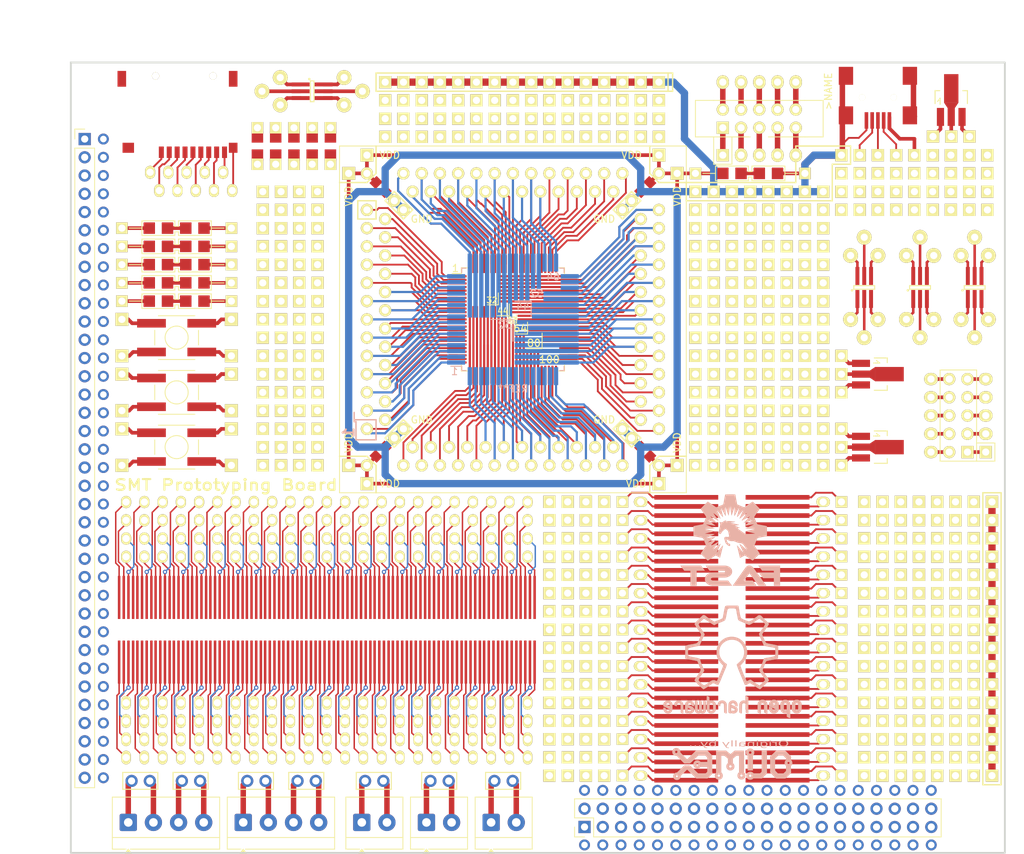
<source format=kicad_pcb>
(kicad_pcb (version 20241229) (generator "pcbnew") (generator_version "9.0")
  (layers (0 "F.Cu" signal) (2 "B.Cu" signal) (13 "F.Paste" user) (15 "B.Paste" user) (5 "F.SilkS" user "F.Silkscreen") (7 "B.SilkS" user "B.Silkscreen") (1 "F.Mask" user) (3 "B.Mask" user) (25 "Edge.Cuts" user))
  (net 0 "")
  (footprint "Proto:Proto_Grid_4x4_2.54mm_Square" (layer "F.Cu") (at 106.08526 64.74)
    (property "Reference" "" (hide yes))
    (property "Value" "")
  )
  (footprint "Proto:Proto_SOT-23-6" (layer "F.Cu") (at 197.56526 70.455 90)
    (property "Reference" "")
    (property "Value" "")
  )
  (footprint "Proto:Proto_0805_Pads_Compact" (layer "F.Cu") (at 105.34 50.77 90)
    (property "Reference" "")
    (property "Value" "")
  )
  (footprint "Proto:Proto_SOT89-3" (layer "F.Cu") (at 191.7 92.68 -90)
    (property "Reference" "")
    (property "Value" "")
  )
  (footprint "Proto:Proto_Grid_4x4_2.54mm_Square" (layer "F.Cu") (at 199.955 138.4)
    (property "Reference" "" (hide yes))
    (property "Value" "")
  )
  (footprint "Proto:Proto_Grid_4x4_2.54mm_Square" (layer "F.Cu") (at 166.3 85.06)
    (property "Reference" "" (hide yes))
    (property "Value" "")
  )
  (footprint "TerminalBlock_4Ucon:TerminalBlock_4Ucon_1x02_P3.50mm_Horizontal" (layer "F.Cu") (at 137.86526 144.91428)
    (property "Reference" "REF**" (hide yes))
    (property "Value" "TerminalBlock_4Ucon_1x02_P3.50mm_Horizontal" (hide yes))
  )
  (footprint "Proto:Proto_Grid_4x4_2.54mm_Square" (layer "F.Cu") (at 199.955 107.92)
    (property "Reference" "" (hide yes))
    (property "Value" "")
  )
  (footprint "Proto:Proto_Grid_4x4_2.54mm_Square" (layer "F.Cu") (at 143.44 49.5)
    (property "Reference" "" (hide yes))
    (property "Value" "")
  )
  (footprint "Proto:Proto_SSOP_0.65" (layer "F.Cu") (at 140.405 118.1 90)
    (property "Reference" "")
    (property "Value" "")
  )
  (footprint "Proto:Proto_SSOP_0.65" (layer "F.Cu") (at 92.145 118.1 90)
    (property "Reference" "")
    (property "Value" "")
  )
  (footprint "Proto:Proto_Tactile_Button" (layer "F.Cu") (at 94.09526 85.06)
    (property "Reference" "")
    (property "Value" "")
  )
  (footprint "Proto:Proto_SOT-23-6" (layer "F.Cu") (at 189.795 70.455 90)
    (property "Reference" "")
    (property "Value" "")
  )
  (footprint "Proto:Proto_1206_Pads_x2_LED_HandSolder" (layer "F.Cu") (at 94.09526 69.82)
    (property "Reference" "")
    (property "Value" "")
  )
  (footprint "Proto:Proto_SSOP_0.65" (layer "F.Cu") (at 115.005 118.1 90)
    (property "Reference" "")
    (property "Value" "")
  )
  (footprint "Proto:Proto_conn_2x5_JTAG" (layer "F.Cu") (at 204.16526 93.36678 90)
    (property "Reference" "" (hide yes))
    (property "Value" "")
  )
  (footprint "Connector_PinHeader_2.54mm:PinHeader_2x20_P2.54mm_Vertical" (layer "F.Cu") (at 150.86526 145.54678 90)
    (property "Reference" "REF**" (hide yes))
    (property "Value" "PinHeader_2x20_P2.54mm_Vertical" (hide yes))
  )
  (footprint "Proto:Proto_Grid_4x4_2.54mm_Square" (layer "F.Cu") (at 145.98 138.4)
    (property "Reference" "" (hide yes))
    (property "Value" "")
  )
  (footprint "TerminalBlock_4Ucon:TerminalBlock_4Ucon_1x04_P3.50mm_Horizontal" (layer "F.Cu") (at 103.36526 144.91428)
    (property "Reference" "REF**" (hide yes))
    (property "Value" "TerminalBlock_4Ucon_1x04_P3.50mm_Horizontal" (hide yes))
  )
  (footprint "Proto:Proto_SSOP_0.65" (layer "F.Cu") (at 107.385 118.1 90)
    (property "Reference" "")
    (property "Value" "")
  )
  (footprint "Proto:Proto_Grid_4x4_2.54mm_Square" (layer "F.Cu") (at 123.12 49.5)
    (property "Reference" "" (hide yes))
    (property "Value" "")
  )
  (footprint "Proto:Proto_Grid_4x4_2.54mm_Square" (layer "F.Cu") (at 176.46 95.22)
    (property "Reference" "" (hide yes))
    (property "Value" "")
  )
  (footprint "Proto:Proto_Tactile_Button" (layer "F.Cu") (at 94.09526 92.68)
    (property "Reference" "")
    (property "Value" "")
  )
  (footprint "Proto:Proto_Pins_2_P2.54mm" (layer "F.Cu") (at 112.16526 139.14678)
    (property "Reference" "REF**" (hide yes))
    (property "Value" "Proto_Pins_2_P2.54mm" (hide yes))
  )
  (footprint "Connector_PinHeader_2.54mm:PinHeader_1x36_P2.54mm_Vertical" (layer "F.Cu") (at 81.3 49.8)
    (property "Reference" "REF**" (hide yes))
    (property "Value" "PinHeader_1x36_P2.54mm_Vertical" (hide yes))
  )
  (footprint "Proto:Proto_Grid_4x4_2.54mm_Square" (layer "F.Cu") (at 166.3 74.9)
    (property "Reference" "" (hide yes))
    (property "Value" "")
  )
  (footprint "Proto:Proto_SOIC_1.27mm" (layer "F.Cu") (at 171.38 135.86)
    (property "Reference" "")
    (property "Value" "")
  )
  (footprint "Proto:Proto_SSOP_0.65" (layer "F.Cu") (at 120.085 118.1 90)
    (property "Reference" "")
    (property "Value" "")
  )
  (footprint "Proto:Proto_Grid_4x4_2.54mm_Square" (layer "F.Cu") (at 106.08526 95.22)
    (property "Reference" "" (hide yes))
    (property "Value" "")
  )
  (footprint "Proto:Proto_SOIC_1.27mm" (layer "F.Cu") (at 171.38 138.4)
    (property "Reference" "")
    (property "Value" "")
  )
  (footprint "Proto:Proto_Conn_TFC-WPAPR-08" (layer "F.Cu") (at 94.2148 44.2676 90)
    (property "Reference" "")
    (property "Value" "")
  )
  (footprint "Proto:Proto_1206_Pads_x2_LED_HandSolder" (layer "F.Cu") (at 173.92 54.58)
    (property "Reference" "")
    (property "Value" "")
  )
  (footprint "Proto:Proto_1206_Pads_x2_LED_HandSolder" (layer "F.Cu") (at 94.09526 64.74)
    (property "Reference" "")
    (property "Value" "")
  )
  (footprint "Proto:Proto_Grid_4x4_2.54mm_Square" (layer "F.Cu") (at 133.28 49.5)
    (property "Reference" "" (hide yes))
    (property "Value" "")
  )
  (footprint "Proto:Proto_Grid_4x4_2.54mm_Square" (layer "F.Cu") (at 166.3 95.22)
    (property "Reference" "" (hide yes))
    (property "Value" "")
  )
  (footprint "Proto:Proto_conn_2x5_UEXT-M" (layer "F.Cu") (at 170.11 48.23)
    (property "Reference" "" (hide yes))
    (property "Value" "")
  )
  (footprint "Proto:Proto_SOIC_1.27mm" (layer "F.Cu") (at 171.38 100.3)
    (property "Reference" "")
    (property "Value" "")
  )
  (footprint "Proto:Proto_Grid_4x4_2.54mm_Square" (layer "F.Cu") (at 199.955 128.24)
    (property "Reference" "" (hide yes))
    (property "Value" "")
  )
  (footprint "Proto:Proto_Grid_4x4_2.54mm_Square" (layer "F.Cu") (at 199.32 59.66)
    (property "Reference" "" (hide yes))
    (property "Value" "")
  )
  (footprint "Proto:Proto_Grid_4x4_2.54mm_Square" (layer "F.Cu") (at 176.46 74.9)
    (property "Reference" "" (hide yes))
    (property "Value" "")
  )
  (footprint "Proto:Proto_SOIC_1.27mm" (layer "F.Cu") (at 171.38 110.46)
    (property "Reference" "")
    (property "Value" "")
  )
  (footprint "TerminalBlock_4Ucon:TerminalBlock_4Ucon_1x02_P3.50mm_Horizontal" (layer "F.Cu") (at 119.86526 144.91428)
    (property "Reference" "REF**" (hide yes))
    (property "Value" "TerminalBlock_4Ucon_1x02_P3.50mm_Horizontal" (hide yes))
  )
  (footprint "Proto:Proto_SSOP_0.65" (layer "F.Cu") (at 122.625 118.1 90)
    (property "Reference" "")
    (property "Value" "")
  )
  (footprint "Proto:Proto_SOIC_1.27mm" (layer "F.Cu") (at 171.38 133.32)
    (property "Reference" "")
    (property "Value" "")
  )
  (footprint "Proto:Proto_Grid_4x4_2.54mm_Square" (layer "F.Cu") (at 145.98 118.08)
    (property "Reference" "" (hide yes))
    (property "Value" "")
  )
  (footprint "Proto:Proto_SOIC_1.27mm" (layer "F.Cu") (at 171.38 105.38)
    (property "Reference" "")
    (property "Value" "")
  )
  (footprint "Proto:Proto_Grid_4x4_2.54mm_Square" (layer "F.Cu") (at 189.795 118.08)
    (property "Reference" "" (hide yes))
    (property "Value" "")
  )
  (footprint "Proto:Proto_Grid_4x4_2.54mm_Square" (layer "F.Cu") (at 199.955 118.08)
    (property "Reference" "" (hide yes))
    (property "Value" "")
  )
  (footprint "Proto:Proto_1206_Pads_x2_LED_HandSolder" (layer "F.Cu") (at 94.09526 67.28)
    (property "Reference" "")
    (property "Value" "")
  )
  (footprint "Proto:Proto_SSOP_0.65" (layer "F.Cu") (at 132.785 118.1 90)
    (property "Reference" "")
    (property "Value" "")
  )
  (footprint "Proto:Proto_Grid_4x4_2.54mm_Square" (layer "F.Cu") (at 176.46 85.06)
    (property "Reference" "" (hide yes))
    (property "Value" "")
  )
  (footprint "Proto:Proto_SSOP_0.65" (layer "F.Cu") (at 127.705 118.1 90)
    (property "Reference" "")
    (property "Value" "")
  )
  (footprint "Proto:Proto_SOIC_1.27mm" (layer "F.Cu") (at 171.38 125.7)
    (property "Reference" "")
    (property "Value" "")
  )
  (footprint "Proto:Proto_Grid_4x4_2.54mm_Square" (layer "F.Cu") (at 106.08526 74.9)
    (property "Reference" "" (hide yes))
    (property "Value" "")
  )
  (footprint "Proto:Proto_SSOP_0.65" (layer "F.Cu") (at 117.545 118.1 90)
    (property "Reference" "")
    (property "Value" "")
  )
  (footprint "Proto:Proto_1206_Pads_x2_LED_HandSolder" (layer "F.Cu") (at 94.09526 72.36)
    (property "Reference" "")
    (property "Value" "")
  )
  (footprint "Proto:Proto_SOIC_1.27mm" (layer "F.Cu") (at 171.38 123.16)
    (property "Reference" "")
    (property "Value" "")
  )
  (footprint "Proto:Proto_SSOP_0.65" (layer "F.Cu") (at 99.765 118.1 90)
    (property "Reference" "")
    (property "Value" "")
  )
  (footprint "Proto:Proto_SOIC_1.27mm" (layer "F.Cu") (at 171.38 113)
    (property "Reference" "")
    (property "Value" "")
  )
  (footprint "Proto:Proto_SOT-23-6" (layer "F.Cu") (at 205.16526 70.455 90)
    (property "Reference" "")
    (property "Value" "")
  )
  (footprint "Proto:Proto_TQFP_upto100_0.50" (layer "F.Cu") (at 140.9 74.9)
    (property "Reference" "")
    (property "Value" "")
  )
  (footprint "Proto:Proto_Grid_4x4_2.54mm_Square" (layer "F.Cu") (at 145.98 107.92)
    (property "Reference" "" (hide yes))
    (property "Value" "")
  )
  (footprint "Proto:Proto_Grid_4x4_2.54mm_Square" (layer "F.Cu") (at 189.795 138.4)
    (property "Reference" "" (hide yes))
    (property "Value" "")
  )
  (footprint "Proto:Proto_Grid_4x4_2.54mm_Square" (layer "F.Cu") (at 153.6 49.5)
    (property "Reference" "" (hide yes))
    (property "Value" "")
  )
  (footprint "Proto:Proto_0805_Pads_Compact" (layer "F.Cu") (at 107.88 50.77 -90)
    (property "Reference" "")
    (property "Value" "")
  )
  (footprint "Proto:USB_Mini-B-NOSILK" (layer "F.Cu") (at 191.7 43.15 -90)
    (property "Reference" ">NAME")
    (property "Value" ">VALUE")
  )
  (footprint "Proto:Proto_Pins_2_P2.54mm" (layer "F.Cu") (at 105.16526 139.14678)
    (property "Reference" "REF**" (hide yes))
    (property "Value" "Proto_Pins_2_P2.54mm" (hide yes))
  )
  (footprint "Proto:Proto_SSOP_0.65" (layer "F.Cu") (at 97.225 118.1 90)
    (property "Reference" "")
    (property "Value" "")
  )
  (footprint "Proto:Proto_SOT-23-6" (layer "F.Cu") (at 112.96 43.15)
    (property "Reference" "")
    (property "Value" "")
  )
  (footprint "Proto:Proto_SOT89-3" (layer "F.Cu") (at 201.90526 44.36678)
    (property "Reference" "")
    (property "Value" "")
  )
  (footprint "Proto:Proto_SSOP_0.65" (layer "F.Cu") (at 137.865 118.1 90)
    (property "Reference" "")
    (property "Value" "")
  )
  (footprint "Proto:Proto_Pins_2_P2.54mm" (layer "F.Cu") (at 96.06526 139.14678)
    (property "Reference" "REF**" (hide yes))
    (property "Value" "Proto_Pins_2_P2.54mm" (hide yes))
  )
  (footprint "Proto:Proto_SSOP_0.65" (layer "F.Cu") (at 104.845 118.1 90)
    (property "Reference" "")
    (property "Value" "")
  )
  (footprint "MountingHole:MountingHole_2.2mm_M2" (layer "F.Cu") (at 206.76526 146.54678)
    (property "Reference" "REF**" (hide yes))
    (property "Value" "MountingHole_2.2mm_M2" (hide yes))
  )
  (footprint "Proto:Proto_Grid_4x4_2.54mm_Square" (layer "F.Cu") (at 106.08526 85.06)
    (property "Reference" "" (hide yes))
    (property "Value" "")
  )
  (footprint "Proto:Proto_Tactile_Button" (layer "F.Cu") (at 94.09526 77.44)
    (property "Reference" "")
    (property "Value" "")
  )
  (footprint "Proto:Proto_0805_Pads_Compact" (layer "F.Cu") (at 110.42 50.77 90)
    (property "Reference" "")
    (property "Value" "")
  )
  (footprint "Proto:Proto_Pins_2_P2.54mm" (layer "F.Cu") (at 139.56526 139.14678)
    (property "Reference" "REF**" (hide yes))
    (property "Value" "Proto_Pins_2_P2.54mm" (hide yes))
  )
  (footprint "Proto:Proto_SSOP_0.65" (layer "F.Cu") (at 142.945 118.1 90)
    (property "Reference" "")
    (property "Value" "")
  )
  (footprint "Proto:Proto_Grid_4x4_2.54mm_Square" (layer "F.Cu") (at 189.795 107.92)
    (property "Reference" "" (hide yes))
    (property "Value" "")
  )
  (footprint "TerminalBlock_4Ucon:TerminalBlock_4Ucon_1x04_P3.50mm_Horizontal" (layer "F.Cu") (at 87.36526 144.91428)
    (property "Reference" "REF**" (hide yes))
    (property "Value" "TerminalBlock_4Ucon_1x04_P3.50mm_Horizontal" (hide yes))
  )
  (footprint "Proto:Proto_SSOP_0.65" (layer "F.Cu") (at 94.685 118.1 90)
    (property "Reference" "")
    (property "Value" "")
  )
  (footprint "Proto:Proto_SOIC_1.27mm" (layer "F.Cu") (at 171.38 130.78)
    (property "Reference" "")
    (property "Value" "")
  )
  (footprint "Proto:Proto_SOT89-3" (layer "F.Cu") (at 191.7 82.52 -90)
    (property "Reference" "")
    (property "Value" "")
  )
  (footprint "Proto:Proto_Pins_2_P2.54mm" (layer "F.Cu") (at 130.66526 139.14678)
    (property "Reference" "REF**" (hide yes))
    (property "Value" "Proto_Pins_2_P2.54mm" (hide yes))
  )
  (footprint "Proto:Proto_SOIC_1.27mm" (layer "F.Cu") (at 171.38 107.92)
    (property "Reference" "")
    (property "Value" "")
  )
  (footprint "Proto:Proto_SOIC_1.27mm" (layer "F.Cu") (at 171.38 128.24)
    (property "Reference" "")
    (property "Value" "")
  )
  (footprint "Proto:Proto_Pins_2_P2.54mm" (layer "F.Cu") (at 121.56526 139.14678)
    (property "Reference" "REF**" (hide yes))
    (property "Value" "Proto_Pins_2_P2.54mm" (hide yes))
  )
  (footprint "Proto:Proto_SOIC_1.27mm" (layer "F.Cu") (at 171.38 118.08)
    (property "Reference" "")
    (property "Value" "")
  )
  (footprint "Proto:Proto_SSOP_0.65" (layer "F.Cu") (at 109.925 118.1 90)
    (property "Reference" "")
    (property "Value" "")
  )
  (footprint "TerminalBlock_4Ucon:TerminalBlock_4Ucon_1x02_P3.50mm_Horizontal" (layer "F.Cu") (at 128.86526 144.91428)
    (property "Reference" "REF**" (hide yes))
    (property "Value" "TerminalBlock_4Ucon_1x02_P3.50mm_Horizontal" (hide yes))
  )
  (footprint "MountingHole:MountingHole_2.2mm_M2" (layer "F.Cu") (at 206.76526 41.74678)
    (property "Reference" "REF**" (hide yes))
    (property "Value" "MountingHole_2.2mm_M2" (hide yes))
  )
  (footprint "Proto:Proto_Grid_5x4_2.54mm_Square" (layer "F.Cu") (at 186.62 52.04 -90)
    (property "Reference" "" (hide yes))
    (property "Value" "")
  )
  (footprint "Proto:Proto_SSOP_0.65" (layer "F.Cu") (at 89.605 118.1 90)
    (property "Reference" "")
    (property "Value" "")
  )
  (footprint "Proto:Proto_SOIC_1.27mm" (layer "F.Cu") (at 171.38 102.84)
    (property "Reference" "")
    (property "Value" "")
  )
  (footprint "MountingHole:MountingHole_2.2mm_M2" (layer "F.Cu") (at 81.96526 41.74678)
    (property "Reference" "REF**" (hide yes))
    (property "Value" "MountingHole_2.2mm_M2" (hide yes))
  )
  (footprint "Proto:Proto_Pins_2_P2.54mm" (layer "F.Cu") (at 89.06526 139.14678)
    (property "Reference" "REF**" (hide yes))
    (property "Value" "Proto_Pins_2_P2.54mm" (hide yes))
  )
  (footprint "Proto:Proto_SSOP_0.65" (layer "F.Cu") (at 102.305 118.1 90)
    (property "Reference" "")
    (property "Value" "")
  )
  (footprint "Proto:Proto_0805_Pads_Compact" (layer "F.Cu") (at 115.5 50.77 90)
    (property "Reference" "")
    (property "Value" "")
  )
  (footprint "Proto:Proto_Grid_4x4_2.54mm_Square" (layer "F.Cu") (at 189.795 128.24)
    (property "Reference" "" (hide yes))
    (property "Value" "")
  )
  (footprint "MountingHole:MountingHole_2.2mm_M2" (layer "F.Cu") (at 81.96526 146.54678)
    (property "Reference" "REF**" (hide yes))
    (property "Value" "MountingHole_2.2mm_M2" (hide yes))
  )
  (footprint "Proto:Proto_SSOP_0.65" (layer "F.Cu") (at 135.325 118.1 90)
    (property "Reference" "")
    (property "Value" "")
  )
  (footprint "Proto:Proto_SSOP_0.65" (layer "F.Cu") (at 87.065 118.1 90)
    (property "Reference" "")
    (property "Value" "")
  )
  (footprint "Proto:Proto_SSOP_0.65" (layer "F.Cu") (at 112.465 118.1 90)
    (property "Reference" "")
    (property "Value" "")
  )
  (footprint "Proto:Proto_SSOP_0.65" (layer "F.Cu") (at 130.245 118.1 90)
    (property "Reference" "")
    (property "Value" "")
  )
  (footprint "Proto:Proto_SOIC_1.27mm" (layer "F.Cu") (at 171.38 115.54)
    (property "Reference" "")
    (property "Value" "")
  )
  (footprint "Proto:Proto_1206_Pads_x2_LED_HandSolder" (layer "F.Cu") (at 94.09526 62.2)
    (property "Reference" "")
    (property "Value" "")
  )
  (footprint "Proto:Proto_Grid_4x4_2.54mm_Square" (layer "F.Cu") (at 166.3 64.74)
    (property "Reference" "" (hide yes))
    (property "Value" "")
  )
  (footprint "Proto:Proto_SOIC_1.27mm" (layer "F.Cu") (at 171.38 120.62)
    (property "Reference" "")
    (property "Value" "")
  )
  (footprint "Proto:Proto_0805_Pads_Compact" (layer "F.Cu") (at 112.96 50.77 90)
    (property "Reference" "")
    (property "Value" "")
  )
  (footprint "Proto:Proto_Grid_4x4_2.54mm_Square" (layer "F.Cu") (at 176.46 64.74)
    (property "Reference" "" (hide yes))
    (property "Value" "")
  )
  (footprint "Proto:Proto_Grid_4x4_2.54mm_Square" (layer "F.Cu") (at 145.98 128.24)
    (property "Reference" "" (hide yes))
    (property "Value" "")
  )
  (footprint "Proto:Proto_SSOP_0.65" (layer "F.Cu") (at 125.165 118.1 90)
    (property "Reference" "")
    (property "Value" "")
  )
  (footprint "Proto:OLIMEX_LOGO_TB" (layer "B.Cu") (at 171.267779 136.763235 180)
    (property "Reference" "OLIMEX_LOGO**" (hide yes))
    (property "Value" "OLIMEX_LOGO_TB" (hide yes))
  )
  (footprint "Proto:LOGO_OSHW_600" (layer "B.Cu") (at 171.46 122.55 180)
    (property "Reference" "G***" (hide yes))
    (property "Value" "LOGO" (hide yes))
  )
  (footprint "Proto:Proto_LQFP_upto64_0.8mm" (layer "B.Cu") (at 140.9 74.9)
    (property "Reference" "REF**")
    (property "Value" "LQFP-64_14x14mm_0.8mm")
  )
  (footprint "kml-custom:FAST-Logo-Large" (layer "B.Cu") (at 171.395 105.25 180)
    (property "Reference" "G***" (hide yes))
    (property "Value" "LOGO" (hide yes))
  )
  (gr_line (start 206.305 99.03) (end 208.845 99.03) (stroke (width 0.2)) (layer "F.SilkS"))
  (gr_line (start 120.58 93.95) (end 121.85 95.22) (stroke (width 0.2)) (layer "F.SilkS"))
  (gr_line (start 126.93 90.14) (end 125.66 88.87) (stroke (width 0.2)) (layer "F.SilkS"))
  (gr_line (start 121.85 50.77) (end 121.85 54.58) (stroke (width 0.2)) (layer "F.SilkS"))
  (gr_line (start 157.41 92.68) (end 154.87 90.14) (stroke (width 0.2)) (layer "F.SilkS"))
  (gr_line (start 159.95 95.22) (end 161.22 93.95) (stroke (width 0.2)) (layer "F.SilkS"))
  (gr_line (start 162.49 40.61) (end 162.49 43.15) (stroke (width 0.2)) (layer "F.SilkS"))
  (gr_line (start 124.39 92.68) (end 126.93 90.14) (stroke (width 0.2)) (layer "F.SilkS"))
  (gr_line (start 121.85 95.22) (end 121.85 99.03) (stroke (width 0.2)) (layer "F.SilkS"))
  (gr_line (start 116.77 93.95) (end 120.58 93.95) (stroke (width 0.2)) (layer "F.SilkS"))
  (gr_line (start 159.95 50.77) (end 159.95 54.58) (stroke (width 0.2)) (layer "F.SilkS"))
  (gr_line (start 121.85 43.15) (end 121.85 40.61) (stroke (width 0.2)) (layer "F.SilkS"))
  (gr_line (start 123.12 91.41) (end 124.39 92.68) (stroke (width 0.2)) (layer "F.SilkS"))
  (gr_line (start 121.85 58.39) (end 121.85 60.93) (stroke (width 0.2)) (layer "F.SilkS"))
  (gr_line (start 154.87 59.66) (end 157.41 57.12) (stroke (width 0.2)) (layer "F.SilkS"))
  (gr_line (start 158.68 58.39) (end 156.14 60.93) (stroke (width 0.2)) (layer "F.SilkS"))
  (gr_line (start 123.12 58.39) (end 124.39 57.12) (stroke (width 0.2)) (layer "F.SilkS"))
  (gr_line (start 208.845 99.03) (end 208.845 139.67) (stroke (width 0.2)) (layer "F.SilkS"))
  (gr_line (start 185.35 58.39) (end 165.03 58.39) (stroke (width 0.2)) (layer "F.SilkS"))
  (gr_line (start 154.87 90.14) (end 156.14 88.87) (stroke (width 0.2)) (layer "F.SilkS"))
  (gr_line (start 161.22 93.95) (end 165.03 93.95) (stroke (width 0.2)) (layer "F.SilkS"))
  (gr_line (start 208.845 139.67) (end 206.305 139.67) (stroke (width 0.2)) (layer "F.SilkS"))
  (gr_line (start 185.35 53.31) (end 185.35 58.39) (stroke (width 0.2)) (layer "F.SilkS"))
  (gr_line (start 158.68 91.41) (end 157.41 92.68) (stroke (width 0.2)) (layer "F.SilkS"))
  (gr_line (start 180.27 50.77) (end 187.89 50.77) (stroke (width 0.2)) (layer "F.SilkS"))
  (gr_line (start 156.14 88.87) (end 158.68 91.41) (stroke (width 0.2)) (layer "F.SilkS"))
  (gr_line (start 119.31 60.93) (end 119.31 58.39) (stroke (width 0.2)) (layer "F.SilkS"))
  (gr_line (start 206.305 139.67) (end 206.305 99.03) (stroke (width 0.2)) (layer "F.SilkS"))
  (gr_line (start 180.27 55.85) (end 180.27 50.77) (stroke (width 0.2)) (layer "F.SilkS"))
  (gr_line (start 163.125 40.61) (end 163.125 43.15) (stroke (width 0.2)) (layer "F.SilkS"))
  (gr_line (start 156.14 60.93) (end 154.87 59.66) (stroke (width 0.2)) (layer "F.SilkS"))
  (gr_line (start 157.41 57.12) (end 158.68 58.39) (stroke (width 0.2)) (layer "F.SilkS"))
  (gr_line (start 126.93 59.66) (end 125.66 60.93) (stroke (width 0.2)) (layer "F.SilkS"))
  (gr_line (start 125.66 60.93) (end 123.12 58.39) (stroke (width 0.2)) (layer "F.SilkS"))
  (gr_line (start 120.58 55.85) (end 116.77 55.85) (stroke (width 0.2)) (layer "F.SilkS"))
  (gr_line (start 161.22 55.85) (end 165.03 55.85) (stroke (width 0.2)) (layer "F.SilkS"))
  (gr_line (start 124.39 57.12) (end 126.93 59.66) (stroke (width 0.2)) (layer "F.SilkS"))
  (gr_line (start 159.95 99.03) (end 159.95 95.22) (stroke (width 0.2)) (layer "F.SilkS"))
  (gr_line (start 187.89 53.31) (end 185.35 53.31) (stroke (width 0.2)) (layer "F.SilkS"))
  (gr_line (start 159.95 54.58) (end 161.22 55.85) (stroke (width 0.2)) (layer "F.SilkS"))
  (gr_line (start 121.85 40.61) (end 163.125 40.61) (stroke (width 0.2)) (layer "F.SilkS"))
  (gr_line (start 187.89 50.77) (end 187.89 53.31) (stroke (width 0.2)) (layer "F.SilkS"))
  (gr_line (start 121.85 54.58) (end 120.58 55.85) (stroke (width 0.2)) (layer "F.SilkS"))
  (gr_line (start 165.03 55.85) (end 180.27 55.85) (stroke (width 0.2)) (layer "F.SilkS"))
  (gr_line (start 125.66 88.87) (end 123.12 91.41) (stroke (width 0.2)) (layer "F.SilkS"))
  (gr_line (start 163.125 43.15) (end 121.85 43.15) (stroke (width 0.2)) (layer "F.SilkS"))
  (gr_line (start 119.31 58.39) (end 121.85 58.39) (stroke (width 0.2)) (layer "F.SilkS"))
  (gr_line (start 165.03 58.39) (end 165.03 55.85) (stroke (width 0.2)) (layer "F.SilkS"))
  (gr_line (start 121.85 60.93) (end 119.31 60.93) (stroke (width 0.2)) (layer "F.SilkS"))
  (gr_line (start 118.802 88.87) (end 119.056 88.87) (stroke (width 0.2)) (layer "B.SilkS"))
  (gr_line (start 121.85 88.87) (end 121.85 91.664) (stroke (width 0.2)) (layer "B.SilkS"))
  (gr_line (start 121.85 91.664) (end 119.056 91.664) (stroke (width 0.2)) (layer "B.SilkS"))
  (gr_line (start 118.802 88.87) (end 118.802 87.854) (stroke (width 0.2)) (layer "B.SilkS"))
  (gr_line (start 119.056 89.124) (end 118.802 89.124) (stroke (width 0.2)) (layer "B.SilkS"))
  (gr_line (start 119.056 88.87) (end 121.85 88.87) (stroke (width 0.2)) (layer "B.SilkS"))
  (gr_line (start 119.056 91.664) (end 119.056 89.124) (stroke (width 0.2)) (layer "B.SilkS"))
  (gr_line (start 118.802 88.87) (end 118.802 89.124) (stroke (width 0.2)) (layer "B.SilkS"))
  (gr_rect (start 79.36526 39.14678) (end 209.36526 149.14678) (stroke (width 0.254)) (fill no) (layer "Edge.Cuts"))
  (gr_text "SMT Prototyping Board" (at 100.96526 97.94678 0) (layer "F.SilkS") (effects (font (size 1.5 1.8) (thickness 0.3))))
  (gr_text "1" (at 118.04 90.648 90) (layer "B.SilkS") (effects (font (size 1.5 1.5) (thickness 0.3)) (justify mirror)))
  (gr_text "Originally by..." (at 179.33 134.47 0) (layer "B.SilkS") (effects (font (size 0.8 1.4) (thickness 0.1875) (italic yes)) (justify left bottom mirror)))
  (segment (start 124.0982 108.6258) (end 124.84 109.3676) (width 0.2032) (layer "F.Cu") (net 0))
  (segment (start 156.14 128.24) (end 157.41 126.97) (width 0.254) (layer "F.Cu") (net 0))
  (segment (start 177.73 111.095) (end 183.445 111.095) (width 0.254) (layer "F.Cu") (net 0))
  (segment (start 116.57 109.2764) (end 116.0972 108.8036) (width 0.2032) (layer "F.Cu") (net 0))
  (segment (start 88.04 109.804) (end 88.04 113.6) (width 0.2032) (layer "F.Cu") (net 0))
  (segment (start 123.755 88.87) (end 123.12 88.87) (width 0.254) (layer "F.Cu") (net 0))
  (segment (start 86.09 109.2764) (end 85.6172 108.8036) (width 0.2032) (layer "F.Cu") (net 0))
  (segment (start 100.09 122.6) (end 100.09 126.1466) (width 0.2032) (layer "F.Cu") (net 0))
  (segment (start 100.31826 74.9) (end 101.71526 74.9) (width 0.508) (layer "F.Cu") (net 0))
  (segment (start 156.775 64.0288) (end 156.775 63.216) (width 0.254) (layer "F.Cu") (net 0))
  (segment (start 156.14 123.16) (end 157.41 121.89) (width 0.254) (layer "F.Cu") (net 0))
  (segment (start 142.4 80.45) (end 142.4 88.5666) (width 0.254) (layer "F.Cu") (net 0))
  (segment (start 157.8164 64.74) (end 161.22 64.74) (width 0.254) (layer "F.Cu") (net 0))
  (segment (start 157.791 62.2) (end 161.22 62.2) (width 0.254) (layer "F.Cu") (net 0))
  (segment (start 177.73 118.715) (end 183.445 118.715) (width 0.254) (layer "F.Cu") (net 0))
  (segment (start 120.58 54.58) (end 121.85 55.85) (width 0.508) (layer "F.Cu") (net 0))
  (segment (start 126.422 84.552) (end 126.422 86.203) (width 0.254) (layer "F.Cu") (net 0))
  (segment (start 134.055 134.61) (end 135.325 135.88) (width 0.2032) (layer "F.Cu") (net 0))
  (segment (start 141.38 109.804) (end 141.38 113.6) (width 0.2032) (layer "F.Cu") (net 0))
  (segment (start 158.68 57.12) (end 156.14 59.66) (width 0.508) (layer "F.Cu") (net 0))
  (segment (start 103.3972 101.7678) (end 104.845 100.32) (width 0.2032) (layer "F.Cu") (net 0))
  (segment (start 107.71 126.1466) (end 107.7152 126.1518) (width 0.2032) (layer "F.Cu") (net 0))
  (segment (start 87.36426 82.52) (end 87.90426 83.06) (width 0.508) (layer "F.Cu") (net 0))
  (segment (start 157.41 132.05) (end 159.696 132.05) (width 0.254) (layer "F.Cu") (net 0))
  (segment (start 177.73 114.905) (end 182.429 114.905) (width 0.254) (layer "F.Cu") (net 0))
  (segment (start 129.92 122.6) (end 129.92 126.934) (width 0.2032) (layer "F.Cu") (net 0))
  (segment (start 182.429 122.525) (end 183.064 121.89) (width 0.254) (layer "F.Cu") (net 0))
  (segment (start 139.4 67.2) (end 139.4 60.3444) (width 0.254) (layer "F.Cu") (net 0))
  (segment (start 92.47 110.0534) (end 92.4752 110.0482) (width 0.2032) (layer "F.Cu") (net 0))
  (segment (start 97.225 103.3426) (end 96.1582 104.4094) (width 0.2032) (layer "F.Cu") (net 0))
  (segment (start 126.2572 108.8036) (end 126.2572 101.7678) (width 0.2032) (layer "F.Cu") (net 0))
  (segment (start 157.41 116.81) (end 159.696 116.81) (width 0.254) (layer "F.Cu") (net 0))
  (segment (start 188.845 66.965) (end 187.89 66.01) (width 0.3556) (layer "F.Cu") (net 0))
  (segment (start 123.9074 79.98) (end 120.58 79.98) (width 0.254) (layer "F.Cu") (net 0))
  (segment (start 133.2 76.4) (end 125.938 76.4) (width 0.254) (layer "F.Cu") (net 0))
  (segment (start 112.465 102.86) (end 112.465 103.3426) (width 0.2032) (layer "F.Cu") (net 0))
  (segment (start 160.331 122.525) (end 165.03 122.525) (width 0.254) (layer "F.Cu") (net 0))
  (segment (start 135.4 84.464) (end 134.423 85.441) (width 0.254) (layer "F.Cu") (net 0))
  (segment (start 120.58 64.74) (end 125.279 64.74) (width 0.254) (layer "F.Cu") (net 0))
  (segment (start 159.696 107.92) (end 160.331 108.555) (width 0.254) (layer "F.Cu") (net 0))
  (segment (start 130.245 103.3426) (end 129.1782 104.4094) (width 0.2032) (layer "F.Cu") (net 0))
  (segment (start 125.279 64.74) (end 128.835 68.296) (width 0.254) (layer "F.Cu") (net 0))
  (segment (start 156.775 63.216) (end 157.791 62.2) (width 0.254) (layer "F.Cu") (net 0))
  (segment (start 87.065 102.86) (end 87.065 103.3426) (width 0.2032) (layer "F.Cu") (net 0))
  (segment (start 127.184 80.615) (end 124.771 83.028) (width 0.254) (layer "F.Cu") (net 0))
  (segment (start 154.87 58.2122) (end 154.87 57.12) (width 0.254) (layer "F.Cu") (net 0))
  (segment (start 95.01 113.6) (end 95.01 110.0534) (width 0.2032) (layer "F.Cu") (net 0))
  (segment (start 139.43 113.6) (end 139.43 109.2764) (width 0.2032) (layer "F.Cu") (net 0))
  (segment (start 124.009 87.6) (end 120.58 87.6) (width 0.254) (layer "F.Cu") (net 0))
  (segment (start 95.7772 101.7678) (end 97.225 100.32) (width 0.2032) (layer "F.Cu") (net 0))
  (segment (start 140.9 67.2) (end 140.9 60.422) (width 0.254) (layer "F.Cu") (net 0))
  (segment (start 153.2392 71.4) (end 158.6292 66.01) (width 0.254) (layer "F.Cu") (net 0))
  (segment (start 142.9704 107.9654) (end 142.945 107.94) (width 0.2032) (layer "F.Cu") (net 0))
  (segment (start 86.176 132.451) (end 87.065 133.34) (width 0.2032) (layer "F.Cu") (net 0))
  (segment (start 128.2607 77.9) (end 125.914 80.2467) (width 0.254) (layer "F.Cu") (net 0))
  (segment (start 86.47526 69.82) (end 90.28526 69.82) (width 0.508) (layer "F.Cu") (net 0))
  (segment (start 131.471 68.9) (end 133.2 68.9) (width 0.254) (layer "F.Cu") (net 0))
  (segment (start 131.22 109.804) (end 131.22 113.6) (width 0.2032) (layer "F.Cu") (net 0))
  (segment (start 136.976 127.498) (end 136.976 132.451) (width 0.2032) (layer "F.Cu") (net 0))
  (segment (start 114.68 109.3676) (end 114.68 113.6) (width 0.2032) (layer "F.Cu") (net 0))
  (segment (start 108.8582 108.6258) (end 109.6 109.3676) (width 0.2032) (layer "F.Cu") (net 0))
  (segment (start 190.10234 46.7568) (end 190.10234 48.57036) (width 0.254) (layer "F.Cu") (net 0))
  (segment (start 111.576 127.498) (end 111.576 132.451) (width 0.2032) (layer "F.Cu") (net 0))
  (segment (start 140.9 88.108) (end 140.9 95.22) (width 0.254) (layer "F.Cu") (net 0))
  (segment (start 89.93 113.6) (end 89.93 110.0534) (width 0.2032) (layer "F.Cu") (net 0))
  (segment (start 157.41 124.43) (end 159.696 124.43) (width 0.254) (layer "F.Cu") (net 0))
  (segment (start 156.2924 95.0676) (end 156.14 95.22) (width 0.254) (layer "F.Cu") (net 0))
  (segment (start 177.73 128.875) (end 183.445 128.875) (width 0.254) (layer "F.Cu") (net 0))
  (segment (start 91.0782 108.6258) (end 91.82 109.3676) (width 0.2032) (layer "F.Cu") (net 0))
  (segment (start 99.77826 90.68) (end 100.31826 90.14) (width 0.508) (layer "F.Cu") (net 0))
  (segment (start 107.71 113.6) (end 107.71 110.0534) (width 0.2032) (layer "F.Cu") (net 0))
  (segment (start 130.57 113.6) (end 130.57 110.0534) (width 0.2032) (layer "F.Cu") (net 0))
  (segment (start 138.19 110.0534) (end 138.1952 110.0482) (width 0.2032) (layer "F.Cu") (net 0))
  (segment (start 105.82 126.4468) (end 104.845 127.4218) (width 0.2032) (layer "F.Cu") (net 0))
  (segment (start 183.445 100.935) (end 184.08 100.3) (width 0.254) (layer "F.Cu") (net 0))
  (segment (start 90.86526 139.63678) (end 90.36526 139.13678) (width 0.762) (layer "F.Cu") (net 0))
  (segment (start 183.064 99.03) (end 185.35 99.03) (width 0.254) (layer "F.Cu") (net 0))
  (segment (start 97.59526 79.44) (end 100.03226 79.44) (width 0.508) (layer "F.Cu") (net 0))
  (segment (start 101.96434 51.01638) (end 101.96434 56.83806) (width 0.254) (layer "F.Cu") (net 0))
  (segment (start 177.73 117.445) (end 182.429 117.445) (width 0.254) (layer "F.Cu") (net 0))
  (segment (start 146.4 65.1836) (end 148.3168 63.2668) (width 0.254) (layer "F.Cu") (net 0))
  (segment (start 136.976 132.451) (end 137.865 133.34) (width 0.2032) (layer "F.Cu") (net 0))
  (segment (start 134.2582 104.4094) (end 134.2582 108.6258) (width 0.2032) (layer "F.Cu") (net 0))
  (segment (start 126.803 70.455) (end 129.248 72.9) (width 0.254) (layer "F.Cu") (net 0))
  (segment (start 113.9382 104.4094) (end 113.9382 108.6258) (width 0.2032) (layer "F.Cu") (net 0))
  (segment (start 136.3 109.804) (end 136.3 113.6) (width 0.2032) (layer "F.Cu") (net 0))
  (segment (start 144.9 67.2) (end 144.9 64.296) (width 0.254) (layer "F.Cu") (net 0))
  (segment (start 124.19 113.6) (end 124.19 109.2764) (width 0.2032) (layer "F.Cu") (net 0))
  (segment (start 147.45 77.4) (end 152.3154 77.4) (width 0.254) (layer "F.Cu") (net 0))
  (segment (start 135.3504 107.9654) (end 135.3504 108.8544) (width 0.2032) (layer "F.Cu") (net 0))
  (segment (start 156.14 118.08) (end 157.41 116.81) (width 0.254) (layer "F.Cu") (net 0))
  (segment (start 105.17 110.0534) (end 105.1752 110.0482) (width 0.2032) (layer "F.Cu") (net 0))
  (segment (start 132.36526 144.91428) (end 132.36526 139.53678) (width 0.762) (layer "F.Cu") (net 0))
  (segment (start 99.44 109.3676) (end 99.44 113.6) (width 0.2032) (layer "F.Cu") (net 0))
  (segment (start 103.36526 139.69678) (end 103.92526 139.13678) (width 0.762) (layer "F.Cu") (net 0))
  (segment (start 93.71 109.2764) (end 93.2372 108.8036) (width 0.2032) (layer "F.Cu") (net 0))
  (segment (start 204.16526 88.28678) (end 206.70526 88.28678) (width 0.508) (layer "F.Cu") (net 0))
  (segment (start 158.68 113) (end 159.696 113) (width 0.254) (layer "F.Cu") (net 0))
  (segment (start 108.36 109.804) (end 108.36 113.6) (width 0.2032) (layer "F.Cu") (net 0))
  (segment (start 128.716 74.4) (end 127.946 73.63) (width 0.254) (layer "F.Cu") (net 0))
  (segment (start 88.03126 87.06) (end 90.59526 87.06) (width 0.508) (layer "F.Cu") (net 0))
  (segment (start 177.73 131.415) (end 183.445 131.415) (width 0.254) (layer "F.Cu") (net 0))
  (segment (start 120.1104 107.9654) (end 120.1104 108.8544) (width 0.2032) (layer "F.Cu") (net 0))
  (segment (start 150.0186 63.9018) (end 156.6226 57.2978) (width 0.254) (layer "F.Cu") (net 0))
  (segment (start 106.3182 104.4094) (end 106.3182 108.6258) (width 0.2032) (layer "F.Cu") (net 0))
  (segment (start 156.6988 86.33) (end 158.68 86.33) (width 0.254) (layer "F.Cu") (net 0))
  (segment (start 160.331 131.415) (end 165.03 131.415) (width 0.254) (layer "F.Cu") (net 0))
  (segment (start 142.17 61.0316) (end 142.17 57.12) (width 0.254) (layer "F.Cu") (net 0))
  (segment (start 186.75208 51.66662) (end 186.62 51.7987) (width 0.254) (layer "F.Cu") (net 0))
  (segment (start 136.9 67.2) (end 136.9 63.8388) (width 0.254) (layer "F.Cu") (net 0))
  (segment (start 177.73 104.745) (end 182.429 104.745) (width 0.254) (layer "F.Cu") (net 0))
  (segment (start 204.21526 68.855) (end 204.21526 66.965) (width 0.3556) (layer "F.Cu") (net 0))
  (segment (start 160.331 99.665) (end 165.03 99.665) (width 0.254) (layer "F.Cu") (net 0))
  (segment (start 139.9 79.2) (end 139.9 87.2792) (width 0.254) (layer "F.Cu") (net 0))
  (segment (start 125.49 110.0534) (end 125.4952 110.0482) (width 0.2032) (layer "F.Cu") (net 0))
  (segment (start 205.16526 77.44) (end 205.16526 72.055) (width 0.3556) (layer "F.Cu") (net 0))
  (segment (start 130.359 67.153) (end 130.359 68.55) (width 0.254) (layer "F.Cu") (net 0))
  (segment (start 183.064 104.11) (end 185.35 104.11) (width 0.254) (layer "F.Cu") (net 0))
  (segment (start 163.76 54.58) (end 166.3 54.58) (width 0.508) (layer "F.Cu") (net 0))
  (segment (start 183.064 101.57) (end 185.35 101.57) (width 0.254) (layer "F.Cu") (net 0))
  (segment (start 143.44 90.902) (end 143.44 95.22) (width 0.254) (layer "F.Cu") (net 0))
  (segment (start 110.36526 139.69678) (end 110.92526 139.13678) (width 0.762) (layer "F.Cu") (net 0))
  (segment (start 149.3074 62.7588) (end 153.6 58.4662) (width 0.254) (layer "F.Cu") (net 0))
  (segment (start 131.7182 104.4094) (end 131.7182 108.6258) (width 0.2032) (layer "F.Cu") (net 0))
  (segment (start 105.17 122.6) (end 105.17 126.1466) (width 0.2032) (layer "F.Cu") (net 0))
  (segment (start 128.03 110.0534) (end 128.0352 110.0482) (width 0.2032) (layer "F.Cu") (net 0))
  (segment (start 124.263 62.2) (end 124.517 62.2) (width 0.254) (layer "F.Cu") (net 0))
  (segment (start 89.605 102.86) (end 89.605 103.3426) (width 0.2032) (layer "F.Cu") (net 0))
  (segment (start 90.58 109.804) (end 90.58 113.6) (width 0.2032) (layer "F.Cu") (net 0))
  (segment (start 143.4 87.6616) (end 147.25 91.5116) (width 0.254) (layer "F.Cu") (net 0))
  (segment (start 92.145 103.3426) (end 91.0782 104.4094) (width 0.2032) (layer "F.Cu") (net 0))
  (segment (start 127.819 80.869) (end 125.279 83.409) (width 0.254) (layer "F.Cu") (net 0))
  (segment (start 150.3996 87.6762) (end 154.87 92.1466) (width 0.254) (layer "F.Cu") (net 0))
  (segment (start 107.4104 107.9654) (end 107.385 107.94) (width 0.2032) (layer "F.Cu") (net 0))
  (segment (start 149.536 89.4034) (end 151.06 90.9274) (width 0.254) (layer "F.Cu") (net 0))
  (segment (start 166.3 54.58) (end 170.11 54.58) (width 0.508) (layer "F.Cu") (net 0))
  (segment (start 97.55 122.6) (end 97.55 126.1466) (width 0.2032) (layer "F.Cu") (net 0))
  (segment (start 147.45 76.9) (end 152.6282 76.9) (width 0.254) (layer "F.Cu") (net 0))
  (segment (start 126.549 80.3356) (end 126.549 80.361) (width 0.254) (layer "F.Cu") (net 0))
  (segment (start 160.331 109.825) (end 165.03 109.825) (width 0.254) (layer "F.Cu") (net 0))
  (segment (start 158.2228 63.47) (end 158.68 63.47) (width 0.254) (layer "F.Cu") (net 0))
  (segment (start 139.4 86.9664) (end 137.09 89.2764) (width 0.254) (layer "F.Cu") (net 0))
  (segment (start 118.6372 108.8036) (end 118.6372 101.7678) (width 0.2032) (layer "F.Cu") (net 0))
  (segment (start 128.975 134.61) (end 130.245 135.88) (width 0.2032) (layer "F.Cu") (net 0))
  (segment (start 140.08 126.934) (end 139.516 127.498) (width 0.2032) (layer "F.Cu") (net 0))
  (segment (start 86.47526 82.52) (end 87.36426 82.52) (width 0.508) (layer "F.Cu") (net 0))
  (segment (start 157.41 104.11) (end 159.696 104.11) (width 0.254) (layer "F.Cu") (net 0))
  (segment (start 132.8482 84.8568) (end 125.66 92.045) (width 0.254) (layer "F.Cu") (net 0))
  (segment (start 91.17 122.6) (end 91.17 126.949) (width 0.2032) (layer "F.Cu") (net 0))
  (segment (start 128.68 126.4468) (end 127.705 127.4218) (width 0.2032) (layer "F.Cu") (net 0))
  (segment (start 148.0374 62.7588) (end 149.3074 62.7588) (width 0.254) (layer "F.Cu") (net 0))
  (segment (start 114.56 44.1) (end 116.45 44.1) (width 0.508) (layer "F.Cu") (net 0))
  (segment (start 133.2 75.9) (end 125.549 75.9) (width 0.254) (layer "F.Cu") (net 0))
  (segment (start 183.445 136.495) (end 184.08 135.86) (width 0.254) (layer "F.Cu") (net 0))
  (segment (start 95.66 109.804) (end 95.66 113.6) (width 0.2032) (layer "F.Cu") (net 0))
  (segment (start 137.8904 107.9654) (end 137.865 107.94) (width 0.2032) (layer "F.Cu") (net 0))
  (segment (start 144.4 81.45) (end 144.4 86.9344) (width 0.254) (layer "F.Cu") (net 0))
  (segment (start 129.4954 59.5076) (end 128.2 58.2122) (width 0.254) (layer "F.Cu") (net 0))
  (segment (start 98.6982 108.6258) (end 99.44 109.3676) (width 0.2032) (layer "F.Cu") (net 0))
  (segment (start 132.785 103.3426) (end 131.7182 104.4094) (width 0.2032) (layer "F.Cu") (net 0))
  (segment (start 189.34796 94.18114) (end 187.65886 94.18114) (width 0.508) (layer "F.Cu") (net 0))
  (segment (start 139.516 132.451) (end 140.405 133.34) (width 0.2032) (layer "F.Cu") (net 0))
  (segment (start 109.036 127.498) (end 109.036 132.451) (width 0.2032) (layer "F.Cu") (net 0))
  (segment (start 144.45 69.4) (end 150.5402 69.4) (width 0.254) (layer "F.Cu") (net 0))
  (segment (start 85.6172 101.7678) (end 87.065 100.32) (width 0.2032) (layer "F.Cu") (net 0))
  (segment (start 117.5704 107.9654) (end 117.5704 108.8544) (width 0.2032) (layer "F.Cu") (net 0))
  (segment (start 91.256 127.498) (end 91.256 132.451) (width 0.2032) (layer "F.Cu") (net 0))
  (segment (start 159.696 118.08) (end 160.331 118.715) (width 0.254) (layer "F.Cu") (net 0))
  (segment (start 157.41 114.27) (end 159.696 114.27) (width 0.254) (layer "F.Cu") (net 0))
  (segment (start 139.135 134.61) (end 140.405 135.88) (width 0.2032) (layer "F.Cu") (net 0))
  (segment (start 138.9 86.6282) (end 135.82 89.7082) (width 0.254) (layer "F.Cu") (net 0))
  (segment (start 103.7782 104.4094) (end 103.7782 108.6258) (width 0.2032) (layer "F.Cu") (net 0))
  (segment (start 103.28 109.804) (end 103.28 113.6) (width 0.2032) (layer "F.Cu") (net 0))
  (segment (start 183.064 106.65) (end 185.35 106.65) (width 0.254) (layer "F.Cu") (net 0))
  (segment (start 128.7972 108.8036) (end 128.7972 101.7678) (width 0.2032) (layer "F.Cu") (net 0))
  (segment (start 182.429 127.605) (end 183.064 126.97) (width 0.254) (layer "F.Cu") (net 0))
  (segment (start 106.496 127.498) (end 106.496 132.451) (width 0.2032) (layer "F.Cu") (net 0))
  (segment (start 86.09 122.6) (end 86.09 126.949) (width 0.2032) (layer "F.Cu") (net 0))
  (segment (start 95.955 134.61) (end 97.225 135.88) (width 0.2032) (layer "F.Cu") (net 0))
  (segment (start 107.385 102.86) (end 107.385 103.3426) (width 0.2032) (layer "F.Cu") (net 0))
  (segment (start 88.1572 101.7678) (end 89.605 100.32) (width 0.2032) (layer "F.Cu") (net 0))
  (segment (start 159.95 93.95) (end 161.22 95.22) (width 0.508) (layer "F.Cu") (net 0))
  (segment (start 136.3 109.804) (end 135.3504 108.8544) (width 0.2032) (layer "F.Cu") (net 0))
  (segment (start 88.1572 108.8036) (end 88.1572 101.7678) (width 0.2032) (layer "F.Cu") (net 0))
  (segment (start 117.22 109.3676) (end 117.22 113.6) (width 0.2032) (layer "F.Cu") (net 0))
  (segment (start 129.851 68.804) (end 130.947 69.9) (width 0.254) (layer "F.Cu") (net 0))
  (segment (start 103.28 126.4468) (end 102.305 127.4218) (width 0.2032) (layer "F.Cu") (net 0))
  (segment (start 148.52 91.8926) (end 148.52 95.22) (width 0.254) (layer "F.Cu") (net 0))
  (segment (start 123.6 109.804) (end 123.6 113.6) (width 0.2032) (layer "F.Cu") (net 0))
  (segment (start 128.454 81.4786) (end 128.454 81.4786) (width 0.254) (layer "F.Cu") (net 0))
  (segment (start 131.7182 108.6258) (end 132.46 109.3676) (width 0.2032) (layer "F.Cu") (net 0))
  (segment (start 130.5232 80.4) (end 129.089 81.8342) (width 0.254) (layer "F.Cu") (net 0))
  (segment (start 189.795 77.44) (end 189.795 72.055) (width 0.3556) (layer "F.Cu") (net 0))
  (segment (start 177.73 107.285) (end 182.429 107.285) (width 0.254) (layer "F.Cu") (net 0))
  (segment (start 142.9 88.1522) (end 145.98 91.2322) (width 0.254) (layer "F.Cu") (net 0))
  (segment (start 158.68 105.38) (end 159.696 105.38) (width 0.254) (layer "F.Cu") (net 0))
  (segment (start 119.196 132.451) (end 120.085 133.34) (width 0.2032) (layer "F.Cu") (net 0))
  (segment (start 124.517 62.2) (end 129.851 67.534) (width 0.254) (layer "F.Cu") (net 0))
  (segment (start 182.429 125.065) (end 183.064 124.43) (width 0.254) (layer "F.Cu") (net 0))
  (segment (start 134.055 127.244) (end 134.055 134.61) (width 0.2032) (layer "F.Cu") (net 0))
  (segment (start 132.46 109.3676) (end 132.46 113.6) (width 0.2032) (layer "F.Cu") (net 0))
  (segment (start 86.09 113.6) (end 86.09 109.2764) (width 0.2032) (layer "F.Cu") (net 0))
  (segment (start 199.08526 90.82678) (end 201.62526 90.82678) (width 0.508) (layer "F.Cu") (net 0))
  (segment (start 99.44 126.934) (end 98.876 127.498) (width 0.2032) (layer "F.Cu") (net 0))
  (segment (start 161.22 97.76) (end 120.58 97.76) (width 0.508) (layer "F.Cu") (net 0))
  (segment (start 147.25 91.5116) (end 147.25 92.68) (width 0.254) (layer "F.Cu") (net 0))
  (segment (start 112.14 109.3676) (end 112.14 113.6) (width 0.2032) (layer "F.Cu") (net 0))
  (segment (start 136.4931 58.7964) (end 136.4042 58.7964) (width 0.254) (layer "F.Cu") (net 0))
  (segment (start 88.03126 79.44) (end 90.59526 79.44) (width 0.508) (layer "F.Cu") (net 0))
  (segment (start 130.57 122.6) (end 130.57 126.1466) (width 0.2032) (layer "F.Cu") (net 0))
  (segment (start 125.165 103.3426) (end 124.0982 104.4094) (width 0.2032) (layer "F.Cu") (net 0))
  (segment (start 94.36 109.3676) (end 94.36 113.6) (width 0.2032) (layer "F.Cu") (net 0))
  (segment (start 141.97 126.949) (end 141.675 127.244) (width 0.2032) (layer "F.Cu") (net 0))
  (segment (start 99.765 103.3426) (end 98.6982 104.4094) (width 0.2032) (layer "F.Cu") (net 0))
  (segment (start 93.796 132.451) (end 94.685 133.34) (width 0.2032) (layer "F.Cu") (net 0))
  (segment (start 186.75208 46.5282) (end 186.75208 51.66662) (width 0.762) (layer "F.Cu") (net 0))
  (segment (start 105.9372 101.7678) (end 107.385 100.32) (width 0.2032) (layer "F.Cu") (net 0))
  (segment (start 157.41 109.19) (end 159.696 109.19) (width 0.254) (layer "F.Cu") (net 0))
  (segment (start 108.4772 101.7678) (end 109.925 100.32) (width 0.2032) (layer "F.Cu") (net 0))
  (segment (start 119.11 113.6) (end 119.11 109.2764) (width 0.2032) (layer "F.Cu") (net 0))
  (segment (start 97.59526 75.44) (end 99.77826 75.44) (width 0.508) (layer "F.Cu") (net 0))
  (segment (start 134.35 113.6) (end 134.35 109.2764) (width 0.2032) (layer "F.Cu") (net 0))
  (segment (start 177.73 135.225) (end 182.429 135.225) (width 0.254) (layer "F.Cu") (net 0))
  (segment (start 111.3982 108.6258) (end 112.14 109.3676) (width 0.2032) (layer "F.Cu") (net 0))
  (segment (start 133.76 122.6) (end 133.76 126.4468) (width 0.2032) (layer "F.Cu") (net 0))
  (segment (start 125.165 102.86) (end 125.165 103.3426) (width 0.2032) (layer "F.Cu") (net 0))
  (segment (start 138.9572 108.8036) (end 138.9572 101.7678) (width 0.2032) (layer "F.Cu") (net 0))
  (segment (start 106.115 134.61) (end 107.385 135.88) (width 0.2032) (layer "F.Cu") (net 0))
  (segment (start 116.4782 104.4094) (end 116.4782 108.6258) (width 0.2032) (layer "F.Cu") (net 0))
  (segment (start 203.4064 46.71882) (end 203.4064 48.40792) (width 0.508) (layer "F.Cu") (net 0))
  (segment (start 177.73 103.475) (end 183.445 103.475) (width 0.254) (layer "F.Cu") (net 0))
  (segment (start 119.0182 104.4094) (end 119.0182 108.6258) (width 0.2032) (layer "F.Cu") (net 0))
  (segment (start 135.058 86.5332) (end 133.534 86.5332) (width 0.254) (layer "F.Cu") (net 0))
  (segment (start 130.685 70.4) (end 129.343 69.058) (width 0.254) (layer "F.Cu") (net 0))
  (segment (start 126.14 109.804) (end 126.14 113.6) (width 0.2032) (layer "F.Cu") (net 0))
  (segment (start 160.331 103.475) (end 165.03 103.475) (width 0.254) (layer "F.Cu") (net 0))
  (segment (start 183.064 114.27) (end 185.35 114.27) (width 0.254) (layer "F.Cu") (net 0))
  (segment (start 122.95 110.0534) (end 122.9552 110.0482) (width 0.2032) (layer "F.Cu") (net 0))
  (segment (start 156.4194 83.79) (end 158.68 83.79) (width 0.254) (layer "F.Cu") (net 0))
  (segment (start 139.9 59.9808) (end 138.36 58.4408) (width 0.254) (layer "F.Cu") (net 0))
  (segment (start 143.4 63.4084) (end 147.25 59.5584) (width 0.254) (layer "F.Cu") (net 0))
  (segment (start 108.95 122.6) (end 108.95 126.949) (width 0.2032) (layer "F.Cu") (net 0))
  (segment (start 117.5704 107.9654) (end 117.545 107.94) (width 0.2032) (layer "F.Cu") (net 0))
  (segment (start 123.895 134.61) (end 125.165 135.88) (width 0.2032) (layer "F.Cu") (net 0))
  (segment (start 183.064 132.05) (end 185.35 132.05) (width 0.254) (layer "F.Cu") (net 0))
  (segment (start 159.696 100.3) (end 160.331 100.935) (width 0.254) (layer "F.Cu") (net 0))
  (segment (start 182.429 117.445) (end 183.064 116.81) (width 0.254) (layer "F.Cu") (net 0))
  (segment (start 117.22 126.934) (end 116.656 127.498) (width 0.2032) (layer "F.Cu") (net 0))
  (segment (start 99.44 122.6) (end 99.44 126.934) (width 0.2032) (layer "F.Cu") (net 0))
  (segment (start 157.41 121.89) (end 159.696 121.89) (width 0.254) (layer "F.Cu") (net 0))
  (segment (start 160.331 119.985) (end 165.03 119.985) (width 0.254) (layer "F.Cu") (net 0))
  (segment (start 95.01 110.0534) (end 95.0152 110.0482) (width 0.2032) (layer "F.Cu") (net 0))
  (segment (start 123.12 71.09) (end 126.803 71.09) (width 0.254) (layer "F.Cu") (net 0))
  (segment (start 113.86526 144.91428) (end 113.86526 139.53678) (width 0.762) (layer "F.Cu") (net 0))
  (segment (start 120.085 103.3426) (end 119.0182 104.4094) (width 0.2032) (layer "F.Cu") (net 0))
  (segment (start 159.696 119.35) (end 160.331 119.985) (width 0.254) (layer "F.Cu") (net 0))
  (segment (start 135.4 64.8534) (end 130.613 60.0664) (width 0.254) (layer "F.Cu") (net 0))
  (segment (start 158.68 138.4) (end 159.696 138.4) (width 0.254) (layer "F.Cu") (net 0))
  (segment (start 140.4304 107.9654) (end 140.405 107.94) (width 0.2032) (layer "F.Cu") (net 0))
  (segment (start 96.9 122.6) (end 96.9 126.934) (width 0.2032) (layer "F.Cu") (net 0))
  (segment (start 188.845 68.855) (end 188.845 66.965) (width 0.3556) (layer "F.Cu") (net 0))
  (segment (start 119.11 109.2764) (end 118.6372 108.8036) (width 0.2032) (layer "F.Cu") (net 0))
  (segment (start 127.38 109.3676) (end 127.38 113.6) (width 0.2032) (layer "F.Cu") (net 0))
  (segment (start 159.696 124.43) (end 160.331 125.065) (width 0.254) (layer "F.Cu") (net 0))
  (segment (start 143.44 60.9046) (end 143.44 54.58) (width 0.254) (layer "F.Cu") (net 0))
  (segment (start 177.73 139.035) (end 183.445 139.035) (width 0.254) (layer "F.Cu") (net 0))
  (segment (start 103.3972 108.8036) (end 103.3972 101.7678) (width 0.2032) (layer "F.Cu") (net 0))
  (segment (start 124.136 85.06) (end 120.58 85.06) (width 0.254) (layer "F.Cu") (net 0))
  (segment (start 139.43 109.2764) (end 138.9572 108.8036) (width 0.2032) (layer "F.Cu") (net 0))
  (segment (start 148.52 59.7616) (end 148.52 54.58) (width 0.254) (layer "F.Cu") (net 0))
  (segment (start 147.4532 60.9046) (end 148.3676 60.9046) (width 0.254) (layer "F.Cu") (net 0))
  (segment (start 138.19 122.6) (end 138.19 126.1466) (width 0.2032) (layer "F.Cu") (net 0))
  (segment (start 88.716 132.451) (end 89.605 133.34) (width 0.2032) (layer "F.Cu") (net 0))
  (segment (start 156.2924 92.172) (end 156.2924 95.0676) (width 0.254) (layer "F.Cu") (net 0))
  (segment (start 159.696 115.54) (end 160.331 116.175) (width 0.254) (layer "F.Cu") (net 0))
  (segment (start 132.01 89.7336) (end 132.01 92.68) (width 0.254) (layer "F.Cu") (net 0))
  (segment (start 125.279 83.409) (end 125.279 85.187) (width 0.254) (layer "F.Cu") (net 0))
  (segment (start 95.7772 108.8036) (end 95.7772 101.7678) (width 0.2032) (layer "F.Cu") (net 0))
  (segment (start 155.1748 84.044) (end 156.1908 85.06) (width 0.254) (layer "F.Cu") (net 0))
  (segment (start 118.6372 101.7678) (end 120.085 100.32) (width 0.2032) (layer "F.Cu") (net 0))
  (segment (start 121.65 113.6) (end 121.65 109.2764) (width 0.2032) (layer "F.Cu") (net 0))
  (segment (start 98.2 126.4468) (end 97.225 127.4218) (width 0.2032) (layer "F.Cu") (net 0))
  (segment (start 129.343 69.058) (end 129.343 67.915) (width 0.254) (layer "F.Cu") (net 0))
  (segment (start 116.57 113.6) (end 116.57 109.2764) (width 0.2032) (layer "F.Cu") (net 0))
  (segment (start 196.61526 66.965) (end 195.66026 66.01) (width 0.3556) (layer "F.Cu") (net 0))
  (segment (start 157.791 69.82) (end 161.22 69.82) (width 0.254) (layer "F.Cu") (net 0))
  (segment (start 145.9 67.2) (end 145.9 64.8962) (width 0.254) (layer "F.Cu") (net 0))
  (segment (start 134.9 65.5472) (end 130.9432 61.5904) (width 0.254) (layer "F.Cu") (net 0))
  (segment (start 97.55 110.0534) (end 97.5552 110.0482) (width 0.2032) (layer "F.Cu") (net 0))
  (segment (start 138.4 78.45) (end 138.4 86.3408) (width 0.254) (layer "F.Cu") (net 0))
  (segment (start 148.4804 63.9018) (end 150.0186 63.9018) (width 0.254) (layer "F.Cu") (net 0))
  (segment (start 137.86526 144.91428) (end 137.86526 139.59678) (width 0.762) (layer "F.Cu") (net 0))
  (segment (start 137.86526 139.59678) (end 138.32526 139.13678) (width 0.762) (layer "F.Cu") (net 0))
  (segment (start 159.696 111.73) (end 160.331 112.365) (width 0.254) (layer "F.Cu") (net 0))
  (segment (start 119.76 109.3676) (end 119.76 113.6) (width 0.2032) (layer "F.Cu") (net 0))
  (segment (start 152.3154 77.4) (end 156.1654 81.25) (width 0.254) (layer "F.Cu") (net 0))
  (segment (start 110.25 110.0534) (end 110.2552 110.0482) (width 0.2032) (layer "F.Cu") (net 0))
  (segment (start 177.73 133.955) (end 183.445 133.955) (width 0.254) (layer "F.Cu") (net 0))
  (segment (start 117.545 102.86) (end 117.545 103.3426) (width 0.2032) (layer "F.Cu") (net 0))
  (segment (start 136.89 109.2764) (end 136.4172 108.8036) (width 0.2032) (layer "F.Cu") (net 0))
  (segment (start 143.92 109.804) (end 142.9704 108.8544) (width 0.2032) (layer "F.Cu") (net 0))
  (segment (start 129.27 126.949) (end 128.975 127.244) (width 0.2032) (layer "F.Cu") (net 0))
  (segment (start 86.176 127.498) (end 86.176 132.451) (width 0.2032) (layer "F.Cu") (net 0))
  (segment (start 98.3172 108.8036) (end 98.3172 101.7678) (width 0.2032) (layer "F.Cu") (net 0))
  (segment (start 143.92 126.4468) (end 142.945 127.4218) (width 0.2032) (layer "F.Cu") (net 0))
  (segment (start 102.63 122.6) (end 102.63 126.1466) (width 0.2032) (layer "F.Cu") (net 0))
  (segment (start 177.73 137.765) (end 182.429 137.765) (width 0.254) (layer "F.Cu") (net 0))
  (segment (start 115.98 126.4468) (end 115.005 127.4218) (width 0.2032) (layer "F.Cu") (net 0))
  (segment (start 185.35 109.19) (end 186.62 110.46) (width 0.254) (layer "F.Cu") (net 0))
  (segment (start 177.73 126.335) (end 183.445 126.335) (width 0.254) (layer "F.Cu") (net 0))
  (segment (start 123.12 57.12) (end 125.66 59.66) (width 0.508) (layer "F.Cu") (net 0))
  (segment (start 160.9406 90.4194) (end 161.22 90.14) (width 0.254) (layer "F.Cu") (net 0))
  (segment (start 200.40412 46.71882) (end 200.40412 48.40792) (width 0.508) (layer "F.Cu") (net 0))
  (segment (start 91.256 132.451) (end 92.145 133.34) (width 0.2032) (layer "F.Cu") (net 0))
  (segment (start 149.79 59.4822) (end 149.79 57.12) (width 0.254) (layer "F.Cu") (net 0))
  (segment (start 146.4 85.8356) (end 148.2406 87.6762) (width 0.254) (layer "F.Cu") (net 0))
  (segment (start 114.56 42.2) (end 116.45 42.2) (width 0.508) (layer "F.Cu") (net 0))
  (segment (start 91.6748 53.7672) (end 91.6748 56.9676) (width 0.254) (layer "F.Cu") (net 0))
  (segment (start 135.65 126.1466) (end 135.6552 126.1518) (width 0.2032) (layer "F.Cu") (net 0))
  (segment (start 112.465 103.3426) (end 111.3982 104.4094) (width 0.2032) (layer "F.Cu") (net 0))
  (segment (start 160.331 133.955) (end 165.03 133.955) (width 0.254) (layer "F.Cu") (net 0))
  (segment (start 142.62 122.6) (end 142.62 126.934) (width 0.2032) (layer "F.Cu") (net 0))
  (segment (start 121.1772 101.7678) (end 122.625 100.32) (width 0.2032) (layer "F.Cu") (net 0))
  (segment (start 94.36 122.6) (end 94.36 126.934) (width 0.2032) (layer "F.Cu") (net 0))
  (segment (start 156.14 107.92) (end 157.41 106.65) (width 0.254) (layer "F.Cu") (net 0))
  (segment (start 175.19 41.88) (end 175.19 45.69) (width 0.762) (layer "F.Cu") (net 0))
  (segment (start 96.36364 52.50736) (end 95.4848 53.3862) (width 0.254) (layer "F.Cu") (net 0))
  (segment (start 129.92 109.3676) (end 129.92 113.6) (width 0.2032) (layer "F.Cu") (net 0))
  (segment (start 127.8463 77.4) (end 125.279 79.9673) (width 0.254) (layer "F.Cu") (net 0))
  (segment (start 151.7152 78.4) (end 155.886 82.5708) (width 0.254) (layer "F.Cu") (net 0))
  (segment (start 133.8772 108.8036) (end 133.8772 101.7678) (width 0.2032) (layer "F.Cu") (net 0))
  (segment (start 145.2 73.9) (end 156.2256 73.9) (width 0.254) (layer "F.Cu") (net 0))
  (segment (start 135.65 110.0534) (end 135.6552 110.0482) (width 0.2032) (layer "F.Cu") (net 0))
  (segment (start 124.136 60.93) (end 130.359 67.153) (width 0.254) (layer "F.Cu") (net 0))
  (segment (start 126.803 69.947) (end 126.803 70.455) (width 0.254) (layer "F.Cu") (net 0))
  (segment (start 145.2 73.4) (end 155.8874 73.4) (width 0.254) (layer "F.Cu") (net 0))
  (segment (start 110.9 109.804) (end 110.9 113.6) (width 0.2032) (layer "F.Cu") (net 0))
  (segment (start 137.8904 107.9654) (end 137.8904 108.8544) (width 0.2032) (layer "F.Cu") (net 0))
  (segment (start 135.8835 59.3552) (end 135.8708 59.3552) (width 0.254) (layer "F.Cu") (net 0))
  (segment (start 97.90526 67.28) (end 101.71526 67.28) (width 0.508) (layer "F.Cu") (net 0))
  (segment (start 123.6407 82.52) (end 120.58 82.52) (width 0.254) (layer "F.Cu") (net 0))
  (segment (start 109.47 42.2) (end 108.515 41.245) (width 0.508) (layer "F.Cu") (net 0))
  (segment (start 126.295 67.28) (end 127.819 68.804) (width 0.254) (layer "F.Cu") (net 0))
  (segment (start 99.7904 107.9654) (end 99.765 107.94) (width 0.2032) (layer "F.Cu") (net 0))
  (segment (start 160.331 128.875) (end 165.03 128.875) (width 0.254) (layer "F.Cu") (net 0))
  (segment (start 183.445 133.955) (end 184.08 133.32) (width 0.254) (layer "F.Cu") (net 0))
  (segment (start 134.55 58.0344) (end 134.55 57.12) (width 0.254) (layer "F.Cu") (net 0))
  (segment (start 113.44 122.6) (end 113.44 126.4468) (width 0.2032) (layer "F.Cu") (net 0))
  (segment (start 132.8104 107.9654) (end 132.8104 108.8544) (width 0.2032) (layer "F.Cu") (net 0))
  (segment (start 155.886 83.2566) (end 156.4194 83.79) (width 0.254) (layer "F.Cu") (net 0))
  (segment (start 86.47526 82.52) (end 87.36426 82.52) (width 0.508) (layer "F.Cu") (net 0))
  (segment (start 125.787 66.01) (end 128.327 68.55) (width 0.254) (layer "F.Cu") (net 0))
  (segment (start 150.5656 80.4) (end 148.6 80.4) (width 0.254) (layer "F.Cu") (net 0))
  (segment (start 121.06 122.6) (end 121.06 126.4468) (width 0.2032) (layer "F.Cu") (net 0))
  (segment (start 141.4972 101.7678) (end 142.945 100.32) (width 0.2032) (layer "F.Cu") (net 0))
  (segment (start 154.7684 77.44) (end 161.22 77.44) (width 0.254) (layer "F.Cu") (net 0))
  (segment (start 135.7692 88.9716) (end 135.3374 88.9716) (width 0.254) (layer "F.Cu") (net 0))
  (segment (start 128.68 109.804) (end 127.7304 108.8544) (width 0.2032) (layer "F.Cu") (net 0))
  (segment (start 107.4104 107.9654) (end 107.4104 108.8544) (width 0.2032) (layer "F.Cu") (net 0))
  (segment (start 199.08526 93.36678) (end 201.62526 93.36678) (width 0.508) (layer "F.Cu") (net 0))
  (segment (start 86.74 126.934) (end 86.176 127.498) (width 0.2032) (layer "F.Cu") (net 0))
  (segment (start 192.49756 48.78626) (end 194.24 50.5287) (width 0.254) (layer "F.Cu") (net 0))
  (segment (start 91.9669 52.5861) (end 90.4048 54.1482) (width 0.254) (layer "F.Cu") (net 0))
  (segment (start 158.68 133.32) (end 159.696 133.32) (width 0.254) (layer "F.Cu") (net 0))
  (segment (start 135.3374 88.9716) (end 134.55 89.759) (width 0.254) (layer "F.Cu") (net 0))
  (segment (start 108.655 134.61) (end 109.925 135.88) (width 0.2032) (layer "F.Cu") (net 0))
  (segment (start 158.3879 88.5779) (end 157.2957 88.5779) (width 0.254) (layer "F.Cu") (net 0))
  (segment (start 103.87 109.2764) (end 103.3972 108.8036) (width 0.2032) (layer "F.Cu") (net 0))
  (segment (start 96.1582 104.4094) (end 96.1582 108.6258) (width 0.2032) (layer "F.Cu") (net 0))
  (segment (start 144.9 82.6) (end 144.9 86.6978) (width 0.254) (layer "F.Cu") (net 0))
  (segment (start 100.31826 90.14) (end 101.71526 90.14) (width 0.508) (layer "F.Cu") (net 0))
  (segment (start 185.35 119.35) (end 186.62 120.62) (width 0.254) (layer "F.Cu") (net 0))
  (segment (start 133.2 78.9) (end 128.899 78.9) (width 0.254) (layer "F.Cu") (net 0))
  (segment (start 97.59526 90.68) (end 99.77826 90.68) (width 0.508) (layer "F.Cu") (net 0))
  (segment (start 128.835 69.312) (end 130.423 70.9) (width 0.254) (layer "F.Cu") (net 0))
  (segment (start 160.331 139.035) (end 165.03 139.035) (width 0.254) (layer "F.Cu") (net 0))
  (segment (start 113.735 134.61) (end 115.005 135.88) (width 0.2032) (layer "F.Cu") (net 0))
  (segment (start 129.27 113.6) (end 129.27 109.2764) (width 0.2032) (layer "F.Cu") (net 0))
  (segment (start 128.327 68.55) (end 128.327 69.566) (width 0.254) (layer "F.Cu") (net 0))
  (segment (start 200.40412 48.40792) (end 199.36526 49.44678) (width 0.508) (layer "F.Cu") (net 0))
  (segment (start 182.429 107.285) (end 183.064 106.65) (width 0.254) (layer "F.Cu") (net 0))
  (segment (start 177.73 100.935) (end 183.445 100.935) (width 0.254) (layer "F.Cu") (net 0))
  (segment (start 125.787 84.1456) (end 125.787 85.822) (width 0.254) (layer "F.Cu") (net 0))
  (segment (start 87.0904 107.9654) (end 87.0904 108.8544) (width 0.2032) (layer "F.Cu") (net 0))
  (segment (start 93.71 126.949) (end 93.415 127.244) (width 0.2032) (layer "F.Cu") (net 0))
  (segment (start 129.47 57.2724) (end 129.47 57.12) (width 0.254) (layer "F.Cu") (net 0))
  (segment (start 108.95 126.949) (end 108.655 127.244) (width 0.2032) (layer "F.Cu") (net 0))
  (segment (start 93.06672 52.62928) (end 92.386 53.31) (width 0.254) (layer "F.Cu") (net 0))
  (segment (start 204.16526 85.74678) (end 206.70526 85.74678) (width 0.508) (layer "F.Cu") (net 0))
  (segment (start 138.4 67.2) (end 138.4 61.8717) (width 0.254) (layer "F.Cu") (net 0))
  (segment (start 145.9 82.6) (end 145.9 86.1484) (width 0.254) (layer "F.Cu") (net 0))
  (segment (start 120.41 113.6) (end 120.41 110.0534) (width 0.2032) (layer "F.Cu") (net 0))
  (segment (start 193.29766 46.7568) (end 193.29766 48.31636) (width 0.508) (layer "F.Cu") (net 0))
  (segment (start 98.79 113.6) (end 98.79 109.2764) (width 0.2032) (layer "F.Cu") (net 0))
  (segment (start 122.625 103.3426) (end 121.5582 104.4094) (width 0.2032) (layer "F.Cu") (net 0))
  (segment (start 133.76 109.804) (end 133.76 113.6) (width 0.2032) (layer "F.Cu") (net 0))
  (segment (start 190.745 73.945) (end 191.7 74.9) (width 0.3556) (layer "F.Cu") (net 0))
  (segment (start 100.03226 94.68) (end 100.57226 95.22) (width 0.508) (layer "F.Cu") (net 0))
  (segment (start 129.27 109.2764) (end 128.7972 108.8036) (width 0.2032) (layer "F.Cu") (net 0))
  (segment (start 156.14 133.32) (end 157.41 132.05) (width 0.254) (layer "F.Cu") (net 0))
  (segment (start 101.98 122.6) (end 101.98 126.934) (width 0.2032) (layer "F.Cu") (net 0))
  (segment (start 114.03 126.949) (end 113.735 127.244) (width 0.2032) (layer "F.Cu") (net 0))
  (segment (start 135.325 102.86) (end 135.325 103.3426) (width 0.2032) (layer "F.Cu") (net 0))
  (segment (start 146.45 76.4) (end 152.9156 76.4) (width 0.254) (layer "F.Cu") (net 0))
  (segment (start 100.8572 108.8036) (end 100.8572 101.7678) (width 0.2032) (layer "F.Cu") (net 0))
  (segment (start 198.51526 66.965) (end 199.47026 66.01) (width 0.3556) (layer "F.Cu") (net 0))
  (segment (start 128.4846 78.4) (end 126.549 80.3356) (width 0.254) (layer "F.Cu") (net 0))
  (segment (start 118.04 95.22) (end 120.58 95.22) (width 0.508) (layer "F.Cu") (net 0))
  (segment (start 196.61526 68.855) (end 196.61526 66.965) (width 0.3556) (layer "F.Cu") (net 0))
  (segment (start 158.68 123.16) (end 159.696 123.16) (width 0.254) (layer "F.Cu") (net 0))
  (segment (start 133.11 110.0534) (end 133.1152 110.0482) (width 0.2032) (layer "F.Cu") (net 0))
  (segment (start 150.9292 79.9) (end 153.854 82.8248) (width 0.254) (layer "F.Cu") (net 0))
  (segment (start 140.4 79.7) (end 140.4 87.6936) (width 0.254) (layer "F.Cu") (net 0))
  (segment (start 98.495 127.244) (end 98.495 134.61) (width 0.2032) (layer "F.Cu") (net 0))
  (segment (start 100.76292 54.22948) (end 100.5648 54.4276) (width 0.254) (layer "F.Cu") (net 0))
  (segment (start 92.1704 107.9654) (end 92.145 107.94) (width 0.2032) (layer "F.Cu") (net 0))
  (segment (start 103.575 127.244) (end 103.575 134.61) (width 0.2032) (layer "F.Cu") (net 0))
  (segment (start 182.429 135.225) (end 183.064 134.59) (width 0.254) (layer "F.Cu") (net 0))
  (segment (start 87.39 126.1466) (end 87.3952 126.1518) (width 0.2032) (layer "F.Cu") (net 0))
  (segment (start 102.3304 107.9654) (end 102.305 107.94) (width 0.2032) (layer "F.Cu") (net 0))
  (segment (start 106.41 109.2764) (end 105.9372 108.8036) (width 0.2032) (layer "F.Cu") (net 0))
  (segment (start 94.36 126.934) (end 93.796 127.498) (width 0.2032) (layer "F.Cu") (net 0))
  (segment (start 130.613 60.0664) (end 129.1652 60.0664) (width 0.254) (layer "F.Cu") (net 0))
  (segment (start 159.696 137.13) (end 160.331 137.765) (width 0.254) (layer "F.Cu") (net 0))
  (segment (start 121.06 109.804) (end 121.06 113.6) (width 0.2032) (layer "F.Cu") (net 0))
  (segment (start 99.77826 75.44) (end 100.31826 74.9) (width 0.508) (layer "F.Cu") (net 0))
  (segment (start 134.55 89.759) (end 134.55 92.68) (width 0.254) (layer "F.Cu") (net 0))
  (segment (start 99.77826 83.06) (end 100.31826 82.52) (width 0.508) (layer "F.Cu") (net 0))
  (segment (start 87.90426 90.68) (end 90.59526 90.68) (width 0.508) (layer "F.Cu") (net 0))
  (segment (start 115.98 109.804) (end 115.0304 108.8544) (width 0.2032) (layer "F.Cu") (net 0))
  (segment (start 139.43 122.6) (end 139.43 126.949) (width 0.2032) (layer "F.Cu") (net 0))
  (segment (start 87.49126 95.22) (end 88.03126 94.68) (width 0.508) (layer "F.Cu") (net 0))
  (segment (start 120.41 126.1466) (end 120.4152 126.1518) (width 0.2032) (layer "F.Cu") (net 0))
  (segment (start 96.7548 53.3862) (end 96.7548 56.9676) (width 0.254) (layer "F.Cu") (net 0))
  (segment (start 185.35 116.81) (end 186.62 118.08) (width 0.254) (layer "F.Cu") (net 0))
  (segment (start 141.38 126.4468) (end 140.405 127.4218) (width 0.2032) (layer "F.Cu") (net 0))
  (segment (start 98.876 127.498) (end 98.876 132.451) (width 0.2032) (layer "F.Cu") (net 0))
  (segment (start 89.28 126.934) (end 88.716 127.498) (width 0.2032) (layer "F.Cu") (net 0))
  (segment (start 126.6382 104.4094) (end 126.6382 108.6258) (width 0.2032) (layer "F.Cu") (net 0))
  (segment (start 139.135 127.244) (end 139.135 134.61) (width 0.2032) (layer "F.Cu") (net 0))
  (segment (start 177.73 109.825) (end 182.429 109.825) (width 0.254) (layer "F.Cu") (net 0))
  (segment (start 156.6226 57.2978) (end 156.6226 55.0626) (width 0.254) (layer "F.Cu") (net 0))
  (segment (start 101.98 126.934) (end 101.416 127.498) (width 0.2032) (layer "F.Cu") (net 0))
  (segment (start 98.876 132.451) (end 99.765 133.34) (width 0.2032) (layer "F.Cu") (net 0))
  (segment (start 126.73 109.2764) (end 126.2572 108.8036) (width 0.2032) (layer "F.Cu") (net 0))
  (segment (start 115.98 109.804) (end 115.98 113.6) (width 0.2032) (layer "F.Cu") (net 0))
  (segment (start 93.71 122.6) (end 93.71 126.949) (width 0.2032) (layer "F.Cu") (net 0))
  (segment (start 183.445 108.555) (end 184.08 107.92) (width 0.254) (layer "F.Cu") (net 0))
  (segment (start 120.085 102.86) (end 120.085 103.3426) (width 0.2032) (layer "F.Cu") (net 0))
  (segment (start 138.4 61.8717) (end 135.8835 59.3552) (width 0.254) (layer "F.Cu") (net 0))
  (segment (start 100.74 126.4468) (end 99.765 127.4218) (width 0.2032) (layer "F.Cu") (net 0))
  (segment (start 133.2 77.9) (end 128.2607 77.9) (width 0.254) (layer "F.Cu") (net 0))
  (segment (start 137.4 63.4498) (end 132.01 58.0598) (width 0.254) (layer "F.Cu") (net 0))
  (segment (start 182.429 132.685) (end 183.064 132.05) (width 0.254) (layer "F.Cu") (net 0))
  (segment (start 136.7982 108.6258) (end 137.54 109.3676) (width 0.2032) (layer "F.Cu") (net 0))
  (segment (start 135 126.934) (end 134.436 127.498) (width 0.2032) (layer "F.Cu") (net 0))
  (segment (start 99.6631 51.64122) (end 99.6631 52.7639) (width 0.254) (layer "F.Cu") (net 0))
  (segment (start 146.45 75.4) (end 153.5158 75.4) (width 0.254) (layer "F.Cu") (net 0))
  (segment (start 100.31826 82.52) (end 101.71526 82.52) (width 0.508) (layer "F.Cu") (net 0))
  (segment (start 91.17 126.949) (end 90.875 127.244) (width 0.2032) (layer "F.Cu") (net 0))
  (segment (start 97.46346 51.64122) (end 97.46346 52.67754) (width 0.254) (layer "F.Cu") (net 0))
  (segment (start 129.288 79.4) (end 127.819 80.869) (width 0.254) (layer "F.Cu") (net 0))
  (segment (start 133.2 79.4) (end 129.288 79.4) (width 0.254) (layer "F.Cu") (net 0))
  (segment (start 128.899 78.9) (end 127.184 80.615) (width 0.254) (layer "F.Cu") (net 0))
  (segment (start 143.9 63.645) (end 147.25 60.295) (width 0.254) (layer "F.Cu") (net 0))
  (segment (start 134.9 84.202) (end 134.2452 84.8568) (width 0.254) (layer "F.Cu") (net 0))
  (segment (start 126.93 91.537) (end 126.93 92.68) (width 0.254) (layer "F.Cu") (net 0))
  (segment (start 135.8708 59.3552) (end 134.55 58.0344) (width 0.254) (layer "F.Cu") (net 0))
  (segment (start 149.7646 88.8192) (end 152.33 91.3846) (width 0.254) (layer "F.Cu") (net 0))
  (segment (start 115.005 103.3426) (end 113.9382 104.4094) (width 0.2032) (layer "F.Cu") (net 0))
  (segment (start 190.90244 48.91326) (end 189.16 50.6557) (width 0.254) (layer "F.Cu") (net 0))
  (segment (start 93.415 127.244) (end 93.415 134.61) (width 0.2032) (layer "F.Cu") (net 0))
  (segment (start 139.9 67.2) (end 139.9 59.9808) (width 0.254) (layer "F.Cu") (net 0))
  (segment (start 177.73 132.685) (end 182.429 132.685) (width 0.254) (layer "F.Cu") (net 0))
  (segment (start 177.73 113.635) (end 183.445 113.635) (width 0.254) (layer "F.Cu") (net 0))
  (segment (start 142.056 132.451) (end 142.945 133.34) (width 0.2032) (layer "F.Cu") (net 0))
  (segment (start 120.41 110.0534) (end 120.4152 110.0482) (width 0.2032) (layer "F.Cu") (net 0))
  (segment (start 97.55 113.6) (end 97.55 110.0534) (width 0.2032) (layer "F.Cu") (net 0))
  (segment (start 170.11 41.88) (end 170.11 45.69) (width 0.762) (layer "F.Cu") (net 0))
  (segment (start 124.898 55.342) (end 125.66 54.58) (width 0.254) (layer "F.Cu") (net 0))
  (segment (start 101.035 134.61) (end 102.305 135.88) (width 0.2032) (layer "F.Cu") (net 0))
  (segment (start 129.356 127.498) (end 129.356 132.451) (width 0.2032) (layer "F.Cu") (net 0))
  (segment (start 104.8704 107.9654) (end 104.8704 108.8544) (width 0.2032) (layer "F.Cu") (net 0))
  (segment (start 142.62 126.934) (end 142.056 127.498) (width 0.2032) (layer "F.Cu") (net 0))
  (segment (start 111.0172 108.8036) (end 111.0172 101.7678) (width 0.2032) (layer "F.Cu") (net 0))
  (segment (start 135.9 67.2) (end 135.9 64.566) (width 0.254) (layer "F.Cu") (net 0))
  (segment (start 87.39 110.0534) (end 87.3952 110.0482) (width 0.2032) (layer "F.Cu") (net 0))
  (segment (start 86.47526 87.6) (end 87.49126 87.6) (width 0.508) (layer "F.Cu") (net 0))
  (segment (start 138.4 86.3408) (end 135.7692 88.9716) (width 0.254) (layer "F.Cu") (net 0))
  (segment (start 111.195 127.244) (end 111.195 134.61) (width 0.2032) (layer "F.Cu") (net 0))
  (segment (start 197.56526 77.44) (end 197.56526 72.055) (width 0.3556) (layer "F.Cu") (net 0))
  (segment (start 112.4904 107.9654) (end 112.465 107.94) (width 0.2032) (layer "F.Cu") (net 0))
  (segment (start 127.705 103.3426) (end 126.6382 104.4094) (width 0.2032) (layer "F.Cu") (net 0))
  (segment (start 189.34796 81.01886) (end 187.65886 81.01886) (width 0.508) (layer "F.Cu") (net 0))
  (segment (start 155.7082 79.98) (end 161.22 79.98) (width 0.254) (layer "F.Cu") (net 0))
  (segment (start 128.68 122.6) (end 128.68 126.4468) (width 0.2032) (layer "F.Cu") (net 0))
  (segment (start 156.267 62.7334) (end 158.0704 60.93) (width 0.254) (layer "F.Cu") (net 0))
  (segment (start 98.56328 51.64122) (end 98.56328 52.72072) (width 0.254) (layer "F.Cu") (net 0))
  (segment (start 133.76 109.804) (end 132.8104 108.8544) (width 0.2032) (layer "F.Cu") (net 0))
  (segment (start 113.86526 139.53678) (end 113.46526 139.13678) (width 0.762) (layer "F.Cu") (net 0))
  (segment (start 127.819 69.947) (end 129.772 71.9) (width 0.254) (layer "F.Cu") (net 0))
  (segment (start 183.445 128.875) (end 184.08 128.24) (width 0.254) (layer "F.Cu") (net 0))
  (segment (start 126.816 127.498) (end 126.816 132.451) (width 0.2032) (layer "F.Cu") (net 0))
  (segment (start 105.82 109.804) (end 105.82 113.6) (width 0.2032) (layer "F.Cu") (net 0))
  (segment (start 148.3168 63.2668) (end 149.8154 63.2668) (width 0.254) (layer "F.Cu") (net 0))
  (segment (start 204.16526 93.36678) (end 206.70526 93.36678) (width 0.508) (layer "F.Cu") (net 0))
  (segment (start 146.9 85.472) (end 148.5708 87.1428) (width 0.254) (layer "F.Cu") (net 0))
  (segment (start 118.52 109.804) (end 117.5704 108.8544) (width 0.2032) (layer "F.Cu") (net 0))
  (segment (start 93.796 127.498) (end 93.796 132.451) (width 0.2032) (layer "F.Cu") (net 0))
  (segment (start 106.115 127.244) (end 106.115 134.61) (width 0.2032) (layer "F.Cu") (net 0))
  (segment (start 120.58 69.82) (end 126.676 69.82) (width 0.254) (layer "F.Cu") (net 0))
  (segment (start 142.945 102.86) (end 142.945 103.3426) (width 0.2032) (layer "F.Cu") (net 0))
  (segment (start 160.331 100.935) (end 165.03 100.935) (width 0.254) (layer "F.Cu") (net 0))
  (segment (start 85.9982 104.4094) (end 85.9982 108.6258) (width 0.2032) (layer "F.Cu") (net 0))
  (segment (start 126.73 113.6) (end 126.73 109.2764) (width 0.2032) (layer "F.Cu") (net 0))
  (segment (start 194.748 49.7667) (end 196.78 49.7667) (width 0.508) (layer "F.Cu") (net 0))
  (segment (start 161.22 54.58) (end 159.95 55.85) (width 0.508) (layer "F.Cu") (net 0))
  (segment (start 135.325 103.3426) (end 134.2582 104.4094) (width 0.2032) (layer "F.Cu") (net 0))
  (segment (start 138.9 79.2) (end 138.9 86.6282) (width 0.254) (layer "F.Cu") (net 0))
  (segment (start 183.445 121.255) (end 184.08 120.62) (width 0.254) (layer "F.Cu") (net 0))
  (segment (start 147.6564 61.5396) (end 148.52 61.5396) (width 0.254) (layer "F.Cu") (net 0))
  (segment (start 92.47 126.1466) (end 92.4752 126.1518) (width 0.2032) (layer "F.Cu") (net 0))
  (segment (start 156.14 138.4) (end 157.41 137.13) (width 0.254) (layer "F.Cu") (net 0))
  (segment (start 123.7172 101.7678) (end 125.165 100.32) (width 0.2032) (layer "F.Cu") (net 0))
  (segment (start 154.489 82.7232) (end 154.489 84.1202) (width 0.254) (layer "F.Cu") (net 0))
  (segment (start 157.41 119.35) (end 159.696 119.35) (width 0.254) (layer "F.Cu") (net 0))
  (segment (start 157.41 101.57) (end 159.696 101.57) (width 0.254) (layer "F.Cu") (net 0))
  (segment (start 129.1782 108.6258) (end 129.92 109.3676) (width 0.2032) (layer "F.Cu") (net 0))
  (segment (start 177.73 48.23) (end 177.73 52.04) (width 0.762) (layer "F.Cu") (net 0))
  (segment (start 129.248 72.9) (end 133.2 72.9) (width 0.254) (layer "F.Cu") (net 0))
  (segment (start 134.2582 108.6258) (end 135 109.3676) (width 0.2032) (layer "F.Cu") (net 0))
  (segment (start 151.4278 78.9) (end 155.1748 82.647) (width 0.254) (layer "F.Cu") (net 0))
  (segment (start 134.2452 84.8568) (end 132.8482 84.8568) (width 0.254) (layer "F.Cu") (net 0))
  (segment (start 136.595 127.244) (end 136.595 134.61) (width 0.2032) (layer "F.Cu") (net 0))
  (segment (start 116.0972 101.7678) (end 117.545 100.32) (width 0.2032) (layer "F.Cu") (net 0))
  (segment (start 111.49 126.949) (end 111.195 127.244) (width 0.2032) (layer "F.Cu") (net 0))
  (segment (start 92.82526 62.2) (end 95.36526 62.2) (width 0.508) (layer "F.Cu") (net 0))
  (segment (start 151.06 90.9274) (end 151.06 95.22) (width 0.254) (layer "F.Cu") (net 0))
  (segment (start 101.2382 108.6258) (end 101.98 109.3676) (width 0.2032) (layer "F.Cu") (net 0))
  (segment (start 103.87 126.949) (end 103.575 127.244) (width 0.2032) (layer "F.Cu") (net 0))
  (segment (start 106.86526 139.53678) (end 106.46526 139.13678) (width 0.762) (layer "F.Cu") (net 0))
  (segment (start 175.19 48.23) (end 175.19 52.04) (width 0.762) (layer "F.Cu") (net 0))
  (segment (start 143.27 110.0534) (end 143.2752 110.0482) (width 0.2032) (layer "F.Cu") (net 0))
  (segment (start 126.14 126.4468) (end 125.165 127.4218) (width 0.2032) (layer "F.Cu") (net 0))
  (segment (start 183.445 123.795) (end 184.08 123.16) (width 0.254) (layer "F.Cu") (net 0))
  (segment (start 148.5708 87.1428) (end 151.2632 87.1428) (width 0.254) (layer "F.Cu") (net 0))
  (segment (start 141.38 109.804) (end 140.4304 108.8544) (width 0.2032) (layer "F.Cu") (net 0))
  (segment (start 102.63 113.6) (end 102.63 110.0534) (width 0.2032) (layer "F.Cu") (net 0))
  (segment (start 144.45 72.4) (end 154.3982 72.4) (width 0.254) (layer "F.Cu") (net 0))
  (segment (start 177.73 127.605) (end 182.429 127.605) (width 0.254) (layer "F.Cu") (net 0))
  (segment (start 119.11 122.6) (end 119.11 126.949) (width 0.2032) (layer "F.Cu") (net 0))
  (segment (start 92.82526 67.28) (end 95.36526 67.28) (width 0.508) (layer "F.Cu") (net 0))
  (segment (start 113.44 109.804) (end 112.4904 108.8544) (width 0.2032) (layer "F.Cu") (net 0))
  (segment (start 88.63 109.2764) (end 88.1572 108.8036) (width 0.2032) (layer "F.Cu") (net 0))
  (segment (start 159.696 125.7) (end 160.331 126.335) (width 0.254) (layer "F.Cu") (net 0))
  (segment (start 142.9 67.2) (end 142.9 63.121) (width 0.254) (layer "F.Cu") (net 0))
  (segment (start 137.4 85.7406) (end 135.3882 87.7524) (width 0.254) (layer "F.Cu") (net 0))
  (segment (start 124.517 62.2) (end 124.517 62.2) (width 0.254) (layer "F.Cu") (net 0))
  (segment (start 131.896 132.451) (end 132.785 133.34) (width 0.2032) (layer "F.Cu") (net 0))
  (segment (start 196.54926 72.121) (end 196.61526 72.055) (width 0.3556) (layer "F.Cu") (net 0))
  (segment (start 134.436 132.451) (end 135.325 133.34) (width 0.2032) (layer "F.Cu") (net 0))
  (segment (start 158.68 115.54) (end 159.696 115.54) (width 0.254) (layer "F.Cu") (net 0))
  (segment (start 137.9 63.137) (end 133.28 58.517) (width 0.254) (layer "F.Cu") (net 0))
  (segment (start 96.1582 108.6258) (end 96.9 109.3676) (width 0.2032) (layer "F.Cu") (net 0))
  (segment (start 87.39 122.6) (end 87.39 126.1466) (width 0.2032) (layer "F.Cu") (net 0))
  (segment (start 123.7172 108.8036) (end 123.7172 101.7678) (width 0.2032) (layer "F.Cu") (net 0))
  (segment (start 96.336 127.498) (end 96.336 132.451) (width 0.2032) (layer "F.Cu") (net 0))
  (segment (start 125.279 85.187) (end 124.136 86.33) (width 0.254) (layer "F.Cu") (net 0))
  (segment (start 185.35 106.65) (end 186.62 107.92) (width 0.254) (layer "F.Cu") (net 0))
  (segment (start 139.43 126.949) (end 139.135 127.244) (width 0.2032) (layer "F.Cu") (net 0))
  (segment (start 133.534 86.5332) (end 129.47 90.5972) (width 0.254) (layer "F.Cu") (net 0))
  (segment (start 109.9504 107.9654) (end 109.925 107.94) (width 0.2032) (layer "F.Cu") (net 0))
  (segment (start 85.6172 108.8036) (end 85.6172 101.7678) (width 0.2032) (layer "F.Cu") (net 0))
  (segment (start 130.963 80.9) (end 127.057 84.806) (width 0.254) (layer "F.Cu") (net 0))
  (segment (start 111.36 42.2) (end 109.47 42.2) (width 0.508) (layer "F.Cu") (net 0))
  (segment (start 131.81 113.6) (end 131.81 109.2764) (width 0.2032) (layer "F.Cu") (net 0))
  (segment (start 141.4 61.8016) (end 142.17 61.0316) (width 0.254) (layer "F.Cu") (net 0))
  (segment (start 135.9 78.45) (end 135.9 84.9038) (width 0.254) (layer "F.Cu") (net 0))
  (segment (start 104.8704 107.9654) (end 104.845 107.94) (width 0.2032) (layer "F.Cu") (net 0))
  (segment (start 183.445 111.095) (end 184.08 110.46) (width 0.254) (layer "F.Cu") (net 0))
  (segment (start 142.9 81.45) (end 142.9 88.1522) (width 0.254) (layer "F.Cu") (net 0))
  (segment (start 145.4 64.6342) (end 147.885 62.1492) (width 0.254) (layer "F.Cu") (net 0))
  (segment (start 111.49 122.6) (end 111.49 126.949) (width 0.2032) (layer "F.Cu") (net 0))
  (segment (start 185.35 121.89) (end 186.62 123.16) (width 0.254) (layer "F.Cu") (net 0))
  (segment (start 111.3982 104.4094) (end 111.3982 108.6258) (width 0.2032) (layer "F.Cu") (net 0))
  (segment (start 107.06 126.934) (end 106.496 127.498) (width 0.2032) (layer "F.Cu") (net 0))
  (segment (start 118.04 95.22) (end 118.04 54.58) (width 0.508) (layer "F.Cu") (net 0))
  (segment (start 156.14 102.84) (end 157.41 101.57) (width 0.254) (layer "F.Cu") (net 0))
  (segment (start 89.6304 107.9654) (end 89.605 107.94) (width 0.2032) (layer "F.Cu") (net 0))
  (segment (start 108.4772 108.8036) (end 108.4772 101.7678) (width 0.2032) (layer "F.Cu") (net 0))
  (segment (start 101.035 127.244) (end 101.035 134.61) (width 0.2032) (layer "F.Cu") (net 0))
  (segment (start 122.3 122.6) (end 122.3 126.934) (width 0.2032) (layer "F.Cu") (net 0))
  (segment (start 107.71 110.0534) (end 107.7152 110.0482) (width 0.2032) (layer "F.Cu") (net 0))
  (segment (start 112.14 126.934) (end 111.576 127.498) (width 0.2032) (layer "F.Cu") (net 0))
  (segment (start 106.41 113.6) (end 106.41 109.2764) (width 0.2032) (layer "F.Cu") (net 0))
  (segment (start 101.416 132.451) (end 102.305 133.34) (width 0.2032) (layer "F.Cu") (net 0))
  (segment (start 136.9 63.8388) (end 130.74 57.6788) (width 0.254) (layer "F.Cu") (net 0))
  (segment (start 108.95 113.6) (end 108.95 109.2764) (width 0.2032) (layer "F.Cu") (net 0))
  (segment (start 130.8416 59.5076) (end 129.4954 59.5076) (width 0.254) (layer "F.Cu") (net 0))
  (segment (start 145.7 74.4) (end 157.91 74.4) (width 0.254) (layer "F.Cu") (net 0))
  (segment (start 126.73 122.6) (end 126.73 126.949) (width 0.2032) (layer "F.Cu") (net 0))
  (segment (start 144.45 71.4) (end 153.2392 71.4) (width 0.254) (layer "F.Cu") (net 0))
  (segment (start 114.68 126.934) (end 114.116 127.498) (width 0.2032) (layer "F.Cu") (net 0))
  (segment (start 105.82 109.804) (end 104.8704 108.8544) (width 0.2032) (layer "F.Cu") (net 0))
  (segment (start 115.0304 107.9654) (end 115.005 107.94) (width 0.2032) (layer "F.Cu") (net 0))
  (segment (start 131.22 122.6) (end 131.22 126.4468) (width 0.2032) (layer "F.Cu") (net 0))
  (segment (start 115.0304 107.9654) (end 115.0304 108.8544) (width 0.2032) (layer "F.Cu") (net 0))
  (segment (start 116.57 122.6) (end 116.57 126.949) (width 0.2032) (layer "F.Cu") (net 0))
  (segment (start 116.57 126.949) (end 116.275 127.244) (width 0.2032) (layer "F.Cu") (net 0))
  (segment (start 140.9 79.7) (end 140.9 88.108) (width 0.254) (layer "F.Cu") (net 0))
  (segment (start 145.2 72.9) (end 154.711 72.9) (width 0.254) (layer "F.Cu") (net 0))
  (segment (start 93.12 109.804) (end 92.1704 108.8544) (width 0.2032) (layer "F.Cu") (net 0))
  (segment (start 142.4 67.2) (end 142.4 62.8082) (width 0.254) (layer "F.Cu") (net 0))
  (segment (start 153.2952 84.5774) (end 157.2957 88.5779) (width 0.254) (layer "F.Cu") (net 0))
  (segment (start 159.696 138.4) (end 160.331 139.035) (width 0.254) (layer "F.Cu") (net 0))
  (segment (start 205.16526 68.855) (end 205.16526 63.47) (width 0.3556) (layer "F.Cu") (net 0))
  (segment (start 116.656 132.451) (end 117.545 133.34) (width 0.2032) (layer "F.Cu") (net 0))
  (segment (start 126.2572 101.7678) (end 127.705 100.32) (width 0.2032) (layer "F.Cu") (net 0))
  (segment (start 160.331 127.605) (end 165.03 127.605) (width 0.254) (layer "F.Cu") (net 0))
  (segment (start 91.82 126.934) (end 91.256 127.498) (width 0.2032) (layer "F.Cu") (net 0))
  (segment (start 143.92 122.6) (end 143.92 126.4468) (width 0.2032) (layer "F.Cu") (net 0))
  (segment (start 158.68 125.7) (end 159.696 125.7) (width 0.254) (layer "F.Cu") (net 0))
  (segment (start 141.97 122.6) (end 141.97 126.949) (width 0.2032) (layer "F.Cu") (net 0))
  (segment (start 117.22 122.6) (end 117.22 126.934) (width 0.2032) (layer "F.Cu") (net 0))
  (segment (start 183.445 118.715) (end 184.08 118.08) (width 0.254) (layer "F.Cu") (net 0))
  (segment (start 130.74 90.1654) (end 130.74 95.22) (width 0.254) (layer "F.Cu") (net 0))
  (segment (start 123.628 78.71) (end 123.12 78.71) (width 0.254) (layer "F.Cu") (net 0))
  (segment (start 86.09 126.949) (end 85.795 127.244) (width 0.2032) (layer "F.Cu") (net 0))
  (segment (start 160.331 108.555) (end 165.03 108.555) (width 0.254) (layer "F.Cu") (net 0))
  (segment (start 135.566 88.362) (end 134.7532 88.362) (width 0.254) (layer "F.Cu") (net 0))
  (segment (start 146.9 82.6) (end 146.9 85.472) (width 0.254) (layer "F.Cu") (net 0))
  (segment (start 133.2 76.9) (end 126.9874 76.9) (width 0.254) (layer "F.Cu") (net 0))
  (segment (start 118.52 109.804) (end 118.52 113.6) (width 0.2032) (layer "F.Cu") (net 0))
  (segment (start 108.36 126.4468) (end 107.385 127.4218) (width 0.2032) (layer "F.Cu") (net 0))
  (segment (start 160.331 137.765) (end 165.03 137.765) (width 0.254) (layer "F.Cu") (net 0))
  (segment (start 136.4172 101.7678) (end 137.865 100.32) (width 0.2032) (layer "F.Cu") (net 0))
  (segment (start 98.79 122.6) (end 98.79 126.949) (width 0.2032) (layer "F.Cu") (net 0))
  (segment (start 177.73 121.255) (end 183.445 121.255) (width 0.254) (layer "F.Cu") (net 0))
  (segment (start 144.45 70.4) (end 151.2928 70.4) (width 0.254) (layer "F.Cu") (net 0))
  (segment (start 123.89 75.4) (end 123.12 76.17) (width 0.254) (layer "F.Cu") (net 0))
  (segment (start 137.865 103.3426) (end 136.7982 104.4094) (width 0.2032) (layer "F.Cu") (net 0))
  (segment (start 134.804 85.9998) (end 133.28 85.9998) (width 0.254) (layer "F.Cu") (net 0))
  (segment (start 139.4 79.2) (end 139.4 86.9664) (width 0.254) (layer "F.Cu") (net 0))
  (segment (start 147.45 78.4) (end 151.7152 78.4) (width 0.254) (layer "F.Cu") (net 0))
  (segment (start 127.38 122.6) (end 127.38 126.934) (width 0.2032) (layer "F.Cu") (net 0))
  (segment (start 160.331 135.225) (end 165.03 135.225) (width 0.254) (layer "F.Cu") (net 0))
  (segment (start 90.6972 101.7678) (end 92.145 100.32) (width 0.2032) (layer "F.Cu") (net 0))
  (segment (start 118.815 134.61) (end 120.085 135.88) (width 0.2032) (layer "F.Cu") (net 0))
  (segment (start 100.31826 82.52) (end 101.71526 82.52) (width 0.508) (layer "F.Cu") (net 0))
  (segment (start 188.845 72.055) (end 188.845 73.945) (width 0.3556) (layer "F.Cu") (net 0))
  (segment (start 185.35 111.73) (end 186.62 113) (width 0.254) (layer "F.Cu") (net 0))
  (segment (start 183.064 134.59) (end 185.35 134.59) (width 0.254) (layer "F.Cu") (net 0))
  (segment (start 129.851 67.534) (end 129.851 68.804) (width 0.254) (layer "F.Cu") (net 0))
  (segment (start 126.93 57.8312) (end 126.93 57.12) (width 0.254) (layer "F.Cu") (net 0))
  (segment (start 158.3879 88.5779) (end 158.68 88.87) (width 0.254) (layer "F.Cu") (net 0))
  (segment (start 196.78 46.66028) (end 196.64792 46.5282) (width 0.762) (layer "F.Cu") (net 0))
  (segment (start 137.9 86.028) (end 135.566 88.362) (width 0.254) (layer "F.Cu") (net 0))
  (segment (start 98.2 122.6) (end 98.2 126.4468) (width 0.2032) (layer "F.Cu") (net 0))
  (segment (start 115.33 110.0534) (end 115.3352 110.0482) (width 0.2032) (layer "F.Cu") (net 0))
  (segment (start 142.056 127.498) (end 142.056 132.451) (width 0.2032) (layer "F.Cu") (net 0))
  (segment (start 88.716 127.498) (end 88.716 132.451) (width 0.2032) (layer "F.Cu") (net 0))
  (segment (start 124.276 127.498) (end 124.276 132.451) (width 0.2032) (layer "F.Cu") (net 0))
  (segment (start 92.82526 64.74) (end 95.36526 64.74) (width 0.508) (layer "F.Cu") (net 0))
  (segment (start 96.25 109.2764) (end 95.7772 108.8036) (width 0.2032) (layer "F.Cu") (net 0))
  (segment (start 90.875 127.244) (end 90.875 134.61) (width 0.2032) (layer "F.Cu") (net 0))
  (segment (start 114.56 43.15) (end 119.945 43.15) (width 0.508) (layer "F.Cu") (net 0))
  (segment (start 185.35 124.43) (end 186.62 125.7) (width 0.254) (layer "F.Cu") (net 0))
  (segment (start 190.10234 48.57036) (end 189.033 49.6397) (width 0.254) (layer "F.Cu") (net 0))
  (segment (start 189.033 49.6397) (end 187.636 49.6397) (width 0.254) (layer "F.Cu") (net 0))
  (segment (start 130.245 102.86) (end 130.245 103.3426) (width 0.2032) (layer "F.Cu") (net 0))
  (segment (start 86.47526 90.14) (end 87.36426 90.14) (width 0.508) (layer "F.Cu") (net 0))
  (segment (start 97.2504 107.9654) (end 97.225 107.94) (width 0.2032) (layer "F.Cu") (net 0))
  (segment (start 156.14 113) (end 157.41 111.73) (width 0.254) (layer "F.Cu") (net 0))
  (segment (start 153.2952 83.1296) (end 153.2952 84.5774) (width 0.254) (layer "F.Cu") (net 0))
  (segment (start 129.27 122.6) (end 129.27 126.949) (width 0.2032) (layer "F.Cu") (net 0))
  (segment (start 114.03 113.6) (end 114.03 109.2764) (width 0.2032) (layer "F.Cu") (net 0))
  (segment (start 126.549 80.361) (end 123.12 83.79) (width 0.254) (layer "F.Cu") (net 0))
  (segment (start 101.33 113.6) (end 101.33 109.2764) (width 0.2032) (layer "F.Cu") (net 0))
  (segment (start 107.385 103.3426) (end 106.3182 104.4094) (width 0.2032) (layer "F.Cu") (net 0))
  (segment (start 104.845 103.3426) (end 103.7782 104.4094) (width 0.2032) (layer "F.Cu") (net 0))
  (segment (start 100.03226 79.44) (end 100.57226 79.98) (width 0.508) (layer "F.Cu") (net 0))
  (segment (start 141.97 113.6) (end 141.97 109.2764) (width 0.2032) (layer "F.Cu") (net 0))
  (segment (start 125.49 122.6) (end 125.49 126.1466) (width 0.2032) (layer "F.Cu") (net 0))
  (segment (start 159.696 102.84) (end 160.331 103.475) (width 0.254) (layer "F.Cu") (net 0))
  (segment (start 109.6 126.934) (end 109.036 127.498) (width 0.2032) (layer "F.Cu") (net 0))
  (segment (start 156.1654 81.25) (end 158.68 81.25) (width 0.254) (layer "F.Cu") (net 0))
  (segment (start 135.82 58.2122) (end 135.82 54.58) (width 0.254) (layer "F.Cu") (net 0))
  (segment (start 134.423 85.441) (end 133.026 85.441) (width 0.254) (layer "F.Cu") (net 0))
  (segment (start 97.90526 64.74) (end 101.71526 64.74) (width 0.508) (layer "F.Cu") (net 0))
  (segment (start 143.27 113.6) (end 143.27 110.0534) (width 0.2032) (layer "F.Cu") (net 0))
  (segment (start 94.36526 139.59678) (end 94.82526 139.13678) (width 0.762) (layer "F.Cu") (net 0))
  (segment (start 155.886 82.5708) (end 155.886 83.2566) (width 0.254) (layer "F.Cu") (net 0))
  (segment (start 185.35 129.51) (end 186.62 130.78) (width 0.254) (layer "F.Cu") (net 0))
  (segment (start 147.8342 88.8192) (end 149.7646 88.8192) (width 0.254) (layer "F.Cu") (net 0))
  (segment (start 116.45 44.1) (end 117.405 45.055) (width 0.508) (layer "F.Cu") (net 0))
  (segment (start 91.82 122.6) (end 91.82 126.934) (width 0.2032) (layer "F.Cu") (net 0))
  (segment (start 160.331 116.175) (end 165.03 116.175) (width 0.254) (layer "F.Cu") (net 0))
  (segment (start 103.7782 108.6258) (end 104.52 109.3676) (width 0.2032) (layer "F.Cu") (net 0))
  (segment (start 141.8782 104.4094) (end 141.8782 108.6258) (width 0.2032) (layer "F.Cu") (net 0))
  (segment (start 98.2 109.804) (end 98.2 113.6) (width 0.2032) (layer "F.Cu") (net 0))
  (segment (start 159.696 128.24) (end 160.331 128.875) (width 0.254) (layer "F.Cu") (net 0))
  (segment (start 124.84 126.934) (end 124.276 127.498) (width 0.2032) (layer "F.Cu") (net 0))
  (segment (start 172.65 48.23) (end 172.65 52.04) (width 0.762) (layer "F.Cu") (net 0))
  (segment (start 181.54 53.31) (end 181.54 54.58) (width 1.016) (layer "F.Cu") (net 0))
  (segment (start 108.36 122.6) (end 108.36 126.4468) (width 0.2032) (layer "F.Cu") (net 0))
  (segment (start 135.2358 87.1174) (end 133.788 87.1174) (width 0.254) (layer "F.Cu") (net 0))
  (segment (start 97.55 126.1466) (end 97.5552 126.1518) (width 0.2032) (layer "F.Cu") (net 0))
  (segment (start 125.549 75.9) (end 124.009 77.44) (width 0.254) (layer "F.Cu") (net 0))
  (segment (start 186.62 50.6557) (end 186.62 51.7987) (width 0.254) (layer "F.Cu") (net 0))
  (segment (start 92.132 53.31) (end 91.6748 53.7672) (width 0.254) (layer "F.Cu") (net 0))
  (segment (start 159.696 134.59) (end 160.331 135.225) (width 0.254) (layer "F.Cu") (net 0))
  (segment (start 95.26382 52.71818) (end 94.2148 53.7672) (width 0.254) (layer "F.Cu") (net 0))
  (segment (start 130.0326 79.9) (end 128.454 81.4786) (width 0.254) (layer "F.Cu") (net 0))
  (segment (start 206.18126 72.121) (end 206.11526 72.055) (width 0.3556) (layer "F.Cu") (net 0))
  (segment (start 131.3372 101.7678) (end 132.785 100.32) (width 0.2032) (layer "F.Cu") (net 0))
  (segment (start 183.445 103.475) (end 184.08 102.84) (width 0.254) (layer "F.Cu") (net 0))
  (segment (start 96.9 126.934) (end 96.336 127.498) (width 0.2032) (layer "F.Cu") (net 0))
  (segment (start 130.74 57.6788) (end 130.74 54.58) (width 0.254) (layer "F.Cu") (net 0))
  (segment (start 93.12 122.6) (end 93.12 126.4468) (width 0.2032) (layer "F.Cu") (net 0))
  (segment (start 163.76 54.58) (end 163.76 95.22) (width 0.508) (layer "F.Cu") (net 0))
  (segment (start 101.33 109.2764) (end 100.8572 108.8036) (width 0.2032) (layer "F.Cu") (net 0))
  (segment (start 111.195 134.61) (end 112.465 135.88) (width 0.2032) (layer "F.Cu") (net 0))
  (segment (start 124.136 86.33) (end 123.12 86.33) (width 0.254) (layer "F.Cu") (net 0))
  (segment (start 116.0972 108.8036) (end 116.0972 101.7678) (width 0.2032) (layer "F.Cu") (net 0))
  (segment (start 121.5582 104.4094) (end 121.5582 108.6258) (width 0.2032) (layer "F.Cu") (net 0))
  (segment (start 177.73 106.015) (end 183.445 106.015) (width 0.254) (layer "F.Cu") (net 0))
  (segment (start 128.835 68.296) (end 128.835 69.312) (width 0.254) (layer "F.Cu") (net 0))
  (segment (start 151.2928 70.4) (end 158.2228 63.47) (width 0.254) (layer "F.Cu") (net 0))
  (segment (start 143.27 126.1466) (end 143.2752 126.1518) (width 0.2032) (layer "F.Cu") (net 0))
  (segment (start 87.36426 82.52) (end 87.90426 83.06) (width 0.508) (layer "F.Cu") (net 0))
  (segment (start 100.57226 87.6) (end 101.71526 87.6) (width 0.508) (layer "F.Cu") (net 0))
  (segment (start 129.4954 61.5904) (end 124.898 56.993) (width 0.254) (layer "F.Cu") (net 0))
  (segment (start 159.696 110.46) (end 160.331 111.095) (width 0.254) (layer "F.Cu") (net 0))
  (segment (start 204.21526 66.965) (end 203.26026 66.01) (width 0.3556) (layer "F.Cu") (net 0))
  (segment (start 137.54 109.3676) (end 137.54 113.6) (width 0.2032) (layer "F.Cu") (net 0))
  (segment (start 141.9 62.4446) (end 143.44 60.9046) (width 0.254) (layer "F.Cu") (net 0))
  (segment (start 95.01 126.1466) (end 95.0152 126.1518) (width 0.2032) (layer "F.Cu") (net 0))
  (segment (start 157.41 137.13) (end 159.696 137.13) (width 0.254) (layer "F.Cu") (net 0))
  (segment (start 142.945 103.3426) (end 141.8782 104.4094) (width 0.2032) (layer "F.Cu") (net 0))
  (segment (start 92.145 102.86) (end 92.145 103.3426) (width 0.2032) (layer "F.Cu") (net 0))
  (segment (start 90.58 109.804) (end 89.6304 108.8544) (width 0.2032) (layer "F.Cu") (net 0))
  (segment (start 133.28 58.517) (end 133.28 54.58) (width 0.254) (layer "F.Cu") (net 0))
  (segment (start 117.87 122.6) (end 117.87 126.1466) (width 0.2032) (layer "F.Cu") (net 0))
  (segment (start 160.331 123.795) (end 165.03 123.795) (width 0.254) (layer "F.Cu") (net 0))
  (segment (start 147.25 59.5584) (end 147.25 57.12) (width 0.254) (layer "F.Cu") (net 0))
  (segment (start 94.7104 107.9654) (end 94.7104 108.8544) (width 0.2032) (layer "F.Cu") (net 0))
  (segment (start 127.057 86.838) (end 123.755 90.14) (width 0.254) (layer "F.Cu") (net 0))
  (segment (start 125.49 126.1466) (end 125.4952 126.1518) (width 0.2032) (layer "F.Cu") (net 0))
  (segment (start 177.73 119.985) (end 182.429 119.985) (width 0.254) (layer "F.Cu") (net 0))
  (segment (start 155.2256 78.71) (end 158.68 78.71) (width 0.254) (layer "F.Cu") (net 0))
  (segment (start 124.19 109.2764) (end 123.7172 108.8036) (width 0.2032) (layer "F.Cu") (net 0))
  (segment (start 122.95 122.6) (end 122.95 126.1466) (width 0.2032) (layer "F.Cu") (net 0))
  (segment (start 87.90426 75.44) (end 90.59526 75.44) (width 0.508) (layer "F.Cu") (net 0))
  (segment (start 123.36526 144.91428) (end 123.36526 139.63678) (width 0.762) (layer "F.Cu") (net 0))
  (segment (start 95.01 122.6) (end 95.01 126.1466) (width 0.2032) (layer "F.Cu") (net 0))
  (segment (start 115.33 113.6) (end 115.33 110.0534) (width 0.2032) (layer "F.Cu") (net 0))
  (segment (start 199.08526 85.74678) (end 201.62526 85.74678) (width 0.508) (layer "F.Cu") (net 0))
  (segment (start 143.27 122.6) (end 143.27 126.1466) (width 0.2032) (layer "F.Cu") (net 0))
  (segment (start 112.79 126.1466) (end 112.7952 126.1518) (width 0.2032) (layer "F.Cu") (net 0))
  (segment (start 149.0026 62.1492) (end 152.33 58.8218) (width 0.254) (layer "F.Cu") (net 0))
  (segment (start 106.41 122.6) (end 106.41 126.949) (width 0.2032) (layer "F.Cu") (net 0))
  (segment (start 133.026 85.441) (end 126.93 91.537) (width 0.254) (layer "F.Cu") (net 0))
  (segment (start 99.765 102.86) (end 99.765 103.3426) (width 0.2032) (layer "F.Cu") (net 0))
  (segment (start 133.11 122.6) (end 133.11 126.1466) (width 0.2032) (layer "F.Cu") (net 0))
  (segment (start 138.19 113.6) (end 138.19 110.0534) (width 0.2032) (layer "F.Cu") (net 0))
  (segment (start 91.17 113.6) (end 91.17 109.2764) (width 0.2032) (layer "F.Cu") (net 0))
  (segment (start 103.87 113.6) (end 103.87 109.2764) (width 0.2032) (layer "F.Cu") (net 0))
  (segment (start 135.4 67.2) (end 135.4 64.8534) (width 0.254) (layer "F.Cu") (net 0))
  (segment (start 156.14 125.7) (end 157.41 124.43) (width 0.254) (layer "F.Cu") (net 0))
  (segment (start 88.335 127.244) (end 88.335 134.61) (width 0.2032) (layer "F.Cu") (net 0))
  (segment (start 109.6 122.6) (end 109.6 126.934) (width 0.2032) (layer "F.Cu") (net 0))
  (segment (start 159.696 121.89) (end 160.331 122.525) (width 0.254) (layer "F.Cu") (net 0))
  (segment (start 159.696 123.16) (end 160.331 123.795) (width 0.254) (layer "F.Cu") (net 0))
  (segment (start 136.4042 58.7964) (end 135.82 58.2122) (width 0.254) (layer "F.Cu") (net 0))
  (segment (start 97.90526 62.2) (end 101.71526 62.2) (width 0.508) (layer "F.Cu") (net 0))
  (segment (start 177.73 125.065) (end 182.429 125.065) (width 0.254) (layer "F.Cu") (net 0))
  (segment (start 89.605 103.3426) (end 88.5382 104.4094) (width 0.2032) (layer "F.Cu") (net 0))
  (segment (start 196.78 49.7667) (end 196.78 51.7987) (width 0.508) (layer "F.Cu") (net 0))
  (segment (start 148.52 61.5396) (end 151.06 58.9996) (width 0.254) (layer "F.Cu") (net 0))
  (segment (start 147.25 60.295) (end 147.9866 60.295) (width 0.254) (layer "F.Cu") (net 0))
  (segment (start 109.9504 107.9654) (end 109.9504 108.8544) (width 0.2032) (layer "F.Cu") (net 0))
  (segment (start 122.3 109.3676) (end 122.3 113.6) (width 0.2032) (layer "F.Cu") (net 0))
  (segment (start 119.11 126.949) (end 118.815 127.244) (width 0.2032) (layer "F.Cu") (net 0))
  (segment (start 138.9 61.2033) (end 136.4931 58.7964) (width 0.254) (layer "F.Cu") (net 0))
  (segment (start 133.2 77.4) (end 127.8463 77.4) (width 0.254) (layer "F.Cu") (net 0))
  (segment (start 121.85 93.95) (end 120.58 95.22) (width 0.508) (layer "F.Cu") (net 0))
  (segment (start 123.9963 81.25) (end 123.12 81.25) (width 0.254) (layer "F.Cu") (net 0))
  (segment (start 135.65 113.6) (end 135.65 110.0534) (width 0.2032) (layer "F.Cu") (net 0))
  (segment (start 125.914 80.2467) (end 123.6407 82.52) (width 0.254) (layer "F.Cu") (net 0))
  (segment (start 177.73 112.365) (end 182.429 112.365) (width 0.254) (layer "F.Cu") (net 0))
  (segment (start 132.8104 107.9654) (end 132.785 107.94) (width 0.2032) (layer "F.Cu") (net 0))
  (segment (start 154.711 72.9) (end 157.791 69.82) (width 0.254) (layer "F.Cu") (net 0))
  (segment (start 126.6382 108.6258) (end 127.38 109.3676) (width 0.2032) (layer "F.Cu") (net 0))
  (segment (start 93.6182 108.6258) (end 94.36 109.3676) (width 0.2032) (layer "F.Cu") (net 0))
  (segment (start 94.685 103.3426) (end 93.6182 104.4094) (width 0.2032) (layer "F.Cu") (net 0))
  (segment (start 102.305 102.86) (end 102.305 103.3426) (width 0.2032) (layer "F.Cu") (net 0))
  (segment (start 159.696 132.05) (end 160.331 132.685) (width 0.254) (layer "F.Cu") (net 0))
  (segment (start 125.279 79.9673) (end 123.9963 81.25) (width 0.254) (layer "F.Cu") (net 0))
  (segment (start 204.21526 73.945) (end 203.26026 74.9) (width 0.3556) (layer "F.Cu") (net 0))
  (segment (start 145.4 67.2) (end 145.4 64.6342) (width 0.254) (layer "F.Cu") (net 0))
  (segment (start 94.16654 52.67246) (end 92.9448 53.8942) (width 0.254) (layer "F.Cu") (net 0))
  (segment (start 123.12 66.01) (end 125.787 66.01) (width 0.254) (layer "F.Cu") (net 0))
  (segment (start 87.0904 107.9654) (end 87.065 107.94) (width 0.2032) (layer "F.Cu") (net 0))
  (segment (start 189.34796 84.02114) (end 187.65886 84.02114) (width 0.508) (layer "F.Cu") (net 0))
  (segment (start 123.12 41.88) (end 161.22 41.88) (width 1.016) (layer "F.Cu") (net 0))
  (segment (start 115.98 122.6) (end 115.98 126.4468) (width 0.2032) (layer "F.Cu") (net 0))
  (segment (start 92.82526 69.82) (end 95.36526 69.82) (width 0.508) (layer "F.Cu") (net 0))
  (segment (start 124.771 79.1164) (end 124.771 79.1164) (width 0.254) (layer "F.Cu") (net 0))
  (segment (start 130.57 126.1466) (end 130.5752 126.1518) (width 0.2032) (layer "F.Cu") (net 0))
  (segment (start 87.36526 144.91428) (end 87.36526 139.59678) (width 0.762) (layer "F.Cu") (net 0))
  (segment (start 130.57 110.0534) (end 130.5752 110.0482) (width 0.2032) (layer "F.Cu") (net 0))
  (segment (start 101.98 109.3676) (end 101.98 113.6) (width 0.2032) (layer "F.Cu") (net 0))
  (segment (start 135.3504 107.9654) (end 135.325 107.94) (width 0.2032) (layer "F.Cu") (net 0))
  (segment (start 124.009 77.44) (end 120.58 77.44) (width 0.254) (layer "F.Cu") (net 0))
  (segment (start 189.34796 91.17886) (end 187.65886 91.17886) (width 0.508) (layer "F.Cu") (net 0))
  (segment (start 152.711 83.3074) (end 152.711 84.9076) (width 0.254) (layer "F.Cu") (net 0))
  (segment (start 103.36526 144.91428) (end 103.36526 139.69678) (width 0.762) (layer "F.Cu") (net 0))
  (segment (start 127.184 80.615) (end 127.184 80.615) (width 0.254) (layer "F.Cu") (net 0))
  (segment (start 128.7972 101.7678) (end 130.245 100.32) (width 0.2032) (layer "F.Cu") (net 0))
  (segment (start 177.73 136.495) (end 183.445 136.495) (width 0.254) (layer "F.Cu") (net 0))
  (segment (start 158.0704 60.93) (end 158.68 60.93) (width 0.254) (layer "F.Cu") (net 0))
  (segment (start 104.52 126.934) (end 103.956 127.498) (width 0.2032) (layer "F.Cu") (net 0))
  (segment (start 187.65886 94.18114) (end 186.62 95.22) (width 0.508) (layer "F.Cu") (net 0))
  (segment (start 120.58 95.22) (end 120.58 97.76) (width 0.508) (layer "F.Cu") (net 0))
  (segment (start 107.71 122.6) (end 107.71 126.1466) (width 0.2032) (layer "F.Cu") (net 0))
  (segment (start 150.5402 69.4) (end 156.267 63.6732) (width 0.254) (layer "F.Cu") (net 0))
  (segment (start 146.45 75.9) (end 153.2284 75.9) (width 0.254) (layer "F.Cu") (net 0))
  (segment (start 141.4972 108.8036) (end 141.4972 101.7678) (width 0.2032) (layer "F.Cu") (net 0))
  (segment (start 133.28 89.8352) (end 133.28 95.22) (width 0.254) (layer "F.Cu") (net 0))
  (segment (start 120.58 59.66) (end 121.977 59.66) (width 0.254) (layer "F.Cu") (net 0))
  (segment (start 124.276 132.451) (end 125.165 133.34) (width 0.2032) (layer "F.Cu") (net 0))
  (segment (start 136.9 85.4532) (end 135.2358 87.1174) (width 0.254) (layer "F.Cu") (net 0))
  (segment (start 131.209 69.4) (end 133.2 69.4) (width 0.254) (layer "F.Cu") (net 0))
  (segment (start 95.66 109.804) (end 94.7104 108.8544) (width 0.2032) (layer "F.Cu") (net 0))
  (segment (start 86.74 122.6) (end 86.74 126.934) (width 0.2032) (layer "F.Cu") (net 0))
  (segment (start 125.787 85.822) (end 124.009 87.6) (width 0.254) (layer "F.Cu") (net 0))
  (segment (start 117.87 113.6) (end 117.87 110.0534) (width 0.2032) (layer "F.Cu") (net 0))
  (segment (start 141.97 109.2764) (end 141.4972 108.8036) (width 0.2032) (layer "F.Cu") (net 0))
  (segment (start 127.819 68.804) (end 127.819 69.947) (width 0.254) (layer "F.Cu") (net 0))
  (segment (start 137.9 67.2) (end 137.9 63.137) (width 0.254) (layer "F.Cu") (net 0))
  (segment (start 121.65 122.6) (end 121.65 126.949) (width 0.2032) (layer "F.Cu") (net 0))
  (segment (start 160.331 118.715) (end 165.03 118.715) (width 0.254) (layer "F.Cu") (net 0))
  (segment (start 130.994 66.899) (end 130.994 68.423) (width 0.254) (layer "F.Cu") (net 0))
  (segment (start 130.947 69.9) (end 133.2 69.9) (width 0.254) (layer "F.Cu") (net 0))
  (segment (start 161.22 95.22) (end 163.76 95.22) (width 0.508) (layer "F.Cu") (net 0))
  (segment (start 100.09 110.0534) (end 100.0952 110.0482) (width 0.2032) (layer "F.Cu") (net 0))
  (segment (start 132.01 58.0598) (end 132.01 57.12) (width 0.254) (layer "F.Cu") (net 0))
  (segment (start 129.51 72.4) (end 133.2 72.4) (width 0.254) (layer "F.Cu") (net 0))
  (segment (start 110.25 122.6) (end 110.25 126.1466) (width 0.2032) (layer "F.Cu") (net 0))
  (segment (start 152.33 58.8218) (end 152.33 57.12) (width 0.254) (layer "F.Cu") (net 0))
  (segment (start 155.8874 73.4) (end 158.1974 71.09) (width 0.254) (layer "F.Cu") (net 0))
  (segment (start 133.788 87.1174) (end 130.74 90.1654) (width 0.254) (layer "F.Cu") (net 0))
  (segment (start 120.58 52.04) (end 161.22 52.04) (width 0.508) (layer "F.Cu") (net 0))
  (segment (start 98.6982 104.4094) (end 98.6982 108.6258) (width 0.2032) (layer "F.Cu") (net 0))
  (segment (start 159.696 129.51) (end 160.331 130.145) (width 0.254) (layer "F.Cu") (net 0))
  (segment (start 128.86526 139.69678) (end 129.42526 139.13678) (width 0.762) (layer "F.Cu") (net 0))
  (segment (start 160.331 102.205) (end 165.03 102.205) (width 0.254) (layer "F.Cu") (net 0))
  (segment (start 121.736 132.451) (end 122.625 133.34) (width 0.2032) (layer "F.Cu") (net 0))
  (segment (start 150.5656 80.4) (end 153.2952 83.1296) (width 0.254) (layer "F.Cu") (net 0))
  (segment (start 150.2528 68.9) (end 155.7082 63.4446) (width 0.254) (layer "F.Cu") (net 0))
  (segment (start 102.3304 107.9654) (end 102.3304 108.8544) (width 0.2032) (layer "F.Cu") (net 0))
  (segment (start 145.98 91.2322) (end 145.98 95.22) (width 0.254) (layer "F.Cu") (net 0))
  (segment (start 116.275 127.244) (end 116.275 134.61) (width 0.2032) (layer "F.Cu") (net 0))
  (segment (start 123.6 126.4468) (end 122.625 127.4218) (width 0.2032) (layer "F.Cu") (net 0))
  (segment (start 87.90426 83.06) (end 90.59526 83.06) (width 0.508) (layer "F.Cu") (net 0))
  (segment (start 136.4 85.1912) (end 135.058 86.5332) (width 0.254) (layer "F.Cu") (net 0))
  (segment (start 86.74 109.3676) (end 86.74 113.6) (width 0.2032) (layer "F.Cu") (net 0))
  (segment (start 133.2 78.4) (end 128.4846 78.4) (width 0.254) (layer "F.Cu") (net 0))
  (segment (start 158.68 118.08) (end 159.696 118.08) (width 0.254) (layer "F.Cu") (net 0))
  (segment (start 154.87 92.1466) (end 154.87 92.68) (width 0.254) (layer "F.Cu") (net 0))
  (segment (start 145.7 74.9) (end 161.22 74.9) (width 0.254) (layer "F.Cu") (net 0))
  (segment (start 91.17 109.2764) (end 90.6972 108.8036) (width 0.2032) (layer "F.Cu") (net 0))
  (segment (start 160.331 126.335) (end 165.03 126.335) (width 0.254) (layer "F.Cu") (net 0))
  (segment (start 85.9982 108.6258) (end 86.74 109.3676) (width 0.2032) (layer "F.Cu") (net 0))
  (segment (start 100.74 109.804) (end 100.74 113.6) (width 0.2032) (layer "F.Cu") (net 0))
  (segment (start 201.90526 46.71882) (end 201.90526 49.44678) (width 0.508) (layer "F.Cu") (net 0))
  (segment (start 135.9 64.566) (end 130.8416 59.5076) (width 0.254) (layer "F.Cu") (net 0))
  (segment (start 157.41 99.03) (end 159.696 99.03) (width 0.254) (layer "F.Cu") (net 0))
  (segment (start 158.68 120.62) (end 159.696 120.62) (width 0.254) (layer "F.Cu") (net 0))
  (segment (start 183.064 124.43) (end 185.35 124.43) (width 0.254) (layer "F.Cu") (net 0))
  (segment (start 141.38 122.6) (end 141.38 126.4468) (width 0.2032) (layer "F.Cu") (net 0))
  (segment (start 95.26382 51.64122) (end 95.26382 52.71818) (width 0.254) (layer "F.Cu") (net 0))
  (segment (start 112.14 122.6) (end 112.14 126.934) (width 0.2032) (layer "F.Cu") (net 0))
  (segment (start 105.17 113.6) (end 105.17 110.0534) (width 0.2032) (layer "F.Cu") (net 0))
  (segment (start 129.089 73.376) (end 133.176 73.376) (width 0.254) (layer "F.Cu") (net 0))
  (segment (start 133.2 75.4) (end 123.89 75.4) (width 0.254) (layer "F.Cu") (net 0))
  (segment (start 121.736 127.498) (end 121.736 132.451) (width 0.2032) (layer "F.Cu") (net 0))
  (segment (start 143.9 81.45) (end 143.9 87.2726) (width 0.254) (layer "F.Cu") (net 0))
  (segment (start 100.74 109.804) (end 99.7904 108.8544) (width 0.2032) (layer "F.Cu") (net 0))
  (segment (start 188.779 72.121) (end 188.845 72.055) (width 0.3556) (layer "F.Cu") (net 0))
  (segment (start 142.4 88.5666) (end 144.71 90.8766) (width 0.254) (layer "F.Cu") (net 0))
  (segment (start 127.057 84.806) (end 127.057 86.838) (width 0.254) (layer "F.Cu") (net 0))
  (segment (start 141.9 89.362) (end 143.44 90.902) (width 0.254) (layer "F.Cu") (net 0))
  (segment (start 96.25 113.6) (end 96.25 109.2764) (width 0.2032) (layer "F.Cu") (net 0))
  (segment (start 207.575 100.3) (end 207.575 138.4) (width 1.016) (layer "F.Cu") (net 0))
  (segment (start 89.93 110.0534) (end 89.9352 110.0482) (width 0.2032) (layer "F.Cu") (net 0))
  (segment (start 183.064 137.13) (end 185.35 137.13) (width 0.254) (layer "F.Cu") (net 0))
  (segment (start 183.064 109.19) (end 185.35 109.19) (width 0.254) (layer "F.Cu") (net 0))
  (segment (start 139.3382 104.4094) (end 139.3382 108.6258) (width 0.2032) (layer "F.Cu") (net 0))
  (segment (start 92.1704 107.9654) (end 92.1704 108.8544) (width 0.2032) (layer "F.Cu") (net 0))
  (segment (start 121.65 126.949) (end 121.355 127.244) (width 0.2032) (layer "F.Cu") (net 0))
  (segment (start 135 122.6) (end 135 126.934) (width 0.2032) (layer "F.Cu") (net 0))
  (segment (start 131.896 127.498) (end 131.896 132.451) (width 0.2032) (layer "F.Cu") (net 0))
  (segment (start 185.35 114.27) (end 186.62 115.54) (width 0.254) (layer "F.Cu") (net 0))
  (segment (start 196.61526 73.945) (end 195.66026 74.9) (width 0.3556) (layer "F.Cu") (net 0))
  (segment (start 124.84 109.3676) (end 124.84 113.6) (width 0.2032) (layer "F.Cu") (net 0))
  (segment (start 130.423 70.9) (end 133.2 70.9) (width 0.254) (layer "F.Cu") (net 0))
  (segment (start 155.7082 62.0222) (end 158.0704 59.66) (width 0.254) (layer "F.Cu") (net 0))
  (segment (start 103.28 122.6) (end 103.28 126.4468) (width 0.2032) (layer "F.Cu") (net 0))
  (segment (start 124.84 122.6) (end 124.84 126.934) (width 0.2032) (layer "F.Cu") (net 0))
  (segment (start 160.331 104.745) (end 165.03 104.745) (width 0.254) (layer "F.Cu") (net 0))
  (segment (start 118.52 126.4468) (end 117.545 127.4218) (width 0.2032) (layer "F.Cu") (net 0))
  (segment (start 154.2858 76.17) (end 158.68 76.17) (width 0.254) (layer "F.Cu") (net 0))
  (segment (start 157.2322 87.6) (end 161.22 87.6) (width 0.254) (layer "F.Cu") (net 0))
  (segment (start 199.08526 83.20678) (end 201.62526 83.20678) (width 0.508) (layer "F.Cu") (net 0))
  (segment (start 144.45 69.9) (end 150.9038 69.9) (width 0.254) (layer "F.Cu") (net 0))
  (segment (start 119.86526 144.91428) (end 119.86526 139.59678) (width 0.762) (layer "F.Cu") (net 0))
  (segment (start 110.25 126.1466) (end 110.2552 126.1518) (width 0.2032) (layer "F.Cu") (net 0))
  (segment (start 121.355 134.61) (end 122.625 135.88) (width 0.2032) (layer "F.Cu") (net 0))
  (segment (start 126.803 71.09) (end 129.089 73.376) (width 0.254) (layer "F.Cu") (net 0))
  (segment (start 139.63 88.4636) (end 139.63 92.68) (width 0.254) (layer "F.Cu") (net 0))
  (segment (start 92.82526 72.36) (end 95.36526 72.36) (width 0.508) (layer "F.Cu") (net 0))
  (segment (start 122.625 102.86) (end 122.625 103.3426) (width 0.2032) (layer "F.Cu") (net 0))
  (segment (start 100.57226 79.98) (end 101.71526 79.98) (width 0.508) (layer "F.Cu") (net 0))
  (segment (start 108.655 127.244) (end 108.655 134.61) (width 0.2032) (layer "F.Cu") (net 0))
  (segment (start 156.1908 85.06) (end 161.22 85.06) (width 0.254) (layer "F.Cu") (net 0))
  (segment (start 152.711 84.9076) (end 158.2228 90.4194) (width 0.254) (layer "F.Cu") (net 0))
  (segment (start 182.429 114.905) (end 183.064 114.27) (width 0.254) (layer "F.Cu") (net 0))
  (segment (start 124.19 122.6) (end 124.19 126.949) (width 0.2032) (layer "F.Cu") (net 0))
  (segment (start 144.45 71.9) (end 153.552 71.9) (width 0.254) (layer "F.Cu") (net 0))
  (segment (start 153.6 58.4662) (end 153.6 54.58) (width 0.254) (layer "F.Cu") (net 0))
  (segment (start 101.33 122.6) (end 101.33 126.949) (width 0.2032) (layer "F.Cu") (net 0))
  (segment (start 85.795 127.244) (end 85.795 134.61) (width 0.2032) (layer "F.Cu") (net 0))
  (segment (start 111.36 43.15) (end 105.975 43.15) (width 0.508) (layer "F.Cu") (net 0))
  (segment (start 86.47526 67.28) (end 90.28526 67.28) (width 0.508) (layer "F.Cu") (net 0))
  (segment (start 93.71 113.6) (end 93.71 109.2764) (width 0.2032) (layer "F.Cu") (net 0))
  (segment (start 144.45 68.9) (end 150.2528 68.9) (width 0.254) (layer "F.Cu") (net 0))
  (segment (start 126.803 68.55) (end 127.311 69.058) (width 0.254) (layer "F.Cu") (net 0))
  (segment (start 116.4782 108.6258) (end 117.22 109.3676) (width 0.2032) (layer "F.Cu") (net 0))
  (segment (start 111.49 109.2764) (end 111.0172 108.8036) (width 0.2032) (layer "F.Cu") (net 0))
  (segment (start 140.73 113.6) (end 140.73 110.0534) (width 0.2032) (layer "F.Cu") (net 0))
  (segment (start 152.33 91.3846) (end 152.33 92.68) (width 0.254) (layer "F.Cu") (net 0))
  (segment (start 136.89 113.6) (end 136.89 109.2764) (width 0.2032) (layer "F.Cu") (net 0))
  (segment (start 121.65 109.2764) (end 121.1772 108.8036) (width 0.2032) (layer "F.Cu") (net 0))
  (segment (start 129.772 71.9) (end 133.2 71.9) (width 0.254) (layer "F.Cu") (net 0))
  (segment (start 87.36426 74.9) (end 87.90426 75.44) (width 0.508) (layer "F.Cu") (net 0))
  (segment (start 96.336 132.451) (end 97.225 133.34) (width 0.2032) (layer "F.Cu") (net 0))
  (segment (start 186.62 82.52) (end 189.34796 82.52) (width 0.508) (layer "F.Cu") (net 0))
  (segment (start 204.14926 72.121) (end 204.21526 72.055) (width 0.3556) (layer "F.Cu") (net 0))
  (segment (start 128.975 127.244) (end 128.975 134.61) (width 0.2032) (layer "F.Cu") (net 0))
  (segment (start 183.064 111.73) (end 185.35 111.73) (width 0.254) (layer "F.Cu") (net 0))
  (segment (start 149.8154 63.2668) (end 154.87 58.2122) (width 0.254) (layer "F.Cu") (net 0))
  (segment (start 122.95 126.1466) (end 122.9552 126.1518) (width 0.2032) (layer "F.Cu") (net 0))
  (segment (start 126.73 126.949) (end 126.435 127.244) (width 0.2032) (layer "F.Cu") (net 0))
  (segment (start 182.429 130.145) (end 183.064 129.51) (width 0.254) (layer "F.Cu") (net 0))
  (segment (start 148.2406 87.6762) (end 150.3996 87.6762) (width 0.254) (layer "F.Cu") (net 0))
  (segment (start 124.0982 104.4094) (end 124.0982 108.6258) (width 0.2032) (layer "F.Cu") (net 0))
  (segment (start 198.58126 72.121) (end 198.51526 72.055) (width 0.3556) (layer "F.Cu") (net 0))
  (segment (start 140.73 122.6) (end 140.73 126.1466) (width 0.2032) (layer "F.Cu") (net 0))
  (segment (start 111.0172 101.7678) (end 112.465 100.32) (width 0.2032) (layer "F.Cu") (net 0))
  (segment (start 125.66 90.14) (end 123.12 92.68) (width 0.508) (layer "F.Cu") (net 0))
  (segment (start 123.12 60.93) (end 124.136 60.93) (width 0.254) (layer "F.Cu") (net 0))
  (segment (start 126.816 132.451) (end 127.705 133.34) (width 0.2032) (layer "F.Cu") (net 0))
  (segment (start 136.4172 108.8036) (end 136.4172 101.7678) (width 0.2032) (layer "F.Cu") (net 0))
  (segment (start 190.811 72.121) (end 190.745 72.055) (width 0.3556) (layer "F.Cu") (net 0))
  (segment (start 131.515 134.61) (end 132.785 135.88) (width 0.2032) (layer "F.Cu") (net 0))
  (segment (start 131.515 127.244) (end 131.515 134.61) (width 0.2032) (layer "F.Cu") (net 0))
  (segment (start 157.41 106.65) (end 159.696 106.65) (width 0.254) (layer "F.Cu") (net 0))
  (segment (start 144.71 60.4982) (end 144.71 57.12) (width 0.254) (layer "F.Cu") (net 0))
  (segment (start 138.84 126.4468) (end 137.865 127.4218) (width 0.2032) (layer "F.Cu") (net 0))
  (segment (start 151.1658 79.4) (end 154.489 82.7232) (width 0.254) (layer "F.Cu") (net 0))
  (segment (start 151.06 58.9996) (end 151.06 54.58) (width 0.254) (layer "F.Cu") (net 0))
  (segment (start 180.27 48.23) (end 180.27 52.04) (width 0.762) (layer "F.Cu") (net 0))
  (segment (start 93.12 126.4468) (end 92.145 127.4218) (width 0.2032) (layer "F.Cu") (net 0))
  (segment (start 139.9 87.2792) (end 138.36 88.8192) (width 0.254) (layer "F.Cu") (net 0))
  (segment (start 122.95 113.6) (end 122.95 110.0534) (width 0.2032) (layer "F.Cu") (net 0))
  (segment (start 140.73 126.1466) (end 140.7352 126.1518) (width 0.2032) (layer "F.Cu") (net 0))
  (segment (start 144.9 64.296) (end 147.6564 61.5396) (width 0.254) (layer "F.Cu") (net 0))
  (segment (start 159.696 135.86) (end 160.331 136.495) (width 0.254) (layer "F.Cu") (net 0))
  (segment (start 134.35 109.2764) (end 133.8772 108.8036) (width 0.2032) (layer "F.Cu") (net 0))
  (segment (start 101.2382 104.4094) (end 101.2382 108.6258) (width 0.2032) (layer "F.Cu") (net 0))
  (segment (start 139.516 127.498) (end 139.516 132.451) (width 0.2032) (layer "F.Cu") (net 0))
  (segment (start 151.6564 70.9) (end 157.8164 64.74) (width 0.254) (layer "F.Cu") (net 0))
  (segment (start 183.064 129.51) (end 185.35 129.51) (width 0.254) (layer "F.Cu") (net 0))
  (segment (start 91.9669 51.64122) (end 91.9669 52.5861) (width 0.254) (layer "F.Cu") (net 0))
  (segment (start 129.089 81.8342) (end 126.41565 84.50755) (width 0.254) (layer "F.Cu") (net 0))
  (segment (start 122.6504 107.9654) (end 122.625 107.94) (width 0.2032) (layer "F.Cu") (net 0))
  (segment (start 104.52 122.6) (end 104.52 126.934) (width 0.2032) (layer "F.Cu") (net 0))
  (segment (start 128.835 73.884) (end 133.184 73.884) (width 0.254) (layer "F.Cu") (net 0))
  (segment (start 156.14 105.38) (end 157.41 104.11) (width 0.254) (layer "F.Cu") (net 0))
  (segment (start 128.68 109.804) (end 128.68 113.6) (width 0.2032) (layer "F.Cu") (net 0))
  (segment (start 138.19 126.1466) (end 138.1952 126.1518) (width 0.2032) (layer "F.Cu") (net 0))
  (segment (start 158.68 128.24) (end 159.696 128.24) (width 0.254) (layer "F.Cu") (net 0))
  (segment (start 113.5572 108.8036) (end 113.5572 101.7678) (width 0.2032) (layer "F.Cu") (net 0))
  (segment (start 107.06 109.3676) (end 107.06 113.6) (width 0.2032) (layer "F.Cu") (net 0))
  (segment (start 125.279 79.9673) (end 125.279 79.9673) (width 0.254) (layer "F.Cu") (net 0))
  (segment (start 144.4 86.9344) (end 149.79 92.3244) (width 0.254) (layer "F.Cu") (net 0))
  (segment (start 129.089 81.8342) (end 129.089 81.8342) (width 0.254) (layer "F.Cu") (net 0))
  (segment (start 117.87 110.0534) (end 117.8752 110.0482) (width 0.2032) (layer "F.Cu") (net 0))
  (segment (start 117.87 126.1466) (end 117.8752 126.1518) (width 0.2032) (layer "F.Cu") (net 0))
  (segment (start 198.51526 72.055) (end 198.51526 73.945) (width 0.3556) (layer "F.Cu") (net 0))
  (segment (start 119.0182 108.6258) (end 119.76 109.3676) (width 0.2032) (layer "F.Cu") (net 0))
  (segment (start 134.436 127.498) (end 134.436 132.451) (width 0.2032) (layer "F.Cu") (net 0))
  (segment (start 196.61526 72.055) (end 196.61526 73.945) (width 0.3556) (layer "F.Cu") (net 0))
  (segment (start 128.03 126.1466) (end 128.0352 126.1518) (width 0.2032) (layer "F.Cu") (net 0))
  (segment (start 122.6504 107.9654) (end 122.6504 108.8544) (width 0.2032) (layer "F.Cu") (net 0))
  (segment (start 159.696 113) (end 160.331 113.635) (width 0.254) (layer "F.Cu") (net 0))
  (segment (start 136.595 134.61) (end 137.865 135.88) (width 0.2032) (layer "F.Cu") (net 0))
  (segment (start 140.405 103.3426) (end 139.3382 104.4094) (width 0.2032) (layer "F.Cu") (net 0))
  (segment (start 96.36364 51.64122) (end 96.36364 52.50736) (width 0.254) (layer "F.Cu") (net 0))
  (segment (start 183.064 126.97) (end 185.35 126.97) (width 0.254) (layer "F.Cu") (net 0))
  (segment (start 182.429 102.205) (end 183.064 101.57) (width 0.254) (layer "F.Cu") (net 0))
  (segment (start 108.36 109.804) (end 107.4104 108.8544) (width 0.2032) (layer "F.Cu") (net 0))
  (segment (start 94.16654 51.64122) (end 94.16654 52.67246) (width 0.254) (layer "F.Cu") (net 0))
  (segment (start 203.4064 48.40792) (end 204.44526 49.44678) (width 0.508) (layer "F.Cu") (net 0))
  (segment (start 127.7304 107.9654) (end 127.7304 108.8544) (width 0.2032) (layer "F.Cu") (net 0))
  (segment (start 136.89 122.6) (end 136.89 126.949) (width 0.2032) (layer "F.Cu") (net 0))
  (segment (start 144.4 63.9578) (end 147.4532 60.9046) (width 0.254) (layer "F.Cu") (net 0))
  (segment (start 135.82 89.7082) (end 135.82 95.22) (width 0.254) (layer "F.Cu") (net 0))
  (segment (start 140.4 87.6936) (end 139.63 88.4636) (width 0.254) (layer "F.Cu") (net 0))
  (segment (start 136.4 78.45) (end 136.4 85.1912) (width 0.254) (layer "F.Cu") (net 0))
  (segment (start 117.545 103.3426) (end 116.4782 104.4094) (width 0.2032) (layer "F.Cu") (net 0))
  (segment (start 158.68 130.78) (end 159.696 130.78) (width 0.254) (layer "F.Cu") (net 0))
  (segment (start 198.51526 73.945) (end 199.47026 74.9) (width 0.3556) (layer "F.Cu") (net 0))
  (segment (start 158.172 67.28) (end 161.22 67.28) (width 0.254) (layer "F.Cu") (net 0))
  (segment (start 127.819 80.869) (end 127.819 80.869) (width 0.254) (layer "F.Cu") (net 0))
  (segment (start 186.75208 51.66662) (end 186.62 51.7987) (width 0.762) (layer "F.Cu") (net 0))
  (segment (start 148.6 79.9) (end 150.9292 79.9) (width 0.254) (layer "F.Cu") (net 0))
  (segment (start 177.73 54.58) (end 181.54 54.58) (width 0.508) (layer "F.Cu") (net 0))
  (segment (start 102.63 110.0534) (end 102.6352 110.0482) (width 0.2032) (layer "F.Cu") (net 0))
  (segment (start 132.36526 139.53678) (end 131.96526 139.13678) (width 0.762) (layer "F.Cu") (net 0))
  (segment (start 141.36526 144.91428) (end 141.36526 139.63678) (width 0.762) (layer "F.Cu") (net 0))
  (segment (start 124.771 79.1164) (end 123.9074 79.98) (width 0.254) (layer "F.Cu") (net 0))
  (segment (start 97.59526 94.68) (end 100.03226 94.68) (width 0.508) (layer "F.Cu") (net 0))
  (segment (start 93.06672 51.64122) (end 93.06672 52.62928) (width 0.254) (layer "F.Cu") (net 0))
  (segment (start 156.267 63.6732) (end 156.267 62.7334) (width 0.254) (layer "F.Cu") (net 0))
  (segment (start 131.81 122.6) (end 131.81 126.949) (width 0.2032) (layer "F.Cu") (net 0))
  (segment (start 132.46 126.934) (end 131.896 127.498) (width 0.2032) (layer "F.Cu") (net 0))
  (segment (start 159.696 133.32) (end 160.331 133.955) (width 0.254) (layer "F.Cu") (net 0))
  (segment (start 95.4848 53.3862) (end 95.4848 54.4276) (width 0.254) (layer "F.Cu") (net 0))
  (segment (start 94.685 102.86) (end 94.685 103.3426) (width 0.2032) (layer "F.Cu") (net 0))
  (segment (start 105.82 122.6) (end 105.82 126.4468) (width 0.2032) (layer "F.Cu") (net 0))
  (segment (start 136.9 78.45) (end 136.9 85.4532) (width 0.254) (layer "F.Cu") (net 0))
  (segment (start 141.4 67.2) (end 141.4 61.8016) (width 0.254) (layer "F.Cu") (net 0))
  (segment (start 140.08 122.6) (end 140.08 126.934) (width 0.2032) (layer "F.Cu") (net 0))
  (segment (start 113.9382 108.6258) (end 114.68 109.3676) (width 0.2032) (layer "F.Cu") (net 0))
  (segment (start 159.696 126.97) (end 160.331 127.605) (width 0.254) (layer "F.Cu") (net 0))
  (segment (start 196.64792 46.5282) (end 196.64792 42.27878) (width 0.762) (layer "F.Cu") (net 0))
  (segment (start 182.81 52.04) (end 181.54 53.31) (width 1.016) (layer "F.Cu") (net 0))
  (segment (start 113.44 126.4468) (end 112.465 127.4218) (width 0.2032) (layer "F.Cu") (net 0))
  (segment (start 160.331 125.065) (end 165.03 125.065) (width 0.254) (layer "F.Cu") (net 0))
  (segment (start 128.327 69.566) (end 130.161 71.4) (width 0.254) (layer "F.Cu") (net 0))
  (segment (start 136.3 126.4468) (end 135.325 127.4218) (width 0.2032) (layer "F.Cu") (net 0))
  (segment (start 97.2504 107.9654) (end 97.2504 108.8544) (width 0.2032) (layer "F.Cu") (net 0))
  (segment (start 111.36 44.1) (end 109.47 44.1) (width 0.508) (layer "F.Cu") (net 0))
  (segment (start 122.3 126.934) (end 121.736 127.498) (width 0.2032) (layer "F.Cu") (net 0))
  (segment (start 153.854 84.2218) (end 157.2322 87.6) (width 0.254) (layer "F.Cu") (net 0))
  (segment (start 156.14 110.46) (end 157.41 109.19) (width 0.254) (layer "F.Cu") (net 0))
  (segment (start 102.63 126.1466) (end 102.6352 126.1518) (width 0.2032) (layer "F.Cu") (net 0))
  (segment (start 187.65886 81.01886) (end 186.62 79.98) (width 0.508) (layer "F.Cu") (net 0))
  (segment (start 135.3882 87.7524) (end 133.9912 87.7524) (width 0.254) (layer "F.Cu") (net 0))
  (segment (start 88.63 126.949) (end 88.335 127.244) (width 0.2032) (layer "F.Cu") (net 0))
  (segment (start 145.9 86.1484) (end 147.9866 88.235) (width 0.254) (layer "F.Cu") (net 0))
  (segment (start 161.22 52.04) (end 161.22 54.58) (width 0.508) (layer "F.Cu") (net 0))
  (segment (start 159.696 105.38) (end 160.331 106.015) (width 0.254) (layer "F.Cu") (net 0))
  (segment (start 153.552 71.9) (end 158.172 67.28) (width 0.254) (layer "F.Cu") (net 0))
  (segment (start 182.429 104.745) (end 183.064 104.11) (width 0.254) (layer "F.Cu") (net 0))
  (segment (start 180.27 41.88) (end 180.27 45.69) (width 0.762) (layer "F.Cu") (net 0))
  (segment (start 125.938 76.4) (end 123.628 78.71) (width 0.254) (layer "F.Cu") (net 0))
  (segment (start 94.36526 144.91428) (end 94.36526 139.59678) (width 0.762) (layer "F.Cu") (net 0))
  (segment (start 137.9 78.45) (end 137.9 86.028) (width 0.254) (layer "F.Cu") (net 0))
  (segment (start 92.47 113.6) (end 92.47 110.0534) (width 0.2032) (layer "F.Cu") (net 0))
  (segment (start 125.66 92.045) (end 125.66 95.22) (width 0.254) (layer "F.Cu") (net 0))
  (segment (start 100.09 113.6) (end 100.09 110.0534) (width 0.2032) (layer "F.Cu") (net 0))
  (segment (start 160.331 132.685) (end 165.03 132.685) (width 0.254) (layer "F.Cu") (net 0))
  (segment (start 129.92 126.934) (end 129.356 127.498) (width 0.2032) (layer "F.Cu") (net 0))
  (segment (start 177.73 102.205) (end 182.429 102.205) (width 0.254) (layer "F.Cu") (net 0))
  (segment (start 126.9874 76.9) (end 124.771 79.1164) (width 0.254) (layer "F.Cu") (net 0))
  (segment (start 140.4 67.2) (end 140.4 57.89) (width 0.254) (layer "F.Cu") (net 0))
  (segment (start 144.9 86.6978) (end 147.6056 89.4034) (width 0.254) (layer "F.Cu") (net 0))
  (segment (start 159.696 116.81) (end 160.331 117.445) (width 0.254) (layer "F.Cu") (net 0))
  (segment (start 144.4 67.2) (end 144.4 63.9578) (width 0.254) (layer "F.Cu") (net 0))
  (segment (start 160.331 107.285) (end 165.03 107.285) (width 0.254) (layer "F.Cu") (net 0))
  (segment (start 91.0782 104.4094) (end 91.0782 108.6258) (width 0.2032) (layer "F.Cu") (net 0))
  (segment (start 151.2632 87.1428) (end 156.2924 92.172) (width 0.254) (layer "F.Cu") (net 0))
  (segment (start 101.96434 56.83806) (end 101.8348 56.9676) (width 0.254) (layer "F.Cu") (net 0))
  (segment (start 97.90526 69.82) (end 101.71526 69.82) (width 0.508) (layer "F.Cu") (net 0))
  (segment (start 98.56328 52.72072) (end 98.0248 53.2592) (width 0.254) (layer "F.Cu") (net 0))
  (segment (start 156.14 115.54) (end 157.41 114.27) (width 0.254) (layer "F.Cu") (net 0))
  (segment (start 104.52 109.3676) (end 104.52 113.6) (width 0.2032) (layer "F.Cu") (net 0))
  (segment (start 112.79 122.6) (end 112.79 126.1466) (width 0.2032) (layer "F.Cu") (net 0))
  (segment (start 141.675 127.244) (end 141.675 134.61) (width 0.2032) (layer "F.Cu") (net 0))
  (segment (start 93.2372 108.8036) (end 93.2372 101.7678) (width 0.2032) (layer "F.Cu") (net 0))
  (segment (start 131.3372 108.8036) (end 131.3372 101.7678) (width 0.2032) (layer "F.Cu") (net 0))
  (segment (start 109.6 109.3676) (end 109.6 113.6) (width 0.2032) (layer "F.Cu") (net 0))
  (segment (start 121.5582 108.6258) (end 122.3 109.3676) (width 0.2032) (layer "F.Cu") (net 0))
  (segment (start 121.06 126.4468) (end 120.085 127.4218) (width 0.2032) (layer "F.Cu") (net 0))
  (segment (start 129.1652 60.0664) (end 126.93 57.8312) (width 0.254) (layer "F.Cu") (net 0))
  (segment (start 147.885 62.1492) (end 149.0026 62.1492) (width 0.254) (layer "F.Cu") (net 0))
  (segment (start 155.7082 63.4446) (end 155.7082 62.0222) (width 0.254) (layer "F.Cu") (net 0))
  (segment (start 90.875 134.61) (end 92.145 135.88) (width 0.2032) (layer "F.Cu") (net 0))
  (segment (start 101.33 126.949) (end 101.035 127.244) (width 0.2032) (layer "F.Cu") (net 0))
  (segment (start 90.4048 54.1482) (end 90.4048 54.4276) (width 0.254) (layer "F.Cu") (net 0))
  (segment (start 113.44 109.804) (end 113.44 113.6) (width 0.2032) (layer "F.Cu") (net 0))
  (segment (start 122.231 59.406) (end 123.501 59.406) (width 0.254) (layer "F.Cu") (net 0))
  (segment (start 134.9 78.45) (end 134.9 84.202) (width 0.254) (layer "F.Cu") (net 0))
  (segment (start 140.73 110.0534) (end 140.7352 110.0482) (width 0.2032) (layer "F.Cu") (net 0))
  (segment (start 127.7304 107.9654) (end 127.705 107.94) (width 0.2032) (layer "F.Cu") (net 0))
  (segment (start 120.41 122.6) (end 120.41 126.1466) (width 0.2032) (layer "F.Cu") (net 0))
  (segment (start 136.4 64.2024) (end 129.47 57.2724) (width 0.254) (layer "F.Cu") (net 0))
  (segment (start 148.6 80.9) (end 150.3036 80.9) (width 0.254) (layer "F.Cu") (net 0))
  (segment (start 159.696 130.78) (end 160.331 131.415) (width 0.254) (layer "F.Cu") (net 0))
  (segment (start 99.7904 107.9654) (end 99.7904 108.8544) (width 0.2032) (layer "F.Cu") (net 0))
  (segment (start 125.914 80.2467) (end 125.914 80.2467) (width 0.254) (layer "F.Cu") (net 0))
  (segment (start 127.311 70.201) (end 129.51 72.4) (width 0.254) (layer "F.Cu") (net 0))
  (segment (start 161.22 54.58) (end 163.76 54.58) (width 0.508) (layer "F.Cu") (net 0))
  (segment (start 145.9 64.8962) (end 148.0374 62.7588) (width 0.254) (layer "F.Cu") (net 0))
  (segment (start 137.09 58.0344) (end 137.09 57.12) (width 0.254) (layer "F.Cu") (net 0))
  (segment (start 133.28 85.9998) (end 128.2 91.0798) (width 0.254) (layer "F.Cu") (net 0))
  (segment (start 141.36526 139.63678) (end 140.86526 139.13678) (width 0.762) (layer "F.Cu") (net 0))
  (segment (start 90.6972 108.8036) (end 90.6972 101.7678) (width 0.2032) (layer "F.Cu") (net 0))
  (segment (start 116.275 134.61) (end 117.545 135.88) (width 0.2032) (layer "F.Cu") (net 0))
  (segment (start 91.82 109.3676) (end 91.82 113.6) (width 0.2032) (layer "F.Cu") (net 0))
  (segment (start 100.09 126.1466) (end 100.0952 126.1518) (width 0.2032) (layer "F.Cu") (net 0))
  (segment (start 190.745 68.855) (end 190.745 66.965) (width 0.3556) (layer "F.Cu") (net 0))
  (segment (start 160.331 117.445) (end 165.03 117.445) (width 0.254) (layer "F.Cu") (net 0))
  (segment (start 160.331 106.015) (end 165.03 106.015) (width 0.254) (layer "F.Cu") (net 0))
  (segment (start 185.35 134.59) (end 186.62 135.86) (width 0.254) (layer "F.Cu") (net 0))
  (segment (start 103.575 134.61) (end 104.845 135.88) (width 0.2032) (layer "F.Cu") (net 0))
  (segment (start 125.1904 107.9654) (end 125.165 107.94) (width 0.2032) (layer "F.Cu") (net 0))
  (segment (start 124.19 126.949) (end 123.895 127.244) (width 0.2032) (layer "F.Cu") (net 0))
  (segment (start 123.6 109.804) (end 122.6504 108.8544) (width 0.2032) (layer "F.Cu") (net 0))
  (segment (start 97.86526 144.91428) (end 97.86526 139.63678) (width 0.762) (layer "F.Cu") (net 0))
  (segment (start 138.84 109.804) (end 138.84 113.6) (width 0.2032) (layer "F.Cu") (net 0))
  (segment (start 160.331 111.095) (end 165.03 111.095) (width 0.254) (layer "F.Cu") (net 0))
  (segment (start 177.73 116.175) (end 183.445 116.175) (width 0.254) (layer "F.Cu") (net 0))
  (segment (start 94.2148 53.7672) (end 94.2148 56.9676) (width 0.254) (layer "F.Cu") (net 0))
  (segment (start 133.11 126.1466) (end 133.1152 126.1518) (width 0.2032) (layer "F.Cu") (net 0))
  (segment (start 139.4 60.3444) (end 137.09 58.0344) (width 0.254) (layer "F.Cu") (net 0))
  (segment (start 114.03 122.6) (end 114.03 126.949) (width 0.2032) (layer "F.Cu") (net 0))
  (segment (start 87.49126 87.6) (end 88.03126 87.06) (width 0.508) (layer "F.Cu") (net 0))
  (segment (start 140.4304 107.9654) (end 140.4304 108.8544) (width 0.2032) (layer "F.Cu") (net 0))
  (segment (start 123.501 59.406) (end 130.994 66.899) (width 0.254) (layer "F.Cu") (net 0))
  (segment (start 140.4 57.89) (end 139.63 57.12) (width 0.254) (layer "F.Cu") (net 0))
  (segment (start 130.2704 107.9654) (end 130.245 107.94) (width 0.2032) (layer "F.Cu") (net 0))
  (segment (start 158.68 102.84) (end 159.696 102.84) (width 0.254) (layer "F.Cu") (net 0))
  (segment (start 111.49 113.6) (end 111.49 109.2764) (width 0.2032) (layer "F.Cu") (net 0))
  (segment (start 138.9 67.2) (end 138.9 61.2033) (width 0.254) (layer "F.Cu") (net 0))
  (segment (start 92.9448 53.8942) (end 92.9448 54.4276) (width 0.254) (layer "F.Cu") (net 0))
  (segment (start 110.9 122.6) (end 110.9 126.4468) (width 0.2032) (layer "F.Cu") (net 0))
  (segment (start 101.416 127.498) (end 101.416 132.451) (width 0.2032) (layer "F.Cu") (net 0))
  (segment (start 185.35 101.57) (end 186.62 102.84) (width 0.254) (layer "F.Cu") (net 0))
  (segment (start 182.429 119.985) (end 183.064 119.35) (width 0.254) (layer "F.Cu") (net 0))
  (segment (start 145.98 60.041) (end 145.98 54.58) (width 0.254) (layer "F.Cu") (net 0))
  (segment (start 138.9572 101.7678) (end 140.405 100.32) (width 0.2032) (layer "F.Cu") (net 0))
  (segment (start 100.8572 101.7678) (end 102.305 100.32) (width 0.2032) (layer "F.Cu") (net 0))
  (segment (start 112.79 113.6) (end 112.79 110.0534) (width 0.2032) (layer "F.Cu") (net 0))
  (segment (start 114.03 109.2764) (end 113.5572 108.8036) (width 0.2032) (layer "F.Cu") (net 0))
  (segment (start 126.14 109.804) (end 125.1904 108.8544) (width 0.2032) (layer "F.Cu") (net 0))
  (segment (start 106.496 132.451) (end 107.385 133.34) (width 0.2032) (layer "F.Cu") (net 0))
  (segment (start 149.79 92.3244) (end 149.79 92.68) (width 0.254) (layer "F.Cu") (net 0))
  (segment (start 90.58 126.4468) (end 89.605 127.4218) (width 0.2032) (layer "F.Cu") (net 0))
  (segment (start 188.845 73.945) (end 187.89 74.9) (width 0.3556) (layer "F.Cu") (net 0))
  (segment (start 206.11526 66.965) (end 207.07026 66.01) (width 0.3556) (layer "F.Cu") (net 0))
  (segment (start 185.35 99.03) (end 186.62 100.3) (width 0.254) (layer "F.Cu") (net 0))
  (segment (start 143.4 67.2) (end 143.4 63.4084) (width 0.254) (layer "F.Cu") (net 0))
  (segment (start 128.86526 144.91428) (end 128.86526 139.69678) (width 0.762) (layer "F.Cu") (net 0))
  (segment (start 93.12 109.804) (end 93.12 113.6) (width 0.2032) (layer "F.Cu") (net 0))
  (segment (start 90.86526 144.91428) (end 90.86526 139.63678) (width 0.762) (layer "F.Cu") (net 0))
  (segment (start 87.065 103.3426) (end 85.9982 104.4094) (width 0.2032) (layer "F.Cu") (net 0))
  (segment (start 88.04 122.6) (end 88.04 126.4468) (width 0.2032) (layer "F.Cu") (net 0))
  (segment (start 139.3382 108.6258) (end 140.08 109.3676) (width 0.2032) (layer "F.Cu") (net 0))
  (segment (start 146.9 67.2) (end 146.9 65.4822) (width 0.254) (layer "F.Cu") (net 0))
  (segment (start 121.355 127.244) (end 121.355 134.61) (width 0.2032) (layer "F.Cu") (net 0))
  (segment (start 183.445 131.415) (end 184.08 130.78) (width 0.254) (layer "F.Cu") (net 0))
  (segment (start 134.35 122.6) (end 134.35 126.949) (width 0.2032) (layer "F.Cu") (net 0))
  (segment (start 158.2482 68.55) (end 158.68 68.55) (width 0.254) (layer "F.Cu") (net 0))
  (segment (start 125.1904 107.9654) (end 125.1904 108.8544) (width 0.2032) (layer "F.Cu") (net 0))
  (segment (start 177.73 41.88) (end 177.73 45.69) (width 0.762) (layer "F.Cu") (net 0))
  (segment (start 119.76 122.6) (end 119.76 126.934) (width 0.2032) (layer "F.Cu") (net 0))
  (segment (start 177.73 122.525) (end 182.429 122.525) (width 0.254) (layer "F.Cu") (net 0))
  (segment (start 158.2228 90.4194) (end 160.9406 90.4194) (width 0.254) (layer "F.Cu") (net 0))
  (segment (start 182.429 109.825) (end 183.064 109.19) (width 0.254) (layer "F.Cu") (net 0))
  (segment (start 98.2 109.804) (end 97.2504 108.8544) (width 0.2032) (layer "F.Cu") (net 0))
  (segment (start 156.14 120.62) (end 157.41 119.35) (width 0.254) (layer "F.Cu") (net 0))
  (segment (start 89.28 109.3676) (end 89.28 113.6) (width 0.2032) (layer "F.Cu") (net 0))
  (segment (start 135.65 122.6) (end 135.65 126.1466) (width 0.2032) (layer "F.Cu") (net 0))
  (segment (start 141.4 80.45) (end 141.4 91.91) (width 0.254) (layer "F.Cu") (net 0))
  (segment (start 206.11526 73.945) (end 207.07026 74.9) (width 0.3556) (layer "F.Cu") (net 0))
  (segment (start 86.47526 74.9) (end 87.36426 74.9) (width 0.508) (layer "F.Cu") (net 0))
  (segment (start 128.2 91.0798) (end 128.2 95.22) (width 0.254) (layer "F.Cu") (net 0))
  (segment (start 132.785 102.86) (end 132.785 103.3426) (width 0.2032) (layer "F.Cu") (net 0))
  (segment (start 158.6292 66.01) (end 158.68 66.01) (width 0.254) (layer "F.Cu") (net 0))
  (segment (start 98.79 126.949) (end 98.495 127.244) (width 0.2032) (layer "F.Cu") (net 0))
  (segment (start 160.331 130.145) (end 165.03 130.145) (width 0.254) (layer "F.Cu") (net 0))
  (segment (start 97.59526 87.06) (end 100.03226 87.06) (width 0.508) (layer "F.Cu") (net 0))
  (segment (start 183.445 116.175) (end 184.08 115.54) (width 0.254) (layer "F.Cu") (net 0))
  (segment (start 86.47526 62.2) (end 90.28526 62.2) (width 0.508) (layer "F.Cu") (net 0))
  (segment (start 86.47526 64.74) (end 90.28526 64.74) (width 0.508) (layer "F.Cu") (net 0))
  (segment (start 97.90526 72.36) (end 101.71526 72.36) (width 0.508) (layer "F.Cu") (net 0))
  (segment (start 153.5158 75.4) (end 154.2858 76.17) (width 0.254) (layer "F.Cu") (net 0))
  (segment (start 86.47526 72.36) (end 90.28526 72.36) (width 0.508) (layer "F.Cu") (net 0))
  (segment (start 130.161 71.4) (end 133.2 71.4) (width 0.254) (layer "F.Cu") (net 0))
  (segment (start 170.11 48.23) (end 170.11 52.04) (width 0.762) (layer "F.Cu") (net 0))
  (segment (start 143.92 109.804) (end 143.92 113.6) (width 0.2032) (layer "F.Cu") (net 0))
  (segment (start 87.39 113.6) (end 87.39 110.0534) (width 0.2032) (layer "F.Cu") (net 0))
  (segment (start 88.5382 104.4094) (end 88.5382 108.6258) (width 0.2032) (layer "F.Cu") (net 0))
  (segment (start 124.898 63.47) (end 123.12 63.47) (width 0.254) (layer "F.Cu") (net 0))
  (segment (start 153.2284 75.9) (end 154.7684 77.44) (width 0.254) (layer "F.Cu") (net 0))
  (segment (start 128.2 58.2122) (end 128.2 54.58) (width 0.254) (layer "F.Cu") (net 0))
  (segment (start 152.6282 76.9) (end 155.7082 79.98) (width 0.254) (layer "F.Cu") (net 0))
  (segment (start 131.81 109.2764) (end 131.3372 108.8036) (width 0.2032) (layer "F.Cu") (net 0))
  (segment (start 88.04 109.804) (end 87.0904 108.8544) (width 0.2032) (layer "F.Cu") (net 0))
  (segment (start 98.495 134.61) (end 99.765 135.88) (width 0.2032) (layer "F.Cu") (net 0))
  (segment (start 182.429 99.665) (end 183.064 99.03) (width 0.254) (layer "F.Cu") (net 0))
  (segment (start 102.305 103.3426) (end 101.2382 104.4094) (width 0.2032) (layer "F.Cu") (net 0))
  (segment (start 187.636 49.6397) (end 186.62 50.6557) (width 0.254) (layer "F.Cu") (net 0))
  (segment (start 160.331 121.255) (end 165.03 121.255) (width 0.254) (layer "F.Cu") (net 0))
  (segment (start 136.3 122.6) (end 136.3 126.4468) (width 0.2032) (layer "F.Cu") (net 0))
  (segment (start 147.45 77.9) (end 152.0534 77.9) (width 0.254) (layer "F.Cu") (net 0))
  (segment (start 88.63 113.6) (end 88.63 109.2764) (width 0.2032) (layer "F.Cu") (net 0))
  (segment (start 199.08526 88.28678) (end 201.62526 88.28678) (width 0.508) (layer "F.Cu") (net 0))
  (segment (start 133.2 79.9) (end 130.0326 79.9) (width 0.254) (layer "F.Cu") (net 0))
  (segment (start 158.68 110.46) (end 159.696 110.46) (width 0.254) (layer "F.Cu") (net 0))
  (segment (start 133.76 126.4468) (end 132.785 127.4218) (width 0.2032) (layer "F.Cu") (net 0))
  (segment (start 89.6304 107.9654) (end 89.6304 108.8544) (width 0.2032) (layer "F.Cu") (net 0))
  (segment (start 148.6 78.9) (end 151.4278 78.9) (width 0.254) (layer "F.Cu") (net 0))
  (segment (start 109.925 103.3426) (end 108.8582 104.4094) (width 0.2032) (layer "F.Cu") (net 0))
  (segment (start 159.696 104.11) (end 160.331 104.745) (width 0.254) (layer "F.Cu") (net 0))
  (segment (start 153.854 82.8248) (end 153.854 84.2218) (width 0.254) (layer "F.Cu") (net 0))
  (segment (start 133.2 74.4) (end 128.716 74.4) (width 0.254) (layer "F.Cu") (net 0))
  (segment (start 182.429 112.365) (end 183.064 111.73) (width 0.254) (layer "F.Cu") (net 0))
  (segment (start 159.696 99.03) (end 160.331 99.665) (width 0.254) (layer "F.Cu") (net 0))
  (segment (start 108.95 109.2764) (end 108.4772 108.8036) (width 0.2032) (layer "F.Cu") (net 0))
  (segment (start 129.47 90.5972) (end 129.47 92.68) (width 0.254) (layer "F.Cu") (net 0))
  (segment (start 198.51526 68.855) (end 198.51526 66.965) (width 0.3556) (layer "F.Cu") (net 0))
  (segment (start 119.86526 139.59678) (end 120.32526 139.13678) (width 0.762) (layer "F.Cu") (net 0))
  (segment (start 144.45 70.9) (end 151.6564 70.9) (width 0.254) (layer "F.Cu") (net 0))
  (segment (start 158.68 100.3) (end 159.696 100.3) (width 0.254) (layer "F.Cu") (net 0))
  (segment (start 103.956 132.451) (end 104.845 133.34) (width 0.2032) (layer "F.Cu") (net 0))
  (segment (start 114.68 122.6) (end 114.68 126.934) (width 0.2032) (layer "F.Cu") (net 0))
  (segment (start 189.795 68.855) (end 189.795 63.47) (width 0.3556) (layer "F.Cu") (net 0))
  (segment (start 88.04 126.4468) (end 87.065 127.4218) (width 0.2032) (layer "F.Cu") (net 0))
  (segment (start 129.356 132.451) (end 130.245 133.34) (width 0.2032) (layer "F.Cu") (net 0))
  (segment (start 156.14 90.14) (end 158.68 92.68) (width 0.508) (layer "F.Cu") (net 0))
  (segment (start 177.73 130.145) (end 182.429 130.145) (width 0.254) (layer "F.Cu") (net 0))
  (segment (start 185.35 132.05) (end 186.62 133.32) (width 0.254) (layer "F.Cu") (net 0))
  (segment (start 129.1782 104.4094) (end 129.1782 108.6258) (width 0.2032) (layer "F.Cu") (net 0))
  (segment (start 158.1974 71.09) (end 158.68 71.09) (width 0.254) (layer "F.Cu") (net 0))
  (segment (start 95.955 127.244) (end 95.955 134.61) (width 0.2032) (layer "F.Cu") (net 0))
  (segment (start 110.25 113.6) (end 110.25 110.0534) (width 0.2032) (layer "F.Cu") (net 0))
  (segment (start 127.311 72.36) (end 128.835 73.884) (width 0.254) (layer "F.Cu") (net 0))
  (segment (start 116.45 42.2) (end 117.405 41.245) (width 0.508) (layer "F.Cu") (net 0))
  (segment (start 98.3172 101.7678) (end 99.765 100.32) (width 0.2032) (layer "F.Cu") (net 0))
  (segment (start 145.4 82.6) (end 145.4 86.385) (width 0.254) (layer "F.Cu") (net 0))
  (segment (start 109.47 44.1) (end 108.515 45.055) (width 0.508) (layer "F.Cu") (net 0))
  (segment (start 156.6734 82.52) (end 161.22 82.52) (width 0.254) (layer "F.Cu") (net 0))
  (segment (start 108.8582 104.4094) (end 108.8582 108.6258) (width 0.2032) (layer "F.Cu") (net 0))
  (segment (start 177.73 108.555) (end 183.445 108.555) (width 0.254) (layer "F.Cu") (net 0))
  (segment (start 126.676 69.82) (end 126.803 69.947) (width 0.254) (layer "F.Cu") (net 0))
  (segment (start 148.6 79.4) (end 151.1658 79.4) (width 0.254) (layer "F.Cu") (net 0))
  (segment (start 137.865 102.86) (end 137.865 103.3426) (width 0.2032) (layer "F.Cu") (net 0))
  (segment (start 157.7656 72.36) (end 161.22 72.36) (width 0.254) (layer "F.Cu") (net 0))
  (segment (start 105.9372 108.8036) (end 105.9372 101.7678) (width 0.2032) (layer "F.Cu") (net 0))
  (segment (start 152.9156 76.4) (end 155.2256 78.71) (width 0.254) (layer "F.Cu") (net 0))
  (segment (start 190.745 66.965) (end 191.7 66.01) (width 0.3556) (layer "F.Cu") (net 0))
  (segment (start 183.445 126.335) (end 184.08 125.7) (width 0.254) (layer "F.Cu") (net 0))
  (segment (start 138.36 88.8192) (end 138.36 95.22) (width 0.254) (layer "F.Cu") (net 0))
  (segment (start 99.6631 52.7639) (end 99.2948 53.1322) (width 0.254) (layer "F.Cu") (net 0))
  (segment (start 120.1104 107.9654) (end 120.085 107.94) (width 0.2032) (layer "F.Cu") (net 0))
  (segment (start 124.771 83.028) (end 124.771 84.425) (width 0.254) (layer "F.Cu") (net 0))
  (segment (start 159.696 114.27) (end 160.331 114.905) (width 0.254) (layer "F.Cu") (net 0))
  (segment (start 110.9 109.804) (end 109.9504 108.8544) (width 0.2032) (layer "F.Cu") (net 0))
  (segment (start 89.93 126.1466) (end 89.9352 126.1518) (width 0.2032) (layer "F.Cu") (net 0))
  (segment (start 118.815 127.244) (end 118.815 134.61) (width 0.2032) (layer "F.Cu") (net 0))
  (segment (start 121.977 59.66) (end 122.231 59.406) (width 0.254) (layer "F.Cu") (net 0))
  (segment (start 156.14 135.86) (end 157.41 134.59) (width 0.254) (layer "F.Cu") (net 0))
  (segment (start 115.005 102.86) (end 115.005 103.3426) (width 0.2032) (layer "F.Cu") (net 0))
  (segment (start 110.9 126.4468) (end 109.925 127.4218) (width 0.2032) (layer "F.Cu") (net 0))
  (segment (start 121.06 109.804) (end 120.1104 108.8544) (width 0.2032) (layer "F.Cu") (net 0))
  (segment (start 130.9432 61.5904) (end 129.4954 61.5904) (width 0.254) (layer "F.Cu") (net 0))
  (segment (start 156.6226 55.0626) (end 156.14 54.58) (width 0.254) (layer "F.Cu") (net 0))
  (segment (start 155.1748 82.647) (end 155.1748 84.044) (width 0.254) (layer "F.Cu") (net 0))
  (segment (start 194.24 50.5287) (end 194.24 51.7987) (width 0.254) (layer "F.Cu") (net 0))
  (segment (start 121.1772 108.8036) (end 121.1772 101.7678) (width 0.2032) (layer "F.Cu") (net 0))
  (segment (start 144.71 90.8766) (end 144.71 92.68) (width 0.254) (layer "F.Cu") (net 0))
  (segment (start 127.38 126.934) (end 126.816 127.498) (width 0.2032) (layer "F.Cu") (net 0))
  (segment (start 197.56526 68.855) (end 197.56526 63.47) (width 0.3556) (layer "F.Cu") (net 0))
  (segment (start 137.4 78.45) (end 137.4 85.7406) (width 0.254) (layer "F.Cu") (net 0))
  (segment (start 134.9 67.2) (end 134.9 65.5472) (width 0.254) (layer "F.Cu") (net 0))
  (segment (start 95.66 122.6) (end 95.66 126.4468) (width 0.2032) (layer "F.Cu") (net 0))
  (segment (start 125.49 113.6) (end 125.49 110.0534) (width 0.2032) (layer "F.Cu") (net 0))
  (segment (start 120.58 72.36) (end 127.311 72.36) (width 0.254) (layer "F.Cu") (net 0))
  (segment (start 123.6 122.6) (end 123.6 126.4468) (width 0.2032) (layer "F.Cu") (net 0))
  (segment (start 190.745 72.055) (end 190.745 73.945) (width 0.3556) (layer "F.Cu") (net 0))
  (segment (start 206.11526 72.055) (end 206.11526 73.945) (width 0.3556) (layer "F.Cu") (net 0))
  (segment (start 106.41 126.949) (end 106.115 127.244) (width 0.2032) (layer "F.Cu") (net 0))
  (segment (start 183.445 139.035) (end 184.08 138.4) (width 0.254) (layer "F.Cu") (net 0))
  (segment (start 160.331 136.495) (end 165.03 136.495) (width 0.254) (layer "F.Cu") (net 0))
  (segment (start 137.4 67.2) (end 137.4 63.4498) (width 0.254) (layer "F.Cu") (net 0))
  (segment (start 86.47526 95.22) (end 87.49126 95.22) (width 0.508) (layer "F.Cu") (net 0))
  (segment (start 96.25 122.6) (end 96.25 126.949) (width 0.2032) (layer "F.Cu") (net 0))
  (segment (start 113.735 127.244) (end 113.735 134.61) (width 0.2032) (layer "F.Cu") (net 0))
  (segment (start 152.0534 77.9) (end 156.6734 82.52) (width 0.254) (layer "F.Cu") (net 0))
  (segment (start 88.335 134.61) (end 89.605 135.88) (width 0.2032) (layer "F.Cu") (net 0))
  (segment (start 183.064 116.81) (end 185.35 116.81) (width 0.254) (layer "F.Cu") (net 0))
  (segment (start 147.9866 88.235) (end 150.1456 88.235) (width 0.254) (layer "F.Cu") (net 0))
  (segment (start 87.36426 90.14) (end 87.90426 90.68) (width 0.508) (layer "F.Cu") (net 0))
  (segment (start 141.8782 108.6258) (end 142.62 109.3676) (width 0.2032) (layer "F.Cu") (net 0))
  (segment (start 142.62 109.3676) (end 142.62 113.6) (width 0.2032) (layer "F.Cu") (net 0))
  (segment (start 126.422 86.203) (end 123.755 88.87) (width 0.254) (layer "F.Cu") (net 0))
  (segment (start 133.9912 87.7524) (end 132.01 89.7336) (width 0.254) (layer "F.Cu") (net 0))
  (segment (start 143.4 81.45) (end 143.4 87.6616) (width 0.254) (layer "F.Cu") (net 0))
  (segment (start 177.73 123.795) (end 183.445 123.795) (width 0.254) (layer "F.Cu") (net 0))
  (segment (start 142.4 62.8082) (end 144.71 60.4982) (width 0.254) (layer "F.Cu") (net 0))
  (segment (start 157.41 129.51) (end 159.696 129.51) (width 0.254) (layer "F.Cu") (net 0))
  (segment (start 111.576 132.451) (end 112.465 133.34) (width 0.2032) (layer "F.Cu") (net 0))
  (segment (start 100.03226 87.06) (end 100.57226 87.6) (width 0.508) (layer "F.Cu") (net 0))
  (segment (start 160.331 112.365) (end 165.03 112.365) (width 0.254) (layer "F.Cu") (net 0))
  (segment (start 92.386 53.31) (end 92.132 53.31) (width 0.254) (layer "F.Cu") (net 0))
  (segment (start 191.7 46.7568) (end 191.7 51.7987) (width 0.254) (layer "F.Cu") (net 0))
  (segment (start 159.696 106.65) (end 160.331 107.285) (width 0.254) (layer "F.Cu") (net 0))
  (segment (start 138.84 109.804) (end 137.8904 108.8544) (width 0.2032) (layer "F.Cu") (net 0))
  (segment (start 150.1456 88.235) (end 153.6 91.6894) (width 0.254) (layer "F.Cu") (net 0))
  (segment (start 183.064 119.35) (end 185.35 119.35) (width 0.254) (layer "F.Cu") (net 0))
  (segment (start 97.225 102.86) (end 97.225 103.3426) (width 0.2032) (layer "F.Cu") (net 0))
  (segment (start 158.68 135.86) (end 159.696 135.86) (width 0.254) (layer "F.Cu") (net 0))
  (segment (start 118.52 122.6) (end 118.52 126.4468) (width 0.2032) (layer "F.Cu") (net 0))
  (segment (start 89.28 122.6) (end 89.28 126.934) (width 0.2032) (layer "F.Cu") (net 0))
  (segment (start 187.65886 91.17886) (end 186.62 90.14) (width 0.508) (layer "F.Cu") (net 0))
  (segment (start 124.771 84.425) (end 124.136 85.06) (width 0.254) (layer "F.Cu") (net 0))
  (segment (start 190.90244 46.7568) (end 190.90244 48.91326) (width 0.254) (layer "F.Cu") (net 0))
  (segment (start 127.311 69.058) (end 127.311 70.201) (width 0.254) (layer "F.Cu") (net 0))
  (segment (start 103.87 122.6) (end 103.87 126.949) (width 0.2032) (layer "F.Cu") (net 0))
  (segment (start 137.54 126.934) (end 136.976 127.498) (width 0.2032) (layer "F.Cu") (net 0))
  (segment (start 87.49126 79.98) (end 88.03126 79.44) (width 0.508) (layer "F.Cu") (net 0))
  (segment (start 97.59526 83.06) (end 99.77826 83.06) (width 0.508) (layer "F.Cu") (net 0))
  (segment (start 95.66 126.4468) (end 94.685 127.4218) (width 0.2032) (layer "F.Cu") (net 0))
  (segment (start 120.58 52.04) (end 120.58 54.58) (width 0.508) (layer "F.Cu") (net 0))
  (segment (start 133.8772 101.7678) (end 135.325 100.32) (width 0.2032) (layer "F.Cu") (net 0))
  (segment (start 140.405 102.86) (end 140.405 103.3426) (width 0.2032) (layer "F.Cu") (net 0))
  (segment (start 134.7532 88.362) (end 133.28 89.8352) (width 0.254) (layer "F.Cu") (net 0))
  (segment (start 126.435 134.61) (end 127.705 135.88) (width 0.2032) (layer "F.Cu") (net 0))
  (segment (start 133.2 70.4) (end 130.685 70.4) (width 0.254) (layer "F.Cu") (net 0))
  (segment (start 193.29766 48.31636) (end 194.748 49.7667) (width 0.508) (layer "F.Cu") (net 0))
  (segment (start 100.76292 51.64122) (end 100.76292 54.22948) (width 0.254) (layer "F.Cu") (net 0))
  (segment (start 135.4 78.45) (end 135.4 84.464) (width 0.254) (layer "F.Cu") (net 0))
  (segment (start 106.86526 144.91428) (end 106.86526 139.53678) (width 0.762) (layer "F.Cu") (net 0))
  (segment (start 114.116 132.451) (end 115.005 133.34) (width 0.2032) (layer "F.Cu") (net 0))
  (segment (start 109.036 132.451) (end 109.925 133.34) (width 0.2032) (layer "F.Cu") (net 0))
  (segment (start 130.359 68.55) (end 131.209 69.4) (width 0.254) (layer "F.Cu") (net 0))
  (segment (start 135 109.3676) (end 135 113.6) (width 0.2032) (layer "F.Cu") (net 0))
  (segment (start 157.41 111.73) (end 159.696 111.73) (width 0.254) (layer "F.Cu") (net 0))
  (segment (start 159.696 101.57) (end 160.331 102.205) (width 0.254) (layer "F.Cu") (net 0))
  (segment (start 99.2948 53.1322) (end 99.2948 56.9676) (width 0.254) (layer "F.Cu") (net 0))
  (segment (start 204.16526 90.82678) (end 206.70526 90.82678) (width 0.508) (layer "F.Cu") (net 0))
  (segment (start 157.91 74.4) (end 158.68 73.63) (width 0.254) (layer "F.Cu") (net 0))
  (segment (start 186.62 52.04) (end 182.81 52.04) (width 1.016) (layer "F.Cu") (net 0))
  (segment (start 120.58 62.2) (end 124.263 62.2) (width 0.254) (layer "F.Cu") (net 0))
  (segment (start 136.89 126.949) (end 136.595 127.244) (width 0.2032) (layer "F.Cu") (net 0))
  (segment (start 133.2 80.4) (end 130.5232 80.4) (width 0.254) (layer "F.Cu") (net 0))
  (segment (start 153.6 91.6894) (end 153.6 95.22) (width 0.254) (layer "F.Cu") (net 0))
  (segment (start 87.36526 139.59678) (end 87.82526 139.13678) (width 0.762) (layer "F.Cu") (net 0))
  (segment (start 133.184 73.884) (end 133.2 73.9) (width 0.254) (layer "F.Cu") (net 0))
  (segment (start 150.9038 69.9) (end 156.775 64.0288) (width 0.254) (layer "F.Cu") (net 0))
  (segment (start 183.445 113.635) (end 184.08 113) (width 0.254) (layer "F.Cu") (net 0))
  (segment (start 126.14 122.6) (end 126.14 126.4468) (width 0.2032) (layer "F.Cu") (net 0))
  (segment (start 110.36526 144.91428) (end 110.36526 139.69678) (width 0.762) (layer "F.Cu") (net 0))
  (segment (start 189.16 50.6557) (end 189.16 51.7987) (width 0.254) (layer "F.Cu") (net 0))
  (segment (start 133.176 73.376) (end 133.2 73.4) (width 0.254) (layer "F.Cu") (net 0))
  (segment (start 115.33 122.6) (end 115.33 126.1466) (width 0.2032) (layer "F.Cu") (net 0))
  (segment (start 148.3676 60.9046) (end 149.79 59.4822) (width 0.254) (layer "F.Cu") (net 0))
  (segment (start 141.4 91.91) (end 142.17 92.68) (width 0.254) (layer "F.Cu") (net 0))
  (segment (start 141.675 134.61) (end 142.945 135.88) (width 0.2032) (layer "F.Cu") (net 0))
  (segment (start 137.54 122.6) (end 137.54 126.934) (width 0.2032) (layer "F.Cu") (net 0))
  (segment (start 131.22 109.804) (end 130.2704 108.8544) (width 0.2032) (layer "F.Cu") (net 0))
  (segment (start 107.06 122.6) (end 107.06 126.934) (width 0.2032) (layer "F.Cu") (net 0))
  (segment (start 93.6182 104.4094) (end 93.6182 108.6258) (width 0.2032) (layer "F.Cu") (net 0))
  (segment (start 88.5382 108.6258) (end 89.28 109.3676) (width 0.2032) (layer "F.Cu") (net 0))
  (segment (start 154.489 84.1202) (end 156.6988 86.33) (width 0.254) (layer "F.Cu") (net 0))
  (segment (start 103.28 109.804) (end 102.3304 108.8544) (width 0.2032) (layer "F.Cu") (net 0))
  (segment (start 98.0248 53.2592) (end 98.0248 54.4276) (width 0.254) (layer "F.Cu") (net 0))
  (segment (start 85.795 134.61) (end 87.065 135.88) (width 0.2032) (layer "F.Cu") (net 0))
  (segment (start 115.33 126.1466) (end 115.3352 126.1518) (width 0.2032) (layer "F.Cu") (net 0))
  (segment (start 147.9866 60.295) (end 148.52 59.7616) (width 0.254) (layer "F.Cu") (net 0))
  (segment (start 172.65 41.88) (end 172.65 45.69) (width 0.762) (layer "F.Cu") (net 0))
  (segment (start 103.956 127.498) (end 103.956 132.451) (width 0.2032) (layer "F.Cu") (net 0))
  (segment (start 159.696 120.62) (end 160.331 121.255) (width 0.254) (layer "F.Cu") (net 0))
  (segment (start 186.75208 42.27878) (end 186.75208 46.5282) (width 0.762) (layer "F.Cu") (net 0))
  (segment (start 204.16526 83.20678) (end 206.70526 83.20678) (width 0.508) (layer "F.Cu") (net 0))
  (segment (start 105.17 126.1466) (end 105.1752 126.1518) (width 0.2032) (layer "F.Cu") (net 0))
  (segment (start 192.49756 46.7568) (end 192.49756 48.78626) (width 0.254) (layer "F.Cu") (net 0))
  (segment (start 157.41 126.97) (end 159.696 126.97) (width 0.254) (layer "F.Cu") (net 0))
  (segment (start 86.47526 79.98) (end 87.49126 79.98) (width 0.508) (layer "F.Cu") (net 0))
  (segment (start 185.35 126.97) (end 186.62 128.24) (width 0.254) (layer "F.Cu") (net 0))
  (segment (start 89.93 122.6) (end 89.93 126.1466) (width 0.2032) (layer "F.Cu") (net 0))
  (segment (start 120.58 74.9) (end 133.2 74.9) (width 0.254) (layer "F.Cu") (net 0))
  (segment (start 120.58 67.28) (end 126.295 67.28) (width 0.254) (layer "F.Cu") (net 0))
  (segment (start 138.84 122.6) (end 138.84 126.4468) (width 0.2032) (layer "F.Cu") (net 0))
  (segment (start 127.705 102.86) (end 127.705 103.3426) (width 0.2032) (layer "F.Cu") (net 0))
  (segment (start 150.3036 80.9) (end 152.711 83.3074) (width 0.254) (layer "F.Cu") (net 0))
  (segment (start 124.898 56.993) (end 124.898 55.342) (width 0.254) (layer "F.Cu") (net 0))
  (segment (start 183.445 106.015) (end 184.08 105.38) (width 0.254) (layer "F.Cu") (net 0))
  (segment (start 147.6056 89.4034) (end 149.536 89.4034) (width 0.254) (layer "F.Cu") (net 0))
  (segment (start 136.4 67.2) (end 136.4 64.2024) (width 0.254) (layer "F.Cu") (net 0))
  (segment (start 142.9 63.121) (end 145.98 60.041) (width 0.254) (layer "F.Cu") (net 0))
  (segment (start 206.11526 68.855) (end 206.11526 66.965) (width 0.3556) (layer "F.Cu") (net 0))
  (segment (start 185.35 104.11) (end 186.62 105.38) (width 0.254) (layer "F.Cu") (net 0))
  (segment (start 93.2372 101.7678) (end 94.685 100.32) (width 0.2032) (layer "F.Cu") (net 0))
  (segment (start 159.696 109.19) (end 160.331 109.825) (width 0.254) (layer "F.Cu") (net 0))
  (segment (start 146.9 65.4822) (end 148.4804 63.9018) (width 0.254) (layer "F.Cu") (net 0))
  (segment (start 142.9704 107.9654) (end 142.9704 108.8544) (width 0.2032) (layer "F.Cu") (net 0))
  (segment (start 94.7104 107.9654) (end 94.685 107.94) (width 0.2032) (layer "F.Cu") (net 0))
  (segment (start 134.35 126.949) (end 134.055 127.244) (width 0.2032) (layer "F.Cu") (net 0))
  (segment (start 143.9 87.2726) (end 148.52 91.8926) (width 0.254) (layer "F.Cu") (net 0))
  (segment (start 104.845 102.86) (end 104.845 103.3426) (width 0.2032) (layer "F.Cu") (net 0))
  (segment (start 112.79 110.0534) (end 112.7952 110.0482) (width 0.2032) (layer "F.Cu") (net 0))
  (segment (start 116.656 127.498) (end 116.656 132.451) (width 0.2032) (layer "F.Cu") (net 0))
  (segment (start 119.76 126.934) (end 119.196 127.498) (width 0.2032) (layer "F.Cu") (net 0))
  (segment (start 96.25 126.949) (end 95.955 127.244) (width 0.2032) (layer "F.Cu") (net 0))
  (segment (start 128.03 113.6) (end 128.03 110.0534) (width 0.2032) (layer "F.Cu") (net 0))
  (segment (start 154.3982 72.4) (end 158.2482 68.55) (width 0.254) (layer "F.Cu") (net 0))
  (segment (start 88.03126 94.68) (end 90.59526 94.68) (width 0.508) (layer "F.Cu") (net 0))
  (segment (start 157.41 134.59) (end 159.696 134.59) (width 0.254) (layer "F.Cu") (net 0))
  (segment (start 182.429 137.765) (end 183.064 137.13) (width 0.254) (layer "F.Cu") (net 0))
  (segment (start 98.79 109.2764) (end 98.3172 108.8036) (width 0.2032) (layer "F.Cu") (net 0))
  (segment (start 128.454 81.4786) (end 125.787 84.1456) (width 0.254) (layer "F.Cu") (net 0))
  (segment (start 119.196 127.498) (end 119.196 132.451) (width 0.2032) (layer "F.Cu") (net 0))
  (segment (start 123.755 90.14) (end 120.58 90.14) (width 0.254) (layer "F.Cu") (net 0))
  (segment (start 189.34796 92.68) (end 186.62 92.68) (width 0.508) (layer "F.Cu") (net 0))
  (segment (start 123.12 68.55) (end 126.803 68.55) (width 0.254) (layer "F.Cu") (net 0))
  (segment (start 187.65886 84.02114) (end 186.62 85.06) (width 0.508) (layer "F.Cu") (net 0))
  (segment (start 109.925 102.86) (end 109.925 103.3426) (width 0.2032) (layer "F.Cu") (net 0))
  (segment (start 140.08 109.3676) (end 140.08 113.6) (width 0.2032) (layer "F.Cu") (net 0))
  (segment (start 129.343 67.915) (end 124.898 63.47) (width 0.254) (layer "F.Cu") (net 0))
  (segment (start 123.895 127.244) (end 123.895 134.61) (width 0.2032) (layer "F.Cu") (net 0))
  (segment (start 158.68 107.92) (end 159.696 107.92) (width 0.254) (layer "F.Cu") (net 0))
  (segment (start 92.47 122.6) (end 92.47 126.1466) (width 0.2032) (layer "F.Cu") (net 0))
  (segment (start 172.65 54.58) (end 175.19 54.58) (width 0.508) (layer "F.Cu") (net 0))
  (segment (start 96.9 109.3676) (end 96.9 113.6) (width 0.2032) (layer "F.Cu") (net 0))
  (segment (start 183.064 121.89) (end 185.35 121.89) (width 0.254) (layer "F.Cu") (net 0))
  (segment (start 128.03 122.6) (end 128.03 126.1466) (width 0.2032) (layer "F.Cu") (net 0))
  (segment (start 141.9 80.45) (end 141.9 89.362) (width 0.254) (layer "F.Cu") (net 0))
  (segment (start 136.7982 104.4094) (end 136.7982 108.6258) (width 0.2032) (layer "F.Cu") (net 0))
  (segment (start 123.36526 139.63678) (end 122.86526 139.13678) (width 0.762) (layer "F.Cu") (net 0))
  (segment (start 131.22 126.4468) (end 130.245 127.4218) (width 0.2032) (layer "F.Cu") (net 0))
  (segment (start 160.331 114.905) (end 165.03 114.905) (width 0.254) (layer "F.Cu") (net 0))
  (segment (start 100.57226 95.22) (end 101.71526 95.22) (width 0.508) (layer "F.Cu") (net 0))
  (segment (start 97.46346 52.67754) (end 96.7548 53.3862) (width 0.254) (layer "F.Cu") (net 0))
  (segment (start 137.09 89.2764) (end 137.09 92.68) (width 0.254) (layer "F.Cu") (net 0))
  (segment (start 138.36 58.4408) (end 138.36 54.58) (width 0.254) (layer "F.Cu") (net 0))
  (segment (start 93.415 134.61) (end 94.685 135.88) (width 0.2032) (layer "F.Cu") (net 0))
  (segment (start 161.22 95.22) (end 161.22 97.76) (width 0.508) (layer "F.Cu") (net 0))
  (segment (start 130.994 68.423) (end 131.471 68.9) (width 0.254) (layer "F.Cu") (net 0))
  (segment (start 177.73 99.665) (end 182.429 99.665) (width 0.254) (layer "F.Cu") (net 0))
  (segment (start 133.2 80.9) (end 130.963 80.9) (width 0.254) (layer "F.Cu") (net 0))
  (segment (start 131.81 126.949) (end 131.515 127.244) (width 0.2032) (layer "F.Cu") (net 0))
  (segment (start 156.14 130.78) (end 157.41 129.51) (width 0.254) (layer "F.Cu") (net 0))
  (segment (start 143.9 67.2) (end 143.9 63.645) (width 0.254) (layer "F.Cu") (net 0))
  (segment (start 156.14 100.3) (end 157.41 99.03) (width 0.254) (layer "F.Cu") (net 0))
  (segment (start 185.35 137.13) (end 186.62 138.4) (width 0.254) (layer "F.Cu") (net 0))
  (segment (start 112.4904 107.9654) (end 112.4904 108.8544) (width 0.2032) (layer "F.Cu") (net 0))
  (segment (start 90.58 122.6) (end 90.58 126.4468) (width 0.2032) (layer "F.Cu") (net 0))
  (segment (start 140.9 60.422) (end 140.9 54.58) (width 0.254) (layer "F.Cu") (net 0))
  (segment (start 158.0704 59.66) (end 161.22 59.66) (width 0.254) (layer "F.Cu") (net 0))
  (segment (start 97.86526 139.63678) (end 97.36526 139.13678) (width 0.762) (layer "F.Cu") (net 0))
  (segment (start 130.2704 107.9654) (end 130.2704 108.8544) (width 0.2032) (layer "F.Cu") (net 0))
  (segment (start 146.4 67.2) (end 146.4 65.1836) (width 0.254) (layer "F.Cu") (net 0))
  (segment (start 99.77826 83.06) (end 100.31826 82.52) (width 0.508) (layer "F.Cu") (net 0))
  (segment (start 145.4 86.385) (end 147.8342 88.8192) (width 0.254) (layer "F.Cu") (net 0))
  (segment (start 156.2256 73.9) (end 157.7656 72.36) (width 0.254) (layer "F.Cu") (net 0))
  (segment (start 204.21526 72.055) (end 204.21526 73.945) (width 0.3556) (layer "F.Cu") (net 0))
  (segment (start 106.3182 108.6258) (end 107.06 109.3676) (width 0.2032) (layer "F.Cu") (net 0))
  (segment (start 88.63 122.6) (end 88.63 126.949) (width 0.2032) (layer "F.Cu") (net 0))
  (segment (start 113.5572 101.7678) (end 115.005 100.32) (width 0.2032) (layer "F.Cu") (net 0))
  (segment (start 133.11 113.6) (end 133.11 110.0534) (width 0.2032) (layer "F.Cu") (net 0))
  (segment (start 160.331 113.635) (end 165.03 113.635) (width 0.254) (layer "F.Cu") (net 0))
  (segment (start 126.435 127.244) (end 126.435 134.61) (width 0.2032) (layer "F.Cu") (net 0))
  (segment (start 141.9 67.2) (end 141.9 62.4446) (width 0.254) (layer "F.Cu") (net 0))
  (segment (start 135.9 84.9038) (end 134.804 85.9998) (width 0.254) (layer "F.Cu") (net 0))
  (segment (start 127.946 73.63) (end 123.12 73.63) (width 0.254) (layer "F.Cu") (net 0))
  (segment (start 132.46 122.6) (end 132.46 126.934) (width 0.2032) (layer "F.Cu") (net 0))
  (segment (start 146.4 82.6) (end 146.4 85.8356) (width 0.254) (layer "F.Cu") (net 0))
  (segment (start 118.04 54.58) (end 120.58 54.58) (width 0.508) (layer "F.Cu") (net 0))
  (segment (start 114.116 127.498) (end 114.116 132.451) (width 0.2032) (layer "F.Cu") (net 0))
  (segment (start 100.74 122.6) (end 100.74 126.4468) (width 0.2032) (layer "F.Cu") (net 0))
  (via (at 130.5752 126.1518) (size 0.6) (drill 0.3) (layers "F.Cu" "B.Cu") (net 0))
  (via (at 83.9 128.54) (size 1.524) (drill 0.9144) (layers "F.Cu" "B.Cu") (net 0))
  (via (at 155.94526 148.04678) (size 1.524) (drill 0.9144) (layers "F.Cu" "B.Cu") (net 0))
  (via (at 183.88526 148.04678) (size 1.524) (drill 0.9144) (layers "F.Cu" "B.Cu") (net 0))
  (via (at 176.26526 140.44678) (size 1.524) (drill 0.9144) (layers "F.Cu" "B.Cu") (net 0))
  (via (at 95.0152 110.0482) (size 0.6) (drill 0.3) (layers "F.Cu" "B.Cu") (net 0))
  (via (at 117.8752 126.1518) (size 0.6) (drill 0.3) (layers "F.Cu" "B.Cu") (net 0))
  (via (at 83.9 136.16) (size 1.524) (drill 0.9144) (layers "F.Cu" "B.Cu") (net 0))
  (via (at 150.86526 148.04678) (size 1.524) (drill 0.9144) (layers "F.Cu" "B.Cu") (net 0))
  (via (at 194.04526 148.04678) (size 1.524) (drill 0.9144) (layers "F.Cu" "B.Cu") (net 0))
  (via (at 173.72526 148.04678) (size 1.524) (drill 0.9144) (layers "F.Cu" "B.Cu") (net 0))
  (via (at 83.9 67.58) (size 1.524) (drill 0.9144) (layers "F.Cu" "B.Cu") (net 0))
  (via (at 171.18526 140.44678) (size 1.524) (drill 0.9144) (layers "F.Cu" "B.Cu") (net 0))
  (via (at 83.9 105.68) (size 1.524) (drill 0.9144) (layers "F.Cu" "B.Cu") (net 0))
  (via (at 153.40526 140.44678) (size 1.524) (drill 0.9144) (layers "F.Cu" "B.Cu") (net 0))
  (via (at 83.9 82.82) (size 1.524) (drill 0.9144) (layers "F.Cu" "B.Cu") (net 0))
  (via (at 102.6352 110.0482) (size 0.6) (drill 0.3) (layers "F.Cu" "B.Cu") (net 0))
  (via (at 83.9 98.06) (size 1.524) (drill 0.9144) (layers "F.Cu" "B.Cu") (net 0))
  (via (at 83.9 113.3) (size 1.524) (drill 0.9144) (layers "F.Cu" "B.Cu") (net 0))
  (via (at 83.9 92.98) (size 1.524) (drill 0.9144) (layers "F.Cu" "B.Cu") (net 0))
  (via (at 83.9 133.62) (size 1.524) (drill 0.9144) (layers "F.Cu" "B.Cu") (net 0))
  (via (at 181.34526 148.04678) (size 1.524) (drill 0.9144) (layers "F.Cu" "B.Cu") (net 0))
  (via (at 83.9 62.5) (size 1.524) (drill 0.9144) (layers "F.Cu" "B.Cu") (net 0))
  (via (at 133.1152 126.1518) (size 0.6) (drill 0.3) (layers "F.Cu" "B.Cu") (net 0))
  (via (at 83.9 115.84) (size 1.524) (drill 0.9144) (layers "F.Cu" "B.Cu") (net 0))
  (via (at 83.9 52.34) (size 1.524) (drill 0.9144) (layers "F.Cu" "B.Cu") (net 0))
  (via (at 128.0352 110.0482) (size 0.6) (drill 0.3) (layers "F.Cu" "B.Cu") (net 0))
  (via (at 158.48526 148.04678) (size 1.524) (drill 0.9144) (layers "F.Cu" "B.Cu") (net 0))
  (via (at 89.9352 110.0482) (size 0.6) (drill 0.3) (layers "F.Cu" "B.Cu") (net 0))
  (via (at 183.88526 140.44678) (size 1.524) (drill 0.9144) (layers "F.Cu" "B.Cu") (net 0))
  (via (at 135.6552 110.0482) (size 0.6) (drill 0.3) (layers "F.Cu" "B.Cu") (net 0))
  (via (at 178.80526 148.04678) (size 1.524) (drill 0.9144) (layers "F.Cu" "B.Cu") (net 0))
  (via (at 83.9 87.9) (size 1.524) (drill 0.9144) (layers "F.Cu" "B.Cu") (net 0))
  (via (at 128.0352 126.1518) (size 0.6) (drill 0.3) (layers "F.Cu" "B.Cu") (net 0))
  (via (at 150.86526 140.44678) (size 1.524) (drill 0.9144) (layers "F.Cu" "B.Cu") (net 0))
  (via (at 143.2752 110.0482) (size 0.6) (drill 0.3) (layers "F.Cu" "B.Cu") (net 0))
  (via (at 168.64526 140.44678) (size 1.524) (drill 0.9144) (layers "F.Cu" "B.Cu") (net 0))
  (via (at 112.7952 126.1518) (size 0.6) (drill 0.3) (layers "F.Cu" "B.Cu") (net 0))
  (via (at 125.4952 126.1518) (size 0.6) (drill 0.3) (layers "F.Cu" "B.Cu") (net 0))
  (via (at 110.2552 126.1518) (size 0.6) (drill 0.3) (layers "F.Cu" "B.Cu") (net 0))
  (via (at 133.1152 110.0482) (size 0.6) (drill 0.3) (layers "F.Cu" "B.Cu") (net 0))
  (via (at 83.9 59.96) (size 1.524) (drill 0.9144) (layers "F.Cu" "B.Cu") (net 0))
  (via (at 83.9 138.7) (size 1.524) (drill 0.9144) (layers "F.Cu" "B.Cu") (net 0))
  (via (at 102.6352 126.1518) (size 0.6) (drill 0.3) (layers "F.Cu" "B.Cu") (net 0))
  (via (at 100.0952 110.0482) (size 0.6) (drill 0.3) (layers "F.Cu" "B.Cu") (net 0))
  (via (at 122.9552 110.0482) (size 0.6) (drill 0.3) (layers "F.Cu" "B.Cu") (net 0))
  (via (at 140.7352 126.1518) (size 0.6) (drill 0.3) (layers "F.Cu" "B.Cu") (net 0))
  (via (at 120.4152 126.1518) (size 0.6) (drill 0.3) (layers "F.Cu" "B.Cu") (net 0))
  (via (at 107.7152 126.1518) (size 0.6) (drill 0.3) (layers "F.Cu" "B.Cu") (net 0))
  (via (at 115.3352 110.0482) (size 0.6) (drill 0.3) (layers "F.Cu" "B.Cu") (net 0))
  (via (at 191.50526 140.44678) (size 1.524) (drill 0.9144) (layers "F.Cu" "B.Cu") (net 0))
  (via (at 196.58526 140.44678) (size 1.524) (drill 0.9144) (layers "F.Cu" "B.Cu") (net 0))
  (via (at 112.7952 110.0482) (size 0.6) (drill 0.3) (layers "F.Cu" "B.Cu") (net 0))
  (via (at 83.9 57.42) (size 1.524) (drill 0.9144) (layers "F.Cu" "B.Cu") (net 0))
  (via (at 97.5552 110.0482) (size 0.6) (drill 0.3) (layers "F.Cu" "B.Cu") (net 0))
  (via (at 171.18526 148.04678) (size 1.524) (drill 0.9144) (layers "F.Cu" "B.Cu") (net 0))
  (via (at 110.2552 110.0482) (size 0.6) (drill 0.3) (layers "F.Cu" "B.Cu") (net 0))
  (via (at 117.8752 110.0482) (size 0.6) (drill 0.3) (layers "F.Cu" "B.Cu") (net 0))
  (via (at 125.4952 110.0482) (size 0.6) (drill 0.3) (layers "F.Cu" "B.Cu") (net 0))
  (via (at 83.9 103.14) (size 1.524) (drill 0.9144) (layers "F.Cu" "B.Cu") (net 0))
  (via (at 199.12526 148.04678) (size 1.524) (drill 0.9144) (layers "F.Cu" "B.Cu") (net 0))
  (via (at 83.9 118.38) (size 1.524) (drill 0.9144) (layers "F.Cu" "B.Cu") (net 0))
  (via (at 92.4752 126.1518) (size 0.6) (drill 0.3) (layers "F.Cu" "B.Cu") (net 0))
  (via (at 83.9 77.74) (size 1.524) (drill 0.9144) (layers "F.Cu" "B.Cu") (net 0))
  (via (at 89.9352 126.1518) (size 0.6) (drill 0.3) (layers "F.Cu" "B.Cu") (net 0))
  (via (at 166.10526 148.04678) (size 1.524) (drill 0.9144) (layers "F.Cu" "B.Cu") (net 0))
  (via (at 176.26526 148.04678) (size 1.524) (drill 0.9144) (layers "F.Cu" "B.Cu") (net 0))
  (via (at 83.9 131.08) (size 1.524) (drill 0.9144) (layers "F.Cu" "B.Cu") (net 0))
  (via (at 87.3952 126.1518) (size 0.6) (drill 0.3) (layers "F.Cu" "B.Cu") (net 0))
  (via (at 115.3352 126.1518) (size 0.6) (drill 0.3) (layers "F.Cu" "B.Cu") (net 0))
  (via (at 105.1752 110.0482) (size 0.6) (drill 0.3) (layers "F.Cu" "B.Cu") (net 0))
  (via (at 100.0952 126.1518) (size 0.6) (drill 0.3) (layers "F.Cu" "B.Cu") (net 0))
  (via (at 83.9 72.66) (size 1.524) (drill 0.9144) (layers "F.Cu" "B.Cu") (net 0))
  (via (at 83.9 70.12) (size 1.524) (drill 0.9144) (layers "F.Cu" "B.Cu") (net 0))
  (via (at 130.5752 110.0482) (size 0.6) (drill 0.3) (layers "F.Cu" "B.Cu") (net 0))
  (via (at 83.9 49.8) (size 1.524) (drill 0.9144) (layers "F.Cu" "B.Cu") (net 0))
  (via (at 163.56526 140.44678) (size 1.524) (drill 0.9144) (layers "F.Cu" "B.Cu") (net 0))
  (via (at 135.6552 126.1518) (size 0.6) (drill 0.3) (layers "F.Cu" "B.Cu") (net 0))
  (via (at 161.02526 140.44678) (size 1.524) (drill 0.9144) (layers "F.Cu" "B.Cu") (net 0))
  (via (at 83.9 100.6) (size 1.524) (drill 0.9144) (layers "F.Cu" "B.Cu") (net 0))
  (via (at 188.96526 148.04678) (size 1.524) (drill 0.9144) (layers "F.Cu" "B.Cu") (net 0))
  (via (at 153.40526 148.04678) (size 1.524) (drill 0.9144) (layers "F.Cu" "B.Cu") (net 0))
  (via (at 138.1952 110.0482) (size 0.6) (drill 0.3) (layers "F.Cu" "B.Cu") (net 0))
  (via (at 83.9 123.46) (size 1.524) (drill 0.9144) (layers "F.Cu" "B.Cu") (net 0))
  (via (at 97.5552 126.1518) (size 0.6) (drill 0.3) (layers "F.Cu" "B.Cu") (net 0))
  (via (at 166.10526 140.44678) (size 1.524) (drill 0.9144) (layers "F.Cu" "B.Cu") (net 0))
  (via (at 199.12526 140.44678) (size 1.524) (drill 0.9144) (layers "F.Cu" "B.Cu") (net 0))
  (via (at 181.34526 140.44678) (size 1.524) (drill 0.9144) (layers "F.Cu" "B.Cu") (net 0))
  (via (at 173.72526 140.44678) (size 1.524) (drill 0.9144) (layers "F.Cu" "B.Cu") (net 0))
  (via (at 92.4752 110.0482) (size 0.6) (drill 0.3) (layers "F.Cu" "B.Cu") (net 0))
  (via (at 83.9 65.04) (size 1.524) (drill 0.9144) (layers "F.Cu" "B.Cu") (net 0))
  (via (at 188.96526 140.44678) (size 1.524) (drill 0.9144) (layers "F.Cu" "B.Cu") (net 0))
  (via (at 155.94526 140.44678) (size 1.524) (drill 0.9144) (layers "F.Cu" "B.Cu") (net 0))
  (via (at 161.02526 148.04678) (size 1.524) (drill 0.9144) (layers "F.Cu" "B.Cu") (net 0))
  (via (at 196.58526 148.04678) (size 1.524) (drill 0.9144) (layers "F.Cu" "B.Cu") (net 0))
  (via (at 83.9 95.52) (size 1.524) (drill 0.9144) (layers "F.Cu" "B.Cu") (net 0))
  (via (at 186.42526 140.44678) (size 1.524) (drill 0.9144) (layers "F.Cu" "B.Cu") (net 0))
  (via (at 83.9 54.88) (size 1.524) (drill 0.9144) (layers "F.Cu" "B.Cu") (net 0))
  (via (at 83.9 80.28) (size 1.524) (drill 0.9144) (layers "F.Cu" "B.Cu") (net 0))
  (via (at 163.56526 148.04678) (size 1.524) (drill 0.9144) (layers "F.Cu" "B.Cu") (net 0))
  (via (at 186.42526 148.04678) (size 1.524) (drill 0.9144) (layers "F.Cu" "B.Cu") (net 0))
  (via (at 87.3952 110.0482) (size 0.6) (drill 0.3) (layers "F.Cu" "B.Cu") (net 0))
  (via (at 83.9 126) (size 1.524) (drill 0.9144) (layers "F.Cu" "B.Cu") (net 0))
  (via (at 83.9 108.22) (size 1.524) (drill 0.9144) (layers "F.Cu" "B.Cu") (net 0))
  (via (at 140.7352 110.0482) (size 0.6) (drill 0.3) (layers "F.Cu" "B.Cu") (net 0))
  (via (at 83.9 110.76) (size 1.524) (drill 0.9144) (layers "F.Cu" "B.Cu") (net 0))
  (via (at 143.2752 126.1518) (size 0.6) (drill 0.3) (layers "F.Cu" "B.Cu") (net 0))
  (via (at 83.9 90.44) (size 1.524) (drill 0.9144) (layers "F.Cu" "B.Cu") (net 0))
  (via (at 191.50526 148.04678) (size 1.524) (drill 0.9144) (layers "F.Cu" "B.Cu") (net 0))
  (via (at 83.9 120.92) (size 1.524) (drill 0.9144) (layers "F.Cu" "B.Cu") (net 0))
  (via (at 194.04526 140.44678) (size 1.524) (drill 0.9144) (layers "F.Cu" "B.Cu") (net 0))
  (via (at 168.64526 148.04678) (size 1.524) (drill 0.9144) (layers "F.Cu" "B.Cu") (net 0))
  (via (at 95.0152 126.1518) (size 0.6) (drill 0.3) (layers "F.Cu" "B.Cu") (net 0))
  (via (at 120.4152 110.0482) (size 0.6) (drill 0.3) (layers "F.Cu" "B.Cu") (net 0))
  (via (at 83.9 85.36) (size 1.524) (drill 0.9144) (layers "F.Cu" "B.Cu") (net 0))
  (via (at 122.9552 126.1518) (size 0.6) (drill 0.3) (layers "F.Cu" "B.Cu") (net 0))
  (via (at 178.80526 140.44678) (size 1.524) (drill 0.9144) (layers "F.Cu" "B.Cu") (net 0))
  (via (at 158.48526 140.44678) (size 1.524) (drill 0.9144) (layers "F.Cu" "B.Cu") (net 0))
  (via (at 105.1752 126.1518) (size 0.6) (drill 0.3) (layers "F.Cu" "B.Cu") (net 0))
  (via (at 138.1952 126.1518) (size 0.6) (drill 0.3) (layers "F.Cu" "B.Cu") (net 0))
  (via (at 83.9 75.2) (size 1.524) (drill 0.9144) (layers "F.Cu" "B.Cu") (net 0))
  (via (at 107.7152 110.0482) (size 0.6) (drill 0.3) (layers "F.Cu" "B.Cu") (net 0))
  (segment (start 100.8318 109.3116) (end 100.8318 106.4668) (width 0.2032) (layer "B.Cu") (net 0))
  (segment (start 144.5 64.3522) (end 140.9 60.7522) (width 0.3048) (layer "B.Cu") (net 0))
  (segment (start 153.6 91.3084) (end 153.6 95.22) (width 0.3048) (layer "B.Cu") (net 0))
  (segment (start 144.0118 109.3116) (end 144.0118 106.4668) (width 0.2032) (layer "B.Cu") (net 0))
  (segment (start 151.9306 80.1) (end 154.5906 77.44) (width 0.3048) (layer "B.Cu") (net 0))
  (segment (start 142.056 129.911) (end 142.945 130.8) (width 0.2032) (layer "B.Cu") (net 0))
  (segment (start 123.12 96.49) (end 123.12 92.68) (width 1.016) (layer "B.Cu") (net 0))
  (segment (start 133 76.1) (end 130.6576 76.1) (width 0.3048) (layer "B.Cu") (net 0))
  (segment (start 136.5 82.8) (end 136.5 86.5274) (width 0.3048) (layer "B.Cu") (net 0))
  (segment (start 113.5318 109.3116) (end 113.5318 106.4668) (width 0.2032) (layer "B.Cu") (net 0))
  (segment (start 88.1318 106.4668) (end 87.065 105.4) (width 0.2032) (layer "B.Cu") (net 0))
  (segment (start 148.8 68.9) (end 150.2528 68.9) (width 0.3048) (layer "B.Cu") (net 0))
  (segment (start 142.1 69) (end 142.1 64.8224) (width 0.3048) (layer "B.Cu") (net 0))
  (segment (start 121.1896 90.7496) (end 120.58 90.14) (width 0.3048) (layer "B.Cu") (net 0))
  (segment (start 118.04 91.41) (end 118.04 58.39) (width 1.016) (layer "B.Cu") (net 0))
  (segment (start 140.7352 110.0482) (end 141.4718 109.3116) (width 0.2032) (layer "B.Cu") (net 0))
  (segment (start 146.615 90.394) (end 147.5802 90.394) (width 0.3048) (layer "B.Cu") (net 0))
  (segment (start 164.776 49.754) (end 168.84 53.818) (width 1.016) (layer "B.Cu") (net 0))
  (segment (start 158.68 57.12) (end 163.506 57.12) (width 0.508) (layer "B.Cu") (net 0))
  (segment (start 145.6 80.9) (end 152.0958 80.9) (width 0.3048) (layer "B.Cu") (net 0))
  (segment (start 130.3774 69.7) (end 127.7174 72.36) (width 0.3048) (layer "B.Cu") (net 0))
  (segment (start 128.0352 110.0482) (end 128.7718 109.3116) (width 0.2032) (layer "B.Cu") (net 0))
  (segment (start 163.252 41.88) (end 164.776 43.404) (width 1.016) (layer "B.Cu") (net 0))
  (segment (start 123.6918 109.3116) (end 123.6918 106.4668) (width 0.2032) (layer "B.Cu") (net 0))
  (segment (start 124.276 129.911) (end 125.165 130.8) (width 0.2032) (layer "B.Cu") (net 0))
  (segment (start 150.5266 87.3714) (end 154.87 91.7148) (width 0.3048) (layer "B.Cu") (net 0))
  (segment (start 138.1 82.8) (end 138.1 86.324) (width 0.3048) (layer "B.Cu") (net 0))
  (segment (start 130.2376 68.9) (end 128.0476 71.09) (width 0.3048) (layer "B.Cu") (net 0))
  (segment (start 143.7 68.2) (end 143.7 64.492) (width 0.3048) (layer "B.Cu") (net 0))
  (segment (start 86.176 127.371) (end 86.176 129.911) (width 0.2032) (layer "B.Cu") (net 0))
  (segment (start 126.816 127.371) (end 126.816 129.911) (width 0.2032) (layer "B.Cu") (net 0))
  (segment (start 126.8538 74.9) (end 120.58 74.9) (width 0.3048) (layer "B.Cu") (net 0))
  (segment (start 96.336 127.371) (end 96.336 129.911) (width 0.2032) (layer "B.Cu") (net 0))
  (segment (start 127.7174 72.36) (end 120.58 72.36) (width 0.3048) (layer "B.Cu") (net 0))
  (segment (start 155.7082 62.0222) (end 158.0704 59.66) (width 0.3048) (layer "B.Cu") (net 0))
  (segment (start 145.6 79.3) (end 151.7654 79.3) (width 0.3048) (layer "B.Cu") (net 0))
  (segment (start 127.2856 73.63) (end 123.12 73.63) (width 0.3048) (layer "B.Cu") (net 0))
  (segment (start 133 73.7) (end 130.6192 73.7) (width 0.3048) (layer "B.Cu") (net 0))
  (segment (start 156.2924 63.724) (end 156.2924 62.5048) (width 0.3048) (layer "B.Cu") (net 0))
  (segment (start 133.1152 110.0482) (end 133.8518 109.3116) (width 0.2032) (layer "B.Cu") (net 0))
  (segment (start 119.196 127.371) (end 119.196 129.911) (width 0.2032) (layer "B.Cu") (net 0))
  (segment (start 157.6894 66.01) (end 158.68 66.01) (width 0.3048) (layer "B.Cu") (net 0))
  (segment (start 133 80.9) (end 130.9376 80.9) (width 0.3048) (layer "B.Cu") (net 0))
  (segment (start 138.1 86.324) (end 142.17 90.394) (width 0.3048) (layer "B.Cu") (net 0))
  (segment (start 156.4575 59.3425) (end 158.68 57.12) (width 0.508) (layer "B.Cu") (net 0))
  (segment (start 130.8924 61.565) (end 129.47 61.565) (width 0.3048) (layer "B.Cu") (net 0))
  (segment (start 126.4728 76.17) (end 123.12 76.17) (width 0.3048) (layer "B.Cu") (net 0))
  (segment (start 103.3718 109.3116) (end 103.3718 106.4668) (width 0.2032) (layer "B.Cu") (net 0))
  (segment (start 130.4156 70.5) (end 127.2856 73.63) (width 0.3048) (layer "B.Cu") (net 0))
  (segment (start 157.0036 62.8096) (end 157.6132 62.2) (width 0.3048) (layer "B.Cu") (net 0))
  (segment (start 124.39 97.76) (end 123.12 96.49) (width 1.016) (layer "B.Cu") (net 0))
  (segment (start 130.74 58.0598) (end 130.74 54.58) (width 0.3048) (layer "B.Cu") (net 0))
  (segment (start 124.7456 81.25) (end 123.12 81.25) (width 0.3048) (layer "B.Cu") (net 0))
  (segment (start 114.116 127.371) (end 114.116 129.911) (width 0.2032) (layer "B.Cu") (net 0))
  (segment (start 138.9 86.235) (end 143.44 90.775) (width 0.3048) (layer "B.Cu") (net 0))
  (segment (start 142.1 64.8224) (end 137.09 59.8124) (width 0.3048) (layer "B.Cu") (net 0))
  (segment (start 98.876 127.371) (end 98.876 129.911) (width 0.2032) (layer "B.Cu") (net 0))
  (segment (start 130.8232 80.1) (end 126.3966 84.5266) (width 0.3048) (layer "B.Cu") (net 0))
  (segment (start 142.056 127.371) (end 142.056 129.911) (width 0.2032) (layer "B.Cu") (net 0))
  (segment (start 134.436 129.911) (end 135.325 130.8) (width 0.2032) (layer "B.Cu") (net 0))
  (segment (start 145.6 80.1) (end 151.9306 80.1) (width 0.3048) (layer "B.Cu") (net 0))
  (segment (start 91.256 129.911) (end 92.145 130.8) (width 0.2032) (layer "B.Cu") (net 0))
  (segment (start 147.0214 91.1052) (end 147.25 91.3338) (width 0.3048) (layer "B.Cu") (net 0))
  (segment (start 130.3844 60.3966) (end 128.2 58.2122) (width 0.3048) (layer "B.Cu") (net 0))
  (segment (start 138.1952 126.1518) (end 136.976 127.371) (width 0.2032) (layer "B.Cu") (net 0))
  (segment (start 133 68.9) (end 130.2376 68.9) (width 0.3048) (layer "B.Cu") (net 0))
  (segment (start 151.06 90.5464) (end 151.06 95.22) (width 0.3048) (layer "B.Cu") (net 0))
  (segment (start 151.7654 79.3) (end 154.8954 76.17) (width 0.3048) (layer "B.Cu") (net 0))
  (segment (start 137.09 59.8124) (end 137.09 57.12) (width 0.3048) (layer "B.Cu") (net 0))
  (segment (start 96.336 129.911) (end 97.225 130.8) (width 0.2032) (layer "B.Cu") (net 0))
  (segment (start 105.9118 106.4668) (end 104.845 105.4) (width 0.2032) (layer "B.Cu") (net 0))
  (segment (start 120.4152 110.0482) (end 121.1518 109.3116) (width 0.2032) (layer "B.Cu") (net 0))
  (segment (start 156.14 90.14) (end 158.68 92.68) (width 1.016) (layer "B.Cu") (net 0))
  (segment (start 120.4152 126.1518) (end 119.196 127.371) (width 0.2032) (layer "B.Cu") (net 0))
  (segment (start 110.9918 109.3116) (end 110.9918 106.4668) (width 0.2032) (layer "B.Cu") (net 0))
  (segment (start 154.2858 78.71) (end 158.68 78.71) (width 0.3048) (layer "B.Cu") (net 0))
  (segment (start 156.14 59.66) (end 156.775 59.66) (width 0.508) (layer "B.Cu") (net 0))
  (segment (start 148.2152 86.7364) (end 150.7552 86.7364) (width 0.3048) (layer "B.Cu") (net 0))
  (segment (start 148.8 69.7) (end 150.3164 69.7) (width 0.3048) (layer "B.Cu") (net 0))
  (segment (start 136.3918 106.4668) (end 135.325 105.4) (width 0.2032) (layer "B.Cu") (net 0))
  (segment (start 126.2318 106.4668) (end 125.165 105.4) (width 0.2032) (layer "B.Cu") (net 0))
  (segment (start 135.6552 110.0482) (end 136.3918 109.3116) (width 0.2032) (layer "B.Cu") (net 0))
  (segment (start 163.506 57.12) (end 163.76 57.374) (width 0.508) (layer "B.Cu") (net 0))
  (segment (start 147.631 87.981) (end 150.2726 87.981) (width 0.3048) (layer "B.Cu") (net 0))
  (segment (start 133 71.3) (end 130.4538 71.3) (width 0.3048) (layer "B.Cu") (net 0))
  (segment (start 116.0718 106.4668) (end 115.005 105.4) (width 0.2032) (layer "B.Cu") (net 0))
  (segment (start 140.5 82.8) (end 140.5 86.0316) (width 0.3048) (layer "B.Cu") (net 0))
  (segment (start 123.0946 90.7496) (end 121.1896 90.7496) (width 0.3048) (layer "B.Cu") (net 0))
  (segment (start 133 80.1) (end 130.8232 80.1) (width 0.3048) (layer "B.Cu") (net 0))
  (segment (start 158.299 63.47) (end 158.68 63.47) (width 0.3048) (layer "B.Cu") (net 0))
  (segment (start 151.4348 76.1) (end 156.4448 71.09) (width 0.3048) (layer "B.Cu") (net 0))
  (segment (start 141.4718 109.3116) (end 141.4718 106.4668) (width 0.2032) (layer "B.Cu") (net 0))
  (segment (start 158.68 96.49) (end 157.41 97.76) (width 1.016) (layer "B.Cu") (net 0))
  (segment (start 98.2918 109.3116) (end 98.2918 106.4668) (width 0.2032) (layer "B.Cu") (net 0))
  (segment (start 100.0952 126.1518) (end 98.876 127.371) (width 0.2032) (layer "B.Cu") (net 0))
  (segment (start 127.0316 86.8126) (end 123.0946 90.7496) (width 0.3048) (layer "B.Cu") (net 0))
  (segment (start 142.17 61.1078) (end 142.17 57.12) (width 0.3048) (layer "B.Cu") (net 0))
  (segment (start 125.4952 126.1518) (end 124.276 127.371) (width 0.2032) (layer "B.Cu") (net 0))
  (segment (start 163.76 57.374) (end 163.76 90.775) (width 1.016) (layer "B.Cu") (net 0))
  (segment (start 128.7718 109.3116) (end 128.7718 106.4668) (width 0.2032) (layer "B.Cu") (net 0))
  (segment (start 142.9 64.6572) (end 138.36 60.1172) (width 0.3048) (layer "B.Cu") (net 0))
  (segment (start 139.63 89.6574) (end 139.63 92.68) (width 0.3048) (layer "B.Cu") (net 0))
  (segment (start 143.2752 126.1518) (end 142.056 127.371) (width 0.2032) (layer "B.Cu") (net 0))
  (segment (start 157.6132 62.2) (end 161.22 62.2) (width 0.3048) (layer "B.Cu") (net 0))
  (segment (start 133 77.7) (end 130.734 77.7) (width 0.3048) (layer "B.Cu") (net 0))
  (segment (start 115.3352 126.1518) (end 114.116 127.371) (width 0.2032) (layer "B.Cu") (net 0))
  (segment (start 133.8518 106.4668) (end 132.785 105.4) (width 0.2032) (layer "B.Cu") (net 0))
  (segment (start 133 72.1) (end 130.5428 72.1) (width 0.3048) (layer "B.Cu") (net 0))
  (segment (start 145.6 75.3) (end 151.295 75.3) (width 0.3048) (layer "B.Cu") (net 0))
  (segment (start 133 69.7) (end 130.3774 69.7) (width 0.3048) (layer "B.Cu") (net 0))
  (segment (start 114.116 129.911) (end 115.005 130.8) (width 0.2032) (layer "B.Cu") (net 0))
  (segment (start 128.2 58.2122) (end 128.2 54.58) (width 0.3048) (layer "B.Cu") (net 0))
  (segment (start 93.796 129.911) (end 94.685 130.8) (width 0.2032) (layer "B.Cu") (net 0))
  (segment (start 146.1 67) (end 146.1 64.1742) (width 0.3048) (layer "B.Cu") (net 0))
  (segment (start 112.7952 110.0482) (end 113.5318 109.3116) (width 0.2032) (layer "B.Cu") (net 0))
  (segment (start 118.04 58.39) (end 119.31 57.12) (width 1.016) (layer "B.Cu") (net 0))
  (segment (start 130.6576 76.1) (end 124.2376 82.52) (width 0.3048) (layer "B.Cu") (net 0))
  (segment (start 132.01 58.4408) (end 132.01 57.12) (width 0.3048) (layer "B.Cu") (net 0))
  (segment (start 124.2376 82.52) (end 120.58 82.52) (width 0.3048) (layer "B.Cu") (net 0))
  (segment (start 149.79 90.5972) (end 149.79 92.68) (width 0.3048) (layer "B.Cu") (net 0))
  (segment (start 125.1774 79.98) (end 120.58 79.98) (width 0.3048) (layer "B.Cu") (net 0))
  (segment (start 147.5802 90.394) (end 148.52 91.3338) (width 0.3048) (layer "B.Cu") (net 0))
  (segment (start 129.356 127.371) (end 129.356 129.911) (width 0.2032) (layer "B.Cu") (net 0))
  (segment (start 123.12 92.68) (end 119.31 92.68) (width 1.016) (layer "B.Cu") (net 0))
  (segment (start 135.7 70.2) (end 135.7 65.5598) (width 0.3048) (layer "B.Cu") (net 0))
  (segment (start 144.5 85.7136) (end 147.3516 88.5652) (width 0.3048) (layer "B.Cu") (net 0))
  (segment (start 152.0958 80.9) (end 154.2858 78.71) (width 0.3048) (layer "B.Cu") (net 0))
  (segment (start 135.7 82.8) (end 135.7 86.6672) (width 0.3048) (layer "B.Cu") (net 0))
  (segment (start 129.47 61.565) (end 124.9234 57.0184) (width 0.3048) (layer "B.Cu") (net 0))
  (segment (start 140.9 90.013) (end 140.9 95.22) (width 0.3048) (layer "B.Cu") (net 0))
  (segment (start 142.1 85.879) (end 146.615 90.394) (width 0.3048) (layer "B.Cu") (net 0))
  (segment (start 130.5752 110.0482) (end 131.3118 109.3116) (width 0.2032) (layer "B.Cu") (net 0))
  (segment (start 136.976 129.911) (end 137.865 130.8) (width 0.2032) (layer "B.Cu") (net 0))
  (segment (start 131.629 59.8124) (end 130.5114 59.8124) (width 0.3048) (layer "B.Cu") (net 0))
  (segment (start 148.8 70.5) (end 150.38 70.5) (width 0.3048) (layer "B.Cu") (net 0))
  (segment (start 147.9358 87.3714) (end 150.5266 87.3714) (width 0.3048) (layer "B.Cu") (net 0))
  (segment (start 137.3 70.2) (end 137.3 65.4834) (width 0.3048) (layer "B.Cu") (net 0))
  (segment (start 130.5114 59.8124) (end 129.47 58.771) (width 0.3048) (layer "B.Cu") (net 0))
  (segment (start 138.9318 109.3116) (end 138.9318 106.4668) (width 0.2032) (layer "B.Cu") (net 0))
  (segment (start 118.6118 106.4668) (end 117.545 105.4) (width 0.2032) (layer "B.Cu") (net 0))
  (segment (start 148.52 91.3338) (end 148.52 95.22) (width 0.3048) (layer "B.Cu") (net 0))
  (segment (start 136.5 86.5274) (end 139.63 89.6574) (width 0.3048) (layer "B.Cu") (net 0))
  (segment (start 146.488 91.1052) (end 147.0214 91.1052) (width 0.3048) (layer "B.Cu") (net 0))
  (segment (start 158.68 57.12) (end 156.14 59.66) (width 0.508) (layer "B.Cu") (net 0))
  (segment (start 161.855 92.68) (end 158.68 92.68) (width 1.016) (layer "B.Cu") (net 0))
  (segment (start 145.6 76.1) (end 151.4348 76.1) (width 0.3048) (layer "B.Cu") (net 0))
  (segment (start 130.5428 72.1) (end 126.4728 76.17) (width 0.3048) (layer "B.Cu") (net 0))
  (segment (start 106.496 129.911) (end 107.385 130.8) (width 0.2032) (layer "B.Cu") (net 0))
  (segment (start 139.7 65.2164) (end 133.28 58.7964) (width 0.3048) (layer "B.Cu") (net 0))
  (segment (start 163.76 90.775) (end 161.855 92.68) (width 1.016) (layer "B.Cu") (net 0))
  (segment (start 158.0704 59.66) (end 161.22 59.66) (width 0.3048) (layer "B.Cu") (net 0))
  (segment (start 150.2726 87.981) (end 153.6 91.3084) (width 0.3048) (layer "B.Cu") (net 0))
  (segment (start 138.1 70.2) (end 138.1 65.4198) (width 0.3048) (layer "B.Cu") (net 0))
  (segment (start 126.3966 84.5266) (end 126.3966 86.584) (width 0.3048) (layer "B.Cu") (net 0))
  (segment (start 146.9 82.8) (end 146.9 85.4212) (width 0.3048) (layer "B.Cu") (net 0))
  (segment (start 148.9772 89.7844) (end 149.79 90.5972) (width 0.3048) (layer "B.Cu") (net 0))
  (segment (start 133.1152 126.1518) (end 131.896 127.371) (width 0.2032) (layer "B.Cu") (net 0))
  (segment (start 123.8058 83.79) (end 123.12 83.79) (width 0.3048) (layer "B.Cu") (net 0))
  (segment (start 181.54 54.58) (end 181.54 53.31) (width 1.016) (layer "B.Cu") (net 0))
  (segment (start 149.6884 89.1748) (end 151.06 90.5464) (width 0.3048) (layer "B.Cu") (net 0))
  (segment (start 108.4518 109.3116) (end 108.4518 106.4668) (width 0.2032) (layer "B.Cu") (net 0))
  (segment (start 130.9376 80.9) (end 127.0316 84.806) (width 0.3048) (layer "B.Cu") (net 0))
  (segment (start 140.5 70.2) (end 140.5 65.0004) (width 0.3048) (layer "B.Cu") (net 0))
  (segment (start 93.796 127.371) (end 93.796 129.911) (width 0.2032) (layer "B.Cu") (net 0))
  (segment (start 140.7352 126.1518) (end 139.516 127.371) (width 0.2032) (layer "B.Cu") (net 0))
  (segment (start 137.09 89.0986) (end 137.09 92.68) (width 0.3048) (layer "B.Cu") (net 0))
  (segment (start 88.1318 109.3116) (end 88.1318 106.4668) (width 0.2032) (layer "B.Cu") (net 0))
  (segment (start 150.3164 69.7) (end 156.2924 63.724) (width 0.3048) (layer "B.Cu") (net 0))
  (segment (start 125.66 59.66) (end 123.12 57.12) (width 1.016) (layer "B.Cu") (net 0))
  (segment (start 137.3 86.413) (end 140.9 90.013) (width 0.3048) (layer "B.Cu") (net 0))
  (segment (start 146.869 89.7844) (end 148.9772 89.7844) (width 0.3048) (layer "B.Cu") (net 0))
  (segment (start 141.3 69) (end 141.3 64.886) (width 0.3048) (layer "B.Cu") (net 0))
  (segment (start 88.716 127.371) (end 88.716 129.911) (width 0.2032) (layer "B.Cu") (net 0))
  (segment (start 95.0152 126.1518) (end 93.796 127.371) (width 0.2032) (layer "B.Cu") (net 0))
  (segment (start 131.0448 60.9046) (end 130.0034 60.9046) (width 0.3048) (layer "B.Cu") (net 0))
  (segment (start 111.576 127.371) (end 111.576 129.911) (width 0.2032) (layer "B.Cu") (net 0))
  (segment (start 125.152 85.3394) (end 124.1614 86.33) (width 0.3048) (layer "B.Cu") (net 0))
  (segment (start 124.276 127.371) (end 124.276 129.911) (width 0.2032) (layer "B.Cu") (net 0))
  (segment (start 151.7018 78.5) (end 155.3018 74.9) (width 0.3048) (layer "B.Cu") (net 0))
  (segment (start 154.8954 76.17) (end 158.68 76.17) (width 0.3048) (layer "B.Cu") (net 0))
  (segment (start 147.3516 88.5652) (end 149.9678 88.5652) (width 0.3048) (layer "B.Cu") (net 0))
  (segment (start 125.7616 85.8474) (end 124.009 87.6) (width 0.3048) (layer "B.Cu") (net 0))
  (segment (start 133 76.9) (end 130.6958 76.9) (width 0.3048) (layer "B.Cu") (net 0))
  (segment (start 134.9 70.2) (end 134.9 65.5726) (width 0.3048) (layer "B.Cu") (net 0))
  (segment (start 130.734 77.7) (end 124.5932 83.8408) (width 0.3048) (layer "B.Cu") (net 0))
  (segment (start 90.6718 109.3116) (end 90.6718 106.4668) (width 0.2032) (layer "B.Cu") (net 0))
  (segment (start 146.8 73.7) (end 150.9392 73.7) (width 0.3048) (layer "B.Cu") (net 0))
  (segment (start 129.356 129.911) (end 130.245 130.8) (width 0.2032) (layer "B.Cu") (net 0))
  (segment (start 166.3 57.12) (end 184.08 57.12) (width 1.016) (layer "B.Cu") (net 0))
  (segment (start 126.816 129.911) (end 127.705 130.8) (width 0.2032) (layer "B.Cu") (net 0))
  (segment (start 158.68 57.12) (end 156.14 59.66) (width 0.508) (layer "B.Cu") (net 0))
  (segment (start 130.7214 78.5) (end 125.152 84.0694) (width 0.3048) (layer "B.Cu") (net 0))
  (segment (start 133 70.5) (end 130.4156 70.5) (width 0.3048) (layer "B.Cu") (net 0))
  (segment (start 147.123 89.1748) (end 149.6884 89.1748) (width 0.3048) (layer "B.Cu") (net 0))
  (segment (start 168.84 53.818) (end 168.84 57.12) (width 1.016) (layer "B.Cu") (net 0))
  (segment (start 133 78.5) (end 130.7214 78.5) (width 0.3048) (layer "B.Cu") (net 0))
  (segment (start 125.66 90.14) (end 123.12 92.68) (width 1.016) (layer "B.Cu") (net 0))
  (segment (start 146.1 82.8) (end 146.1 85.5356) (width 0.3048) (layer "B.Cu") (net 0))
  (segment (start 161.1946 64.7146) (end 161.22 64.74) (width 0.3048) (layer "B.Cu") (net 0))
  (segment (start 147.6 72.1) (end 150.5834 72.1) (width 0.3048) (layer "B.Cu") (net 0))
  (segment (start 89.9352 126.1518) (end 88.716 127.371) (width 0.2032) (layer "B.Cu") (net 0))
  (segment (start 110.9918 106.4668) (end 109.925 105.4) (width 0.2032) (layer "B.Cu") (net 0))
  (segment (start 143.2752 110.0482) (end 144.0118 109.3116) (width 0.2032) (layer "B.Cu") (net 0))
  (segment (start 124.1106 88.87) (end 123.12 88.87) (width 0.3048) (layer "B.Cu") (net 0))
  (segment (start 150.38 70.5) (end 157.0036 63.8764) (width 0.3048) (layer "B.Cu") (net 0))
  (segment (start 131.375 60.3966) (end 130.3844 60.3966) (width 0.3048) (layer "B.Cu") (net 0))
  (segment (start 151.6128 77.7) (end 155.6828 73.63) (width 0.3048) (layer "B.Cu") (net 0))
  (segment (start 136.5 65.5216) (end 131.375 60.3966) (width 0.3048) (layer "B.Cu") (net 0))
  (segment (start 145.6 78.5) (end 151.7018 78.5) (width 0.3048) (layer "B.Cu") (net 0))
  (segment (start 166.3 57.12) (end 158.68 57.12) (width 1.016) (layer "B.Cu") (net 0))
  (segment (start 124.5932 83.8408) (end 124.5932 84.5012) (width 0.3048) (layer "B.Cu") (net 0))
  (segment (start 116.656 127.371) (end 116.656 129.911) (width 0.2032) (layer "B.Cu") (net 0))
  (segment (start 116.0718 109.3116) (end 116.0718 106.4668) (width 0.2032) (layer "B.Cu") (net 0))
  (segment (start 139.7 86.146) (end 144.71 91.156) (width 0.3048) (layer "B.Cu") (net 0))
  (segment (start 150.7994 72.9) (end 157.6894 66.01) (width 0.3048) (layer "B.Cu") (net 0))
  (segment (start 135.82 59.406) (end 135.82 54.58) (width 0.3048) (layer "B.Cu") (net 0))
  (segment (start 137.3 65.4834) (end 131.629 59.8124) (width 0.3048) (layer "B.Cu") (net 0))
  (segment (start 119.196 129.911) (end 120.085 130.8) (width 0.2032) (layer "B.Cu") (net 0))
  (segment (start 110.2552 126.1518) (end 109.036 127.371) (width 0.2032) (layer "B.Cu") (net 0))
  (segment (start 121.736 129.911) (end 122.625 130.8) (width 0.2032) (layer "B.Cu") (net 0))
  (segment (start 144.5 82.8) (end 144.5 85.7136) (width 0.3048) (layer "B.Cu") (net 0))
  (segment (start 181.54 57.12) (end 181.54 54.58) (width 1.016) (layer "B.Cu") (net 0))
  (segment (start 95.7518 109.3116) (end 95.7518 106.4668) (width 0.2032) (layer "B.Cu") (net 0))
  (segment (start 131.3118 106.4668) (end 130.245 105.4) (width 0.2032) (layer "B.Cu") (net 0))
  (segment (start 130.6574 74.5) (end 125.1774 79.98) (width 0.3048) (layer "B.Cu") (net 0))
  (segment (start 157.0036 63.8764) (end 157.0036 62.8096) (width 0.3048) (layer "B.Cu") (net 0))
  (segment (start 146.9 85.4212) (end 148.2152 86.7364) (width 0.3048) (layer "B.Cu") (net 0))
  (segment (start 139.7 70.2) (end 139.7 65.2164) (width 0.3048) (layer "B.Cu") (net 0))
  (segment (start 126.93 57.8312) (end 126.93 57.12) (width 0.3048) (layer "B.Cu") (net 0))
  (segment (start 127.0316 84.806) (end 127.0316 86.8126) (width 0.3048) (layer "B.Cu") (net 0))
  (segment (start 97.5552 110.0482) (end 98.2918 109.3116) (width 0.2032) (layer "B.Cu") (net 0))
  (segment (start 122.9552 110.0482) (end 123.6918 109.3116) (width 0.2032) (layer "B.Cu") (net 0))
  (segment (start 101.416 127.371) (end 101.416 129.911) (width 0.2032) (layer "B.Cu") (net 0))
  (segment (start 137.3 82.8) (end 137.3 86.413) (width 0.3048) (layer "B.Cu") (net 0))
  (segment (start 128.7718 106.4668) (end 127.705 105.4) (width 0.2032) (layer "B.Cu") (net 0))
  (segment (start 146.9 64.0852) (end 144.71 61.8952) (width 0.3048) (layer "B.Cu") (net 0))
  (segment (start 118.6118 109.3116) (end 118.6118 106.4668) (width 0.2032) (layer "B.Cu") (net 0))
  (segment (start 116.656 129.911) (end 117.545 130.8) (width 0.2032) (layer "B.Cu") (net 0))
  (segment (start 144.0118 106.4668) (end 142.945 105.4) (width 0.2032) (layer "B.Cu") (net 0))
  (segment (start 146.1 64.1742) (end 143.44 61.5142) (width 0.3048) (layer "B.Cu") (net 0))
  (segment (start 112.7952 126.1518) (end 111.576 127.371) (width 0.2032) (layer "B.Cu") (net 0))
  (segment (start 146.8 72.9) (end 150.7994 72.9) (width 0.3048) (layer "B.Cu") (net 0))
  (segment (start 138.1952 110.0482) (end 138.9318 109.3116) (width 0.2032) (layer "B.Cu") (net 0))
  (segment (start 145.6 77.7) (end 151.6128 77.7) (width 0.3048) (layer "B.Cu") (net 0))
  (segment (start 149.9678 88.5652) (end 152.33 90.9274) (width 0.3048) (layer "B.Cu") (net 0))
  (segment (start 150.2528 68.9) (end 155.7082 63.4446) (width 0.3048) (layer "B.Cu") (net 0))
  (segment (start 152.33 90.9274) (end 152.33 92.68) (width 0.3048) (layer "B.Cu") (net 0))
  (segment (start 140.9 60.7522) (end 140.9 54.58) (width 0.3048) (layer "B.Cu") (net 0))
  (segment (start 157.41 97.76) (end 124.39 97.76) (width 1.016) (layer "B.Cu") (net 0))
  (segment (start 142.9 69) (end 142.9 64.6572) (width 0.3048) (layer "B.Cu") (net 0))
  (segment (start 147.25 91.3338) (end 147.25 92.68) (width 0.3048) (layer "B.Cu") (net 0))
  (segment (start 158.68 92.68) (end 158.68 96.49) (width 1.016) (layer "B.Cu") (net 0))
  (segment (start 131.896 129.911) (end 132.785 130.8) (width 0.2032) (layer "B.Cu") (net 0))
  (segment (start 138.9318 106.4668) (end 137.865 105.4) (width 0.2032) (layer "B.Cu") (net 0))
  (segment (start 133.28 58.7964) (end 133.28 54.58) (width 0.3048) (layer "B.Cu") (net 0))
  (segment (start 145.3 82.8) (end 145.3 85.65) (width 0.3048) (layer "B.Cu") (net 0))
  (segment (start 126.041 77.44) (end 120.58 77.44) (width 0.3048) (layer "B.Cu") (net 0))
  (segment (start 133.8518 109.3116) (end 133.8518 106.4668) (width 0.2032) (layer "B.Cu") (net 0))
  (segment (start 156.0638 72.36) (end 161.22 72.36) (width 0.3048) (layer "B.Cu") (net 0))
  (segment (start 141.3 82.8) (end 141.3 85.9172) (width 0.3048) (layer "B.Cu") (net 0))
  (segment (start 123.6918 106.4668) (end 122.625 105.4) (width 0.2032) (layer "B.Cu") (net 0))
  (segment (start 130.581 72.9) (end 126.041 77.44) (width 0.3048) (layer "B.Cu") (net 0))
  (segment (start 97.5552 126.1518) (end 96.336 127.371) (width 0.2032) (layer "B.Cu") (net 0))
  (segment (start 151.0536 74.5) (end 157.0036 68.55) (width 0.3048) (layer "B.Cu") (net 0))
  (segment (start 87.3952 110.0482) (end 88.1318 109.3116) (width 0.2032) (layer "B.Cu") (net 0))
  (segment (start 134.55 59.0504) (end 134.55 57.12) (width 0.3048) (layer "B.Cu") (net 0))
  (segment (start 138.36 60.1172) (end 138.36 54.58) (width 0.3048) (layer "B.Cu") (net 0))
  (segment (start 140.5 86.0316) (end 145.98 91.5116) (width 0.3048) (layer "B.Cu") (net 0))
  (segment (start 142.1 82.8) (end 142.1 85.879) (width 0.3048) (layer "B.Cu") (net 0))
  (segment (start 141.4718 106.4668) (end 140.405 105.4) (width 0.2032) (layer "B.Cu") (net 0))
  (segment (start 119.31 57.12) (end 123.12 57.12) (width 1.016) (layer "B.Cu") (net 0))
  (segment (start 130.4538 71.3) (end 126.8538 74.9) (width 0.3048) (layer "B.Cu") (net 0))
  (segment (start 102.6352 126.1518) (end 101.416 127.371) (width 0.2032) (layer "B.Cu") (net 0))
  (segment (start 145.3 64.2378) (end 142.17 61.1078) (width 0.3048) (layer "B.Cu") (net 0))
  (segment (start 145.3 85.65) (end 147.631 87.981) (width 0.3048) (layer "B.Cu") (net 0))
  (segment (start 125.152 84.0694) (end 125.152 85.3394) (width 0.3048) (layer "B.Cu") (net 0))
  (segment (start 139.516 129.911) (end 140.405 130.8) (width 0.2032) (layer "B.Cu") (net 0))
  (segment (start 147.6 71.3) (end 150.469 71.3) (width 0.3048) (layer "B.Cu") (net 0))
  (segment (start 126.3966 86.584) (end 124.1106 88.87) (width 0.3048) (layer "B.Cu") (net 0))
  (segment (start 139.7 82.8) (end 139.7 86.146) (width 0.3048) (layer "B.Cu") (net 0))
  (segment (start 124.9234 55.3166) (end 125.66 54.58) (width 0.3048) (layer "B.Cu") (net 0))
  (segment (start 128.0476 71.09) (end 123.12 71.09) (width 0.3048) (layer "B.Cu") (net 0))
  (segment (start 157.0036 68.55) (end 158.68 68.55) (width 0.3048) (layer "B.Cu") (net 0))
  (segment (start 102.6352 110.0482) (end 103.3718 109.3116) (width 0.2032) (layer "B.Cu") (net 0))
  (segment (start 101.416 129.911) (end 102.305 130.8) (width 0.2032) (layer "B.Cu") (net 0))
  (segment (start 123.12 57.12) (end 123.12 53.945) (width 1.016) (layer "B.Cu") (net 0))
  (segment (start 182.81 52.04) (end 186.62 52.04) (width 1.016) (layer "B.Cu") (net 0))
  (segment (start 123.12 53.945) (end 125.025 52.04) (width 1.016) (layer "B.Cu") (net 0))
  (segment (start 146.1 85.5356) (end 147.9358 87.3714) (width 0.3048) (layer "B.Cu") (net 0))
  (segment (start 135.6552 126.1518) (end 134.436 127.371) (width 0.2032) (layer "B.Cu") (net 0))
  (segment (start 156.775 52.04) (end 158.68 53.945) (width 1.016) (layer "B.Cu") (net 0))
  (segment (start 140.5 65.0004) (end 134.55 59.0504) (width 0.3048) (layer "B.Cu") (net 0))
  (segment (start 131.896 127.371) (end 131.896 129.911) (width 0.2032) (layer "B.Cu") (net 0))
  (segment (start 124.9234 57.0184) (end 124.9234 55.3166) (width 0.3048) (layer "B.Cu") (net 0))
  (segment (start 138.1 65.4198) (end 130.74 58.0598) (width 0.3048) (layer "B.Cu") (net 0))
  (segment (start 113.5318 106.4668) (end 112.465 105.4) (width 0.2032) (layer "B.Cu") (net 0))
  (segment (start 93.2118 109.3116) (end 93.2118 106.4668) (width 0.2032) (layer "B.Cu") (net 0))
  (segment (start 131.3118 109.3116) (end 131.3118 106.4668) (width 0.2032) (layer "B.Cu") (net 0))
  (segment (start 98.876 129.911) (end 99.765 130.8) (width 0.2032) (layer "B.Cu") (net 0))
  (segment (start 134.436 127.371) (end 134.436 129.911) (width 0.2032) (layer "B.Cu") (net 0))
  (segment (start 146.8 74.5) (end 151.0536 74.5) (width 0.3048) (layer "B.Cu") (net 0))
  (segment (start 145.6 76.9) (end 151.5238 76.9) (width 0.3048) (layer "B.Cu") (net 0))
  (segment (start 91.256 127.371) (end 91.256 129.911) (width 0.2032) (layer "B.Cu") (net 0))
  (segment (start 98.2918 106.4668) (end 97.225 105.4) (width 0.2032) (layer "B.Cu") (net 0))
  (segment (start 125.025 52.04) (end 156.775 52.04) (width 1.016) (layer "B.Cu") (net 0))
  (segment (start 156.2924 62.5048) (end 157.8672 60.93) (width 0.3048) (layer "B.Cu") (net 0))
  (segment (start 133 75.3) (end 130.6956 75.3) (width 0.3048) (layer "B.Cu") (net 0))
  (segment (start 100.8318 106.4668) (end 99.765 105.4) (width 0.2032) (layer "B.Cu") (net 0))
  (segment (start 93.2118 106.4668) (end 92.145 105.4) (width 0.2032) (layer "B.Cu") (net 0))
  (segment (start 105.1752 110.0482) (end 105.9118 109.3116) (width 0.2032) (layer "B.Cu") (net 0))
  (segment (start 130.6958 76.9) (end 123.8058 83.79) (width 0.3048) (layer "B.Cu") (net 0))
  (segment (start 139.516 127.371) (end 139.516 129.911) (width 0.2032) (layer "B.Cu") (net 0))
  (segment (start 144.71 61.8952) (end 144.71 57.12) (width 0.3048) (layer "B.Cu") (net 0))
  (segment (start 105.9118 109.3116) (end 105.9118 106.4668) (width 0.2032) (layer "B.Cu") (net 0))
  (segment (start 155.3018 74.9) (end 161.22 74.9) (width 0.3048) (layer "B.Cu") (net 0))
  (segment (start 143.44 90.775) (end 143.44 95.22) (width 0.3048) (layer "B.Cu") (net 0))
  (segment (start 157.3592 67.28) (end 161.22 67.28) (width 0.3048) (layer "B.Cu") (net 0))
  (segment (start 133 74.5) (end 130.6574 74.5) (width 0.3048) (layer "B.Cu") (net 0))
  (segment (start 141.3 64.886) (end 135.82 59.406) (width 0.3048) (layer "B.Cu") (net 0))
  (segment (start 129.47 58.771) (end 129.47 57.12) (width 0.3048) (layer "B.Cu") (net 0))
  (segment (start 155.7082 63.4446) (end 155.7082 62.0222) (width 0.3048) (layer "B.Cu") (net 0))
  (segment (start 87.3952 126.1518) (end 86.176 127.371) (width 0.2032) (layer "B.Cu") (net 0))
  (segment (start 128.0352 126.1518) (end 126.816 127.371) (width 0.2032) (layer "B.Cu") (net 0))
  (segment (start 111.576 129.911) (end 112.465 130.8) (width 0.2032) (layer "B.Cu") (net 0))
  (segment (start 125.6092 78.71) (end 123.12 78.71) (width 0.3048) (layer "B.Cu") (net 0))
  (segment (start 105.1752 126.1518) (end 103.956 127.371) (width 0.2032) (layer "B.Cu") (net 0))
  (segment (start 107.7152 126.1518) (end 106.496 127.371) (width 0.2032) (layer "B.Cu") (net 0))
  (segment (start 145.98 91.5116) (end 145.98 95.22) (width 0.3048) (layer "B.Cu") (net 0))
  (segment (start 92.4752 126.1518) (end 91.256 127.371) (width 0.2032) (layer "B.Cu") (net 0))
  (segment (start 135.7 86.6672) (end 138.36 89.3272) (width 0.3048) (layer "B.Cu") (net 0))
  (segment (start 107.7152 110.0482) (end 108.4518 109.3116) (width 0.2032) (layer "B.Cu") (net 0))
  (segment (start 124.5932 84.5012) (end 124.0344 85.06) (width 0.3048) (layer "B.Cu") (net 0))
  (segment (start 138.36 89.3272) (end 138.36 95.22) (width 0.3048) (layer "B.Cu") (net 0))
  (segment (start 143.7 64.492) (end 139.63 60.422) (width 0.3048) (layer "B.Cu") (net 0))
  (segment (start 86.176 129.911) (end 87.065 130.8) (width 0.2032) (layer "B.Cu") (net 0))
  (segment (start 121.1518 109.3116) (end 121.1518 106.4668) (width 0.2032) (layer "B.Cu") (net 0))
  (segment (start 155.6828 73.63) (end 158.68 73.63) (width 0.3048) (layer "B.Cu") (net 0))
  (segment (start 92.4752 110.0482) (end 93.2118 109.3116) (width 0.2032) (layer "B.Cu") (net 0))
  (segment (start 110.2552 110.0482) (end 110.9918 109.3116) (width 0.2032) (layer "B.Cu") (net 0))
  (segment (start 106.496 127.371) (end 106.496 129.911) (width 0.2032) (layer "B.Cu") (net 0))
  (segment (start 150.469 71.3) (end 158.299 63.47) (width 0.3048) (layer "B.Cu") (net 0))
  (segment (start 103.956 129.911) (end 104.845 130.8) (width 0.2032) (layer "B.Cu") (net 0))
  (segment (start 95.0152 110.0482) (end 95.7518 109.3116) (width 0.2032) (layer "B.Cu") (net 0))
  (segment (start 144.71 91.156) (end 144.71 92.68) (width 0.3048) (layer "B.Cu") (net 0))
  (segment (start 109.036 127.371) (end 109.036 129.911) (width 0.2032) (layer "B.Cu") (net 0))
  (segment (start 130.7342 79.3) (end 125.7616 84.2726) (width 0.3048) (layer "B.Cu") (net 0))
  (segment (start 156.14 92.1212) (end 156.14 95.22) (width 0.3048) (layer "B.Cu") (net 0))
  (segment (start 154.87 91.7148) (end 154.87 92.68) (width 0.3048) (layer "B.Cu") (net 0))
  (segment (start 136.3918 109.3116) (end 136.3918 106.4668) (width 0.2032) (layer "B.Cu") (net 0))
  (segment (start 136.5 70.2) (end 136.5 65.5216) (width 0.3048) (layer "B.Cu") (net 0))
  (segment (start 130.0034 60.9046) (end 126.93 57.8312) (width 0.3048) (layer "B.Cu") (net 0))
  (segment (start 164.776 43.404) (end 164.776 49.754) (width 1.016) (layer "B.Cu") (net 0))
  (segment (start 126.2318 109.3116) (end 126.2318 106.4668) (width 0.2032) (layer "B.Cu") (net 0))
  (segment (start 138.9 82.8) (end 138.9 86.235) (width 0.3048) (layer "B.Cu") (net 0))
  (segment (start 117.8752 110.0482) (end 118.6118 109.3116) (width 0.2032) (layer "B.Cu") (net 0))
  (segment (start 151.5238 76.9) (end 156.0638 72.36) (width 0.3048) (layer "B.Cu") (net 0))
  (segment (start 109.036 129.911) (end 109.925 130.8) (width 0.2032) (layer "B.Cu") (net 0))
  (segment (start 133 72.9) (end 130.581 72.9) (width 0.3048) (layer "B.Cu") (net 0))
  (segment (start 150.9392 73.7) (end 157.3592 67.28) (width 0.3048) (layer "B.Cu") (net 0))
  (segment (start 143.7 85.7518) (end 147.123 89.1748) (width 0.3048) (layer "B.Cu") (net 0))
  (segment (start 142.9 85.8154) (end 146.869 89.7844) (width 0.3048) (layer "B.Cu") (net 0))
  (segment (start 138.9 70.2) (end 138.9 65.3308) (width 0.3048) (layer "B.Cu") (net 0))
  (segment (start 146.9 67) (end 146.9 64.0852) (width 0.3048) (layer "B.Cu") (net 0))
  (segment (start 121.736 127.371) (end 121.736 129.911) (width 0.2032) (layer "B.Cu") (net 0))
  (segment (start 136.976 127.371) (end 136.976 129.911) (width 0.2032) (layer "B.Cu") (net 0))
  (segment (start 157.8672 60.93) (end 158.68 60.93) (width 0.3048) (layer "B.Cu") (net 0))
  (segment (start 108.4518 106.4668) (end 107.385 105.4) (width 0.2032) (layer "B.Cu") (net 0))
  (segment (start 95.7518 106.4668) (end 94.685 105.4) (width 0.2032) (layer "B.Cu") (net 0))
  (segment (start 130.5752 126.1518) (end 129.356 127.371) (width 0.2032) (layer "B.Cu") (net 0))
  (segment (start 125.4952 110.0482) (end 126.2318 109.3116) (width 0.2032) (layer "B.Cu") (net 0))
  (segment (start 119.31 92.68) (end 118.04 91.41) (width 1.016) (layer "B.Cu") (net 0))
  (segment (start 150.5834 72.1) (end 157.9688 64.7146) (width 0.3048) (layer "B.Cu") (net 0))
  (segment (start 145.3 67) (end 145.3 64.2378) (width 0.3048) (layer "B.Cu") (net 0))
  (segment (start 150.7552 86.7364) (end 156.14 92.1212) (width 0.3048) (layer "B.Cu") (net 0))
  (segment (start 151.295 75.3) (end 156.775 69.82) (width 0.3048) (layer "B.Cu") (net 0))
  (segment (start 124.009 87.6) (end 120.58 87.6) (width 0.3048) (layer "B.Cu") (net 0))
  (segment (start 134.9 86.9086) (end 137.09 89.0986) (width 0.3048) (layer "B.Cu") (net 0))
  (segment (start 154.5906 77.44) (end 161.22 77.44) (width 0.3048) (layer "B.Cu") (net 0))
  (segment (start 90.6718 106.4668) (end 89.605 105.4) (width 0.2032) (layer "B.Cu") (net 0))
  (segment (start 89.9352 110.0482) (end 90.6718 109.3116) (width 0.2032) (layer "B.Cu") (net 0))
  (segment (start 130.6956 75.3) (end 124.7456 81.25) (width 0.3048) (layer "B.Cu") (net 0))
  (segment (start 100.0952 110.0482) (end 100.8318 109.3116) (width 0.2032) (layer "B.Cu") (net 0))
  (segment (start 125.7616 84.2726) (end 125.7616 85.8474) (width 0.3048) (layer "B.Cu") (net 0))
  (segment (start 134.9 82.8) (end 134.9 86.9086) (width 0.3048) (layer "B.Cu") (net 0))
  (segment (start 143.44 61.5142) (end 143.44 54.58) (width 0.3048) (layer "B.Cu") (net 0))
  (segment (start 133 79.3) (end 130.7342 79.3) (width 0.3048) (layer "B.Cu") (net 0))
  (segment (start 139.63 60.422) (end 139.63 57.12) (width 0.3048) (layer "B.Cu") (net 0))
  (segment (start 121.1518 106.4668) (end 120.085 105.4) (width 0.2032) (layer "B.Cu") (net 0))
  (segment (start 161.22 41.88) (end 163.252 41.88) (width 1.016) (layer "B.Cu") (net 0))
  (segment (start 143.7 82.8) (end 143.7 85.7518) (width 0.3048) (layer "B.Cu") (net 0))
  (segment (start 103.956 127.371) (end 103.956 129.911) (width 0.2032) (layer "B.Cu") (net 0))
  (segment (start 144.5 68.2) (end 144.5 64.3522) (width 0.3048) (layer "B.Cu") (net 0))
  (segment (start 157.9688 64.7146) (end 161.1946 64.7146) (width 0.3048) (layer "B.Cu") (net 0))
  (segment (start 130.6192 73.7) (end 125.6092 78.71) (width 0.3048) (layer "B.Cu") (net 0))
  (segment (start 138.9 65.3308) (end 132.01 58.4408) (width 0.3048) (layer "B.Cu") (net 0))
  (segment (start 181.54 53.31) (end 182.81 52.04) (width 1.016) (layer "B.Cu") (net 0))
  (segment (start 103.3718 106.4668) (end 102.305 105.4) (width 0.2032) (layer "B.Cu") (net 0))
  (segment (start 142.9 82.8) (end 142.9 85.8154) (width 0.3048) (layer "B.Cu") (net 0))
  (segment (start 141.3 85.9172) (end 146.488 91.1052) (width 0.3048) (layer "B.Cu") (net 0))
  (segment (start 135.7 65.5598) (end 131.0448 60.9046) (width 0.3048) (layer "B.Cu") (net 0))
  (segment (start 156.775 69.82) (end 161.22 69.82) (width 0.3048) (layer "B.Cu") (net 0))
  (segment (start 117.8752 126.1518) (end 116.656 127.371) (width 0.2032) (layer "B.Cu") (net 0))
  (segment (start 158.68 53.945) (end 158.68 57.12) (width 1.016) (layer "B.Cu") (net 0))
  (segment (start 115.3352 110.0482) (end 116.0718 109.3116) (width 0.2032) (layer "B.Cu") (net 0))
  (segment (start 134.9 65.5726) (end 130.8924 61.565) (width 0.3048) (layer "B.Cu") (net 0))
  (segment (start 122.9552 126.1518) (end 121.736 127.371) (width 0.2032) (layer "B.Cu") (net 0))
  (segment (start 142.17 90.394) (end 142.17 92.68) (width 0.3048) (layer "B.Cu") (net 0))
  (segment (start 124.0344 85.06) (end 120.58 85.06) (width 0.3048) (layer "B.Cu") (net 0))
  (segment (start 88.716 129.911) (end 89.605 130.8) (width 0.2032) (layer "B.Cu") (net 0))
  (segment (start 156.4448 71.09) (end 158.68 71.09) (width 0.3048) (layer "B.Cu") (net 0))
  (segment (start 124.1614 86.33) (end 123.12 86.33) (width 0.3048) (layer "B.Cu") (net 0))
)
</source>
